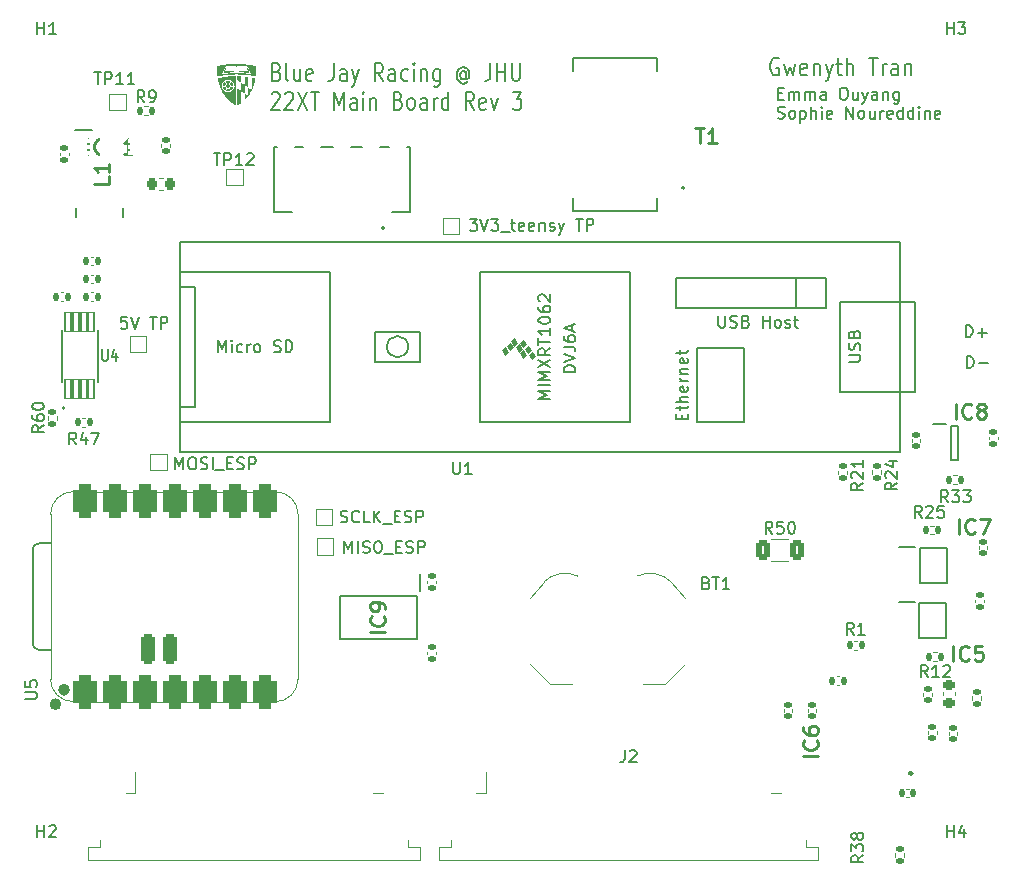
<source format=gbr>
%TF.GenerationSoftware,KiCad,Pcbnew,9.0.6*%
%TF.CreationDate,2026-02-09T18:54:36-05:00*%
%TF.ProjectId,main_board_v3,6d61696e-5f62-46f6-9172-645f76332e6b,rev?*%
%TF.SameCoordinates,Original*%
%TF.FileFunction,Legend,Top*%
%TF.FilePolarity,Positive*%
%FSLAX46Y46*%
G04 Gerber Fmt 4.6, Leading zero omitted, Abs format (unit mm)*
G04 Created by KiCad (PCBNEW 9.0.6) date 2026-02-09 18:54:36*
%MOMM*%
%LPD*%
G01*
G04 APERTURE LIST*
G04 Aperture macros list*
%AMRoundRect*
0 Rectangle with rounded corners*
0 $1 Rounding radius*
0 $2 $3 $4 $5 $6 $7 $8 $9 X,Y pos of 4 corners*
0 Add a 4 corners polygon primitive as box body*
4,1,4,$2,$3,$4,$5,$6,$7,$8,$9,$2,$3,0*
0 Add four circle primitives for the rounded corners*
1,1,$1+$1,$2,$3*
1,1,$1+$1,$4,$5*
1,1,$1+$1,$6,$7*
1,1,$1+$1,$8,$9*
0 Add four rect primitives between the rounded corners*
20,1,$1+$1,$2,$3,$4,$5,0*
20,1,$1+$1,$4,$5,$6,$7,0*
20,1,$1+$1,$6,$7,$8,$9,0*
20,1,$1+$1,$8,$9,$2,$3,0*%
G04 Aperture macros list end*
%ADD10C,0.150000*%
%ADD11C,0.200000*%
%ADD12C,0.254000*%
%ADD13C,0.120000*%
%ADD14C,0.000000*%
%ADD15C,0.250000*%
%ADD16C,0.127000*%
%ADD17C,0.100000*%
%ADD18C,0.504000*%
%ADD19R,1.000000X1.000000*%
%ADD20C,3.500000*%
%ADD21R,1.425000X0.300000*%
%ADD22R,1.680000X1.880000*%
%ADD23RoundRect,0.140000X-0.170000X0.140000X-0.170000X-0.140000X0.170000X-0.140000X0.170000X0.140000X0*%
%ADD24R,1.910000X0.640000*%
%ADD25R,1.150000X0.600000*%
%ADD26RoundRect,0.140000X0.140000X0.170000X-0.140000X0.170000X-0.140000X-0.170000X0.140000X-0.170000X0*%
%ADD27RoundRect,0.135000X0.185000X-0.135000X0.185000X0.135000X-0.185000X0.135000X-0.185000X-0.135000X0*%
%ADD28RoundRect,0.140000X0.170000X-0.140000X0.170000X0.140000X-0.170000X0.140000X-0.170000X-0.140000X0*%
%ADD29RoundRect,0.250000X-0.312500X-0.625000X0.312500X-0.625000X0.312500X0.625000X-0.312500X0.625000X0*%
%ADD30RoundRect,0.135000X-0.185000X0.135000X-0.185000X-0.135000X0.185000X-0.135000X0.185000X0.135000X0*%
%ADD31R,1.400000X0.450000*%
%ADD32RoundRect,0.135000X-0.135000X-0.185000X0.135000X-0.185000X0.135000X0.185000X-0.135000X0.185000X0*%
%ADD33RoundRect,0.140000X-0.140000X-0.170000X0.140000X-0.170000X0.140000X0.170000X-0.140000X0.170000X0*%
%ADD34RoundRect,0.225000X-0.225000X-0.250000X0.225000X-0.250000X0.225000X0.250000X-0.225000X0.250000X0*%
%ADD35R,2.500000X5.100000*%
%ADD36C,10.200000*%
%ADD37RoundRect,0.135000X0.135000X0.185000X-0.135000X0.185000X-0.135000X-0.185000X0.135000X-0.185000X0*%
%ADD38R,0.850000X0.300000*%
%ADD39R,0.300000X0.850000*%
%ADD40R,4.050000X4.050000*%
%ADD41RoundRect,0.076750X0.230250X-0.810250X0.230250X0.810250X-0.230250X0.810250X-0.230250X-0.810250X0*%
%ADD42R,0.610000X2.000000*%
%ADD43R,2.680000X3.600000*%
%ADD44R,3.700000X1.200000*%
%ADD45RoundRect,0.525400X0.525400X-0.900400X0.525400X0.900400X-0.525400X0.900400X-0.525400X-0.900400X0*%
%ADD46RoundRect,0.300400X-0.300400X1.000400X-0.300400X-1.000400X0.300400X-1.000400X0.300400X1.000400X0*%
%ADD47C,1.700000*%
%ADD48RoundRect,0.225000X0.250000X-0.225000X0.250000X0.225000X-0.250000X0.225000X-0.250000X-0.225000X0*%
%ADD49R,0.300000X0.650000*%
%ADD50R,0.300000X1.200000*%
%ADD51R,0.400000X1.550000*%
%ADD52R,0.450000X1.475000*%
%ADD53R,1.600000X1.600000*%
%ADD54C,1.600000*%
%ADD55R,1.300000X1.300000*%
%ADD56C,1.300000*%
G04 APERTURE END LIST*
D10*
X132936779Y-42269819D02*
X132936779Y-41269819D01*
X132936779Y-41269819D02*
X133174874Y-41269819D01*
X133174874Y-41269819D02*
X133317731Y-41317438D01*
X133317731Y-41317438D02*
X133412969Y-41412676D01*
X133412969Y-41412676D02*
X133460588Y-41507914D01*
X133460588Y-41507914D02*
X133508207Y-41698390D01*
X133508207Y-41698390D02*
X133508207Y-41841247D01*
X133508207Y-41841247D02*
X133460588Y-42031723D01*
X133460588Y-42031723D02*
X133412969Y-42126961D01*
X133412969Y-42126961D02*
X133317731Y-42222200D01*
X133317731Y-42222200D02*
X133174874Y-42269819D01*
X133174874Y-42269819D02*
X132936779Y-42269819D01*
X133936779Y-41888866D02*
X134698684Y-41888866D01*
D11*
X116983958Y-16077457D02*
X116864911Y-16006028D01*
X116864911Y-16006028D02*
X116686339Y-16006028D01*
X116686339Y-16006028D02*
X116507768Y-16077457D01*
X116507768Y-16077457D02*
X116388720Y-16220314D01*
X116388720Y-16220314D02*
X116329197Y-16363171D01*
X116329197Y-16363171D02*
X116269673Y-16648885D01*
X116269673Y-16648885D02*
X116269673Y-16863171D01*
X116269673Y-16863171D02*
X116329197Y-17148885D01*
X116329197Y-17148885D02*
X116388720Y-17291742D01*
X116388720Y-17291742D02*
X116507768Y-17434600D01*
X116507768Y-17434600D02*
X116686339Y-17506028D01*
X116686339Y-17506028D02*
X116805387Y-17506028D01*
X116805387Y-17506028D02*
X116983958Y-17434600D01*
X116983958Y-17434600D02*
X117043482Y-17363171D01*
X117043482Y-17363171D02*
X117043482Y-16863171D01*
X117043482Y-16863171D02*
X116805387Y-16863171D01*
X117460149Y-16506028D02*
X117698244Y-17506028D01*
X117698244Y-17506028D02*
X117936339Y-16791742D01*
X117936339Y-16791742D02*
X118174435Y-17506028D01*
X118174435Y-17506028D02*
X118412530Y-16506028D01*
X119364911Y-17434600D02*
X119245863Y-17506028D01*
X119245863Y-17506028D02*
X119007768Y-17506028D01*
X119007768Y-17506028D02*
X118888721Y-17434600D01*
X118888721Y-17434600D02*
X118829197Y-17291742D01*
X118829197Y-17291742D02*
X118829197Y-16720314D01*
X118829197Y-16720314D02*
X118888721Y-16577457D01*
X118888721Y-16577457D02*
X119007768Y-16506028D01*
X119007768Y-16506028D02*
X119245863Y-16506028D01*
X119245863Y-16506028D02*
X119364911Y-16577457D01*
X119364911Y-16577457D02*
X119424435Y-16720314D01*
X119424435Y-16720314D02*
X119424435Y-16863171D01*
X119424435Y-16863171D02*
X118829197Y-17006028D01*
X119960150Y-16506028D02*
X119960150Y-17506028D01*
X119960150Y-16648885D02*
X120019673Y-16577457D01*
X120019673Y-16577457D02*
X120138721Y-16506028D01*
X120138721Y-16506028D02*
X120317292Y-16506028D01*
X120317292Y-16506028D02*
X120436340Y-16577457D01*
X120436340Y-16577457D02*
X120495864Y-16720314D01*
X120495864Y-16720314D02*
X120495864Y-17506028D01*
X120972054Y-16506028D02*
X121269673Y-17506028D01*
X121567292Y-16506028D02*
X121269673Y-17506028D01*
X121269673Y-17506028D02*
X121150625Y-17863171D01*
X121150625Y-17863171D02*
X121091102Y-17934600D01*
X121091102Y-17934600D02*
X120972054Y-18006028D01*
X121864911Y-16506028D02*
X122341102Y-16506028D01*
X122043483Y-16006028D02*
X122043483Y-17291742D01*
X122043483Y-17291742D02*
X122103006Y-17434600D01*
X122103006Y-17434600D02*
X122222054Y-17506028D01*
X122222054Y-17506028D02*
X122341102Y-17506028D01*
X122757769Y-17506028D02*
X122757769Y-16006028D01*
X123293483Y-17506028D02*
X123293483Y-16720314D01*
X123293483Y-16720314D02*
X123233959Y-16577457D01*
X123233959Y-16577457D02*
X123114911Y-16506028D01*
X123114911Y-16506028D02*
X122936340Y-16506028D01*
X122936340Y-16506028D02*
X122817292Y-16577457D01*
X122817292Y-16577457D02*
X122757769Y-16648885D01*
X124662530Y-16006028D02*
X125376816Y-16006028D01*
X125019673Y-17506028D02*
X125019673Y-16006028D01*
X125793483Y-17506028D02*
X125793483Y-16506028D01*
X125793483Y-16791742D02*
X125853006Y-16648885D01*
X125853006Y-16648885D02*
X125912530Y-16577457D01*
X125912530Y-16577457D02*
X126031578Y-16506028D01*
X126031578Y-16506028D02*
X126150625Y-16506028D01*
X127103007Y-17506028D02*
X127103007Y-16720314D01*
X127103007Y-16720314D02*
X127043483Y-16577457D01*
X127043483Y-16577457D02*
X126924435Y-16506028D01*
X126924435Y-16506028D02*
X126686340Y-16506028D01*
X126686340Y-16506028D02*
X126567293Y-16577457D01*
X127103007Y-17434600D02*
X126983959Y-17506028D01*
X126983959Y-17506028D02*
X126686340Y-17506028D01*
X126686340Y-17506028D02*
X126567293Y-17434600D01*
X126567293Y-17434600D02*
X126507769Y-17291742D01*
X126507769Y-17291742D02*
X126507769Y-17148885D01*
X126507769Y-17148885D02*
X126567293Y-17006028D01*
X126567293Y-17006028D02*
X126686340Y-16934600D01*
X126686340Y-16934600D02*
X126983959Y-16934600D01*
X126983959Y-16934600D02*
X127103007Y-16863171D01*
X127698245Y-16506028D02*
X127698245Y-17506028D01*
X127698245Y-16648885D02*
X127757768Y-16577457D01*
X127757768Y-16577457D02*
X127876816Y-16506028D01*
X127876816Y-16506028D02*
X128055387Y-16506028D01*
X128055387Y-16506028D02*
X128174435Y-16577457D01*
X128174435Y-16577457D02*
X128233959Y-16720314D01*
X128233959Y-16720314D02*
X128233959Y-17506028D01*
X74517292Y-17205398D02*
X74688720Y-17276826D01*
X74688720Y-17276826D02*
X74745863Y-17348255D01*
X74745863Y-17348255D02*
X74803006Y-17491112D01*
X74803006Y-17491112D02*
X74803006Y-17705398D01*
X74803006Y-17705398D02*
X74745863Y-17848255D01*
X74745863Y-17848255D02*
X74688720Y-17919684D01*
X74688720Y-17919684D02*
X74574435Y-17991112D01*
X74574435Y-17991112D02*
X74117292Y-17991112D01*
X74117292Y-17991112D02*
X74117292Y-16491112D01*
X74117292Y-16491112D02*
X74517292Y-16491112D01*
X74517292Y-16491112D02*
X74631578Y-16562541D01*
X74631578Y-16562541D02*
X74688720Y-16633969D01*
X74688720Y-16633969D02*
X74745863Y-16776826D01*
X74745863Y-16776826D02*
X74745863Y-16919684D01*
X74745863Y-16919684D02*
X74688720Y-17062541D01*
X74688720Y-17062541D02*
X74631578Y-17133969D01*
X74631578Y-17133969D02*
X74517292Y-17205398D01*
X74517292Y-17205398D02*
X74117292Y-17205398D01*
X75488720Y-17991112D02*
X75374435Y-17919684D01*
X75374435Y-17919684D02*
X75317292Y-17776826D01*
X75317292Y-17776826D02*
X75317292Y-16491112D01*
X76460149Y-16991112D02*
X76460149Y-17991112D01*
X75945863Y-16991112D02*
X75945863Y-17776826D01*
X75945863Y-17776826D02*
X76003006Y-17919684D01*
X76003006Y-17919684D02*
X76117291Y-17991112D01*
X76117291Y-17991112D02*
X76288720Y-17991112D01*
X76288720Y-17991112D02*
X76403006Y-17919684D01*
X76403006Y-17919684D02*
X76460149Y-17848255D01*
X77488720Y-17919684D02*
X77374434Y-17991112D01*
X77374434Y-17991112D02*
X77145863Y-17991112D01*
X77145863Y-17991112D02*
X77031577Y-17919684D01*
X77031577Y-17919684D02*
X76974434Y-17776826D01*
X76974434Y-17776826D02*
X76974434Y-17205398D01*
X76974434Y-17205398D02*
X77031577Y-17062541D01*
X77031577Y-17062541D02*
X77145863Y-16991112D01*
X77145863Y-16991112D02*
X77374434Y-16991112D01*
X77374434Y-16991112D02*
X77488720Y-17062541D01*
X77488720Y-17062541D02*
X77545863Y-17205398D01*
X77545863Y-17205398D02*
X77545863Y-17348255D01*
X77545863Y-17348255D02*
X76974434Y-17491112D01*
X79317291Y-16491112D02*
X79317291Y-17562541D01*
X79317291Y-17562541D02*
X79260148Y-17776826D01*
X79260148Y-17776826D02*
X79145862Y-17919684D01*
X79145862Y-17919684D02*
X78974434Y-17991112D01*
X78974434Y-17991112D02*
X78860148Y-17991112D01*
X80403006Y-17991112D02*
X80403006Y-17205398D01*
X80403006Y-17205398D02*
X80345863Y-17062541D01*
X80345863Y-17062541D02*
X80231577Y-16991112D01*
X80231577Y-16991112D02*
X80003006Y-16991112D01*
X80003006Y-16991112D02*
X79888720Y-17062541D01*
X80403006Y-17919684D02*
X80288720Y-17991112D01*
X80288720Y-17991112D02*
X80003006Y-17991112D01*
X80003006Y-17991112D02*
X79888720Y-17919684D01*
X79888720Y-17919684D02*
X79831577Y-17776826D01*
X79831577Y-17776826D02*
X79831577Y-17633969D01*
X79831577Y-17633969D02*
X79888720Y-17491112D01*
X79888720Y-17491112D02*
X80003006Y-17419684D01*
X80003006Y-17419684D02*
X80288720Y-17419684D01*
X80288720Y-17419684D02*
X80403006Y-17348255D01*
X80860148Y-16991112D02*
X81145862Y-17991112D01*
X81431577Y-16991112D02*
X81145862Y-17991112D01*
X81145862Y-17991112D02*
X81031577Y-18348255D01*
X81031577Y-18348255D02*
X80974434Y-18419684D01*
X80974434Y-18419684D02*
X80860148Y-18491112D01*
X83488720Y-17991112D02*
X83088720Y-17276826D01*
X82803006Y-17991112D02*
X82803006Y-16491112D01*
X82803006Y-16491112D02*
X83260149Y-16491112D01*
X83260149Y-16491112D02*
X83374434Y-16562541D01*
X83374434Y-16562541D02*
X83431577Y-16633969D01*
X83431577Y-16633969D02*
X83488720Y-16776826D01*
X83488720Y-16776826D02*
X83488720Y-16991112D01*
X83488720Y-16991112D02*
X83431577Y-17133969D01*
X83431577Y-17133969D02*
X83374434Y-17205398D01*
X83374434Y-17205398D02*
X83260149Y-17276826D01*
X83260149Y-17276826D02*
X82803006Y-17276826D01*
X84517292Y-17991112D02*
X84517292Y-17205398D01*
X84517292Y-17205398D02*
X84460149Y-17062541D01*
X84460149Y-17062541D02*
X84345863Y-16991112D01*
X84345863Y-16991112D02*
X84117292Y-16991112D01*
X84117292Y-16991112D02*
X84003006Y-17062541D01*
X84517292Y-17919684D02*
X84403006Y-17991112D01*
X84403006Y-17991112D02*
X84117292Y-17991112D01*
X84117292Y-17991112D02*
X84003006Y-17919684D01*
X84003006Y-17919684D02*
X83945863Y-17776826D01*
X83945863Y-17776826D02*
X83945863Y-17633969D01*
X83945863Y-17633969D02*
X84003006Y-17491112D01*
X84003006Y-17491112D02*
X84117292Y-17419684D01*
X84117292Y-17419684D02*
X84403006Y-17419684D01*
X84403006Y-17419684D02*
X84517292Y-17348255D01*
X85603006Y-17919684D02*
X85488720Y-17991112D01*
X85488720Y-17991112D02*
X85260148Y-17991112D01*
X85260148Y-17991112D02*
X85145863Y-17919684D01*
X85145863Y-17919684D02*
X85088720Y-17848255D01*
X85088720Y-17848255D02*
X85031577Y-17705398D01*
X85031577Y-17705398D02*
X85031577Y-17276826D01*
X85031577Y-17276826D02*
X85088720Y-17133969D01*
X85088720Y-17133969D02*
X85145863Y-17062541D01*
X85145863Y-17062541D02*
X85260148Y-16991112D01*
X85260148Y-16991112D02*
X85488720Y-16991112D01*
X85488720Y-16991112D02*
X85603006Y-17062541D01*
X86117291Y-17991112D02*
X86117291Y-16991112D01*
X86117291Y-16491112D02*
X86060148Y-16562541D01*
X86060148Y-16562541D02*
X86117291Y-16633969D01*
X86117291Y-16633969D02*
X86174434Y-16562541D01*
X86174434Y-16562541D02*
X86117291Y-16491112D01*
X86117291Y-16491112D02*
X86117291Y-16633969D01*
X86688720Y-16991112D02*
X86688720Y-17991112D01*
X86688720Y-17133969D02*
X86745863Y-17062541D01*
X86745863Y-17062541D02*
X86860148Y-16991112D01*
X86860148Y-16991112D02*
X87031577Y-16991112D01*
X87031577Y-16991112D02*
X87145863Y-17062541D01*
X87145863Y-17062541D02*
X87203006Y-17205398D01*
X87203006Y-17205398D02*
X87203006Y-17991112D01*
X88288720Y-16991112D02*
X88288720Y-18205398D01*
X88288720Y-18205398D02*
X88231577Y-18348255D01*
X88231577Y-18348255D02*
X88174434Y-18419684D01*
X88174434Y-18419684D02*
X88060148Y-18491112D01*
X88060148Y-18491112D02*
X87888720Y-18491112D01*
X87888720Y-18491112D02*
X87774434Y-18419684D01*
X88288720Y-17919684D02*
X88174434Y-17991112D01*
X88174434Y-17991112D02*
X87945862Y-17991112D01*
X87945862Y-17991112D02*
X87831577Y-17919684D01*
X87831577Y-17919684D02*
X87774434Y-17848255D01*
X87774434Y-17848255D02*
X87717291Y-17705398D01*
X87717291Y-17705398D02*
X87717291Y-17276826D01*
X87717291Y-17276826D02*
X87774434Y-17133969D01*
X87774434Y-17133969D02*
X87831577Y-17062541D01*
X87831577Y-17062541D02*
X87945862Y-16991112D01*
X87945862Y-16991112D02*
X88174434Y-16991112D01*
X88174434Y-16991112D02*
X88288720Y-17062541D01*
X90517291Y-17276826D02*
X90460148Y-17205398D01*
X90460148Y-17205398D02*
X90345862Y-17133969D01*
X90345862Y-17133969D02*
X90231577Y-17133969D01*
X90231577Y-17133969D02*
X90117291Y-17205398D01*
X90117291Y-17205398D02*
X90060148Y-17276826D01*
X90060148Y-17276826D02*
X90003005Y-17419684D01*
X90003005Y-17419684D02*
X90003005Y-17562541D01*
X90003005Y-17562541D02*
X90060148Y-17705398D01*
X90060148Y-17705398D02*
X90117291Y-17776826D01*
X90117291Y-17776826D02*
X90231577Y-17848255D01*
X90231577Y-17848255D02*
X90345862Y-17848255D01*
X90345862Y-17848255D02*
X90460148Y-17776826D01*
X90460148Y-17776826D02*
X90517291Y-17705398D01*
X90517291Y-17133969D02*
X90517291Y-17705398D01*
X90517291Y-17705398D02*
X90574434Y-17776826D01*
X90574434Y-17776826D02*
X90631577Y-17776826D01*
X90631577Y-17776826D02*
X90745862Y-17705398D01*
X90745862Y-17705398D02*
X90803005Y-17562541D01*
X90803005Y-17562541D02*
X90803005Y-17205398D01*
X90803005Y-17205398D02*
X90688720Y-16991112D01*
X90688720Y-16991112D02*
X90517291Y-16848255D01*
X90517291Y-16848255D02*
X90288720Y-16776826D01*
X90288720Y-16776826D02*
X90060148Y-16848255D01*
X90060148Y-16848255D02*
X89888720Y-16991112D01*
X89888720Y-16991112D02*
X89774434Y-17205398D01*
X89774434Y-17205398D02*
X89717291Y-17491112D01*
X89717291Y-17491112D02*
X89774434Y-17776826D01*
X89774434Y-17776826D02*
X89888720Y-17991112D01*
X89888720Y-17991112D02*
X90060148Y-18133969D01*
X90060148Y-18133969D02*
X90288720Y-18205398D01*
X90288720Y-18205398D02*
X90517291Y-18133969D01*
X90517291Y-18133969D02*
X90688720Y-17991112D01*
X92574434Y-16491112D02*
X92574434Y-17562541D01*
X92574434Y-17562541D02*
X92517291Y-17776826D01*
X92517291Y-17776826D02*
X92403005Y-17919684D01*
X92403005Y-17919684D02*
X92231577Y-17991112D01*
X92231577Y-17991112D02*
X92117291Y-17991112D01*
X93145863Y-17991112D02*
X93145863Y-16491112D01*
X93145863Y-17205398D02*
X93831577Y-17205398D01*
X93831577Y-17991112D02*
X93831577Y-16491112D01*
X94403006Y-16491112D02*
X94403006Y-17705398D01*
X94403006Y-17705398D02*
X94460149Y-17848255D01*
X94460149Y-17848255D02*
X94517292Y-17919684D01*
X94517292Y-17919684D02*
X94631577Y-17991112D01*
X94631577Y-17991112D02*
X94860149Y-17991112D01*
X94860149Y-17991112D02*
X94974434Y-17919684D01*
X94974434Y-17919684D02*
X95031577Y-17848255D01*
X95031577Y-17848255D02*
X95088720Y-17705398D01*
X95088720Y-17705398D02*
X95088720Y-16491112D01*
X74060149Y-19048885D02*
X74117292Y-18977457D01*
X74117292Y-18977457D02*
X74231578Y-18906028D01*
X74231578Y-18906028D02*
X74517292Y-18906028D01*
X74517292Y-18906028D02*
X74631578Y-18977457D01*
X74631578Y-18977457D02*
X74688720Y-19048885D01*
X74688720Y-19048885D02*
X74745863Y-19191742D01*
X74745863Y-19191742D02*
X74745863Y-19334600D01*
X74745863Y-19334600D02*
X74688720Y-19548885D01*
X74688720Y-19548885D02*
X74003006Y-20406028D01*
X74003006Y-20406028D02*
X74745863Y-20406028D01*
X75203006Y-19048885D02*
X75260149Y-18977457D01*
X75260149Y-18977457D02*
X75374435Y-18906028D01*
X75374435Y-18906028D02*
X75660149Y-18906028D01*
X75660149Y-18906028D02*
X75774435Y-18977457D01*
X75774435Y-18977457D02*
X75831577Y-19048885D01*
X75831577Y-19048885D02*
X75888720Y-19191742D01*
X75888720Y-19191742D02*
X75888720Y-19334600D01*
X75888720Y-19334600D02*
X75831577Y-19548885D01*
X75831577Y-19548885D02*
X75145863Y-20406028D01*
X75145863Y-20406028D02*
X75888720Y-20406028D01*
X76288720Y-18906028D02*
X77088720Y-20406028D01*
X77088720Y-18906028D02*
X76288720Y-20406028D01*
X77374434Y-18906028D02*
X78060149Y-18906028D01*
X77717291Y-20406028D02*
X77717291Y-18906028D01*
X79374435Y-20406028D02*
X79374435Y-18906028D01*
X79374435Y-18906028D02*
X79774435Y-19977457D01*
X79774435Y-19977457D02*
X80174435Y-18906028D01*
X80174435Y-18906028D02*
X80174435Y-20406028D01*
X81260150Y-20406028D02*
X81260150Y-19620314D01*
X81260150Y-19620314D02*
X81203007Y-19477457D01*
X81203007Y-19477457D02*
X81088721Y-19406028D01*
X81088721Y-19406028D02*
X80860150Y-19406028D01*
X80860150Y-19406028D02*
X80745864Y-19477457D01*
X81260150Y-20334600D02*
X81145864Y-20406028D01*
X81145864Y-20406028D02*
X80860150Y-20406028D01*
X80860150Y-20406028D02*
X80745864Y-20334600D01*
X80745864Y-20334600D02*
X80688721Y-20191742D01*
X80688721Y-20191742D02*
X80688721Y-20048885D01*
X80688721Y-20048885D02*
X80745864Y-19906028D01*
X80745864Y-19906028D02*
X80860150Y-19834600D01*
X80860150Y-19834600D02*
X81145864Y-19834600D01*
X81145864Y-19834600D02*
X81260150Y-19763171D01*
X81831578Y-20406028D02*
X81831578Y-19406028D01*
X81831578Y-18906028D02*
X81774435Y-18977457D01*
X81774435Y-18977457D02*
X81831578Y-19048885D01*
X81831578Y-19048885D02*
X81888721Y-18977457D01*
X81888721Y-18977457D02*
X81831578Y-18906028D01*
X81831578Y-18906028D02*
X81831578Y-19048885D01*
X82403007Y-19406028D02*
X82403007Y-20406028D01*
X82403007Y-19548885D02*
X82460150Y-19477457D01*
X82460150Y-19477457D02*
X82574435Y-19406028D01*
X82574435Y-19406028D02*
X82745864Y-19406028D01*
X82745864Y-19406028D02*
X82860150Y-19477457D01*
X82860150Y-19477457D02*
X82917293Y-19620314D01*
X82917293Y-19620314D02*
X82917293Y-20406028D01*
X84803007Y-19620314D02*
X84974435Y-19691742D01*
X84974435Y-19691742D02*
X85031578Y-19763171D01*
X85031578Y-19763171D02*
X85088721Y-19906028D01*
X85088721Y-19906028D02*
X85088721Y-20120314D01*
X85088721Y-20120314D02*
X85031578Y-20263171D01*
X85031578Y-20263171D02*
X84974435Y-20334600D01*
X84974435Y-20334600D02*
X84860150Y-20406028D01*
X84860150Y-20406028D02*
X84403007Y-20406028D01*
X84403007Y-20406028D02*
X84403007Y-18906028D01*
X84403007Y-18906028D02*
X84803007Y-18906028D01*
X84803007Y-18906028D02*
X84917293Y-18977457D01*
X84917293Y-18977457D02*
X84974435Y-19048885D01*
X84974435Y-19048885D02*
X85031578Y-19191742D01*
X85031578Y-19191742D02*
X85031578Y-19334600D01*
X85031578Y-19334600D02*
X84974435Y-19477457D01*
X84974435Y-19477457D02*
X84917293Y-19548885D01*
X84917293Y-19548885D02*
X84803007Y-19620314D01*
X84803007Y-19620314D02*
X84403007Y-19620314D01*
X85774435Y-20406028D02*
X85660150Y-20334600D01*
X85660150Y-20334600D02*
X85603007Y-20263171D01*
X85603007Y-20263171D02*
X85545864Y-20120314D01*
X85545864Y-20120314D02*
X85545864Y-19691742D01*
X85545864Y-19691742D02*
X85603007Y-19548885D01*
X85603007Y-19548885D02*
X85660150Y-19477457D01*
X85660150Y-19477457D02*
X85774435Y-19406028D01*
X85774435Y-19406028D02*
X85945864Y-19406028D01*
X85945864Y-19406028D02*
X86060150Y-19477457D01*
X86060150Y-19477457D02*
X86117293Y-19548885D01*
X86117293Y-19548885D02*
X86174435Y-19691742D01*
X86174435Y-19691742D02*
X86174435Y-20120314D01*
X86174435Y-20120314D02*
X86117293Y-20263171D01*
X86117293Y-20263171D02*
X86060150Y-20334600D01*
X86060150Y-20334600D02*
X85945864Y-20406028D01*
X85945864Y-20406028D02*
X85774435Y-20406028D01*
X87203007Y-20406028D02*
X87203007Y-19620314D01*
X87203007Y-19620314D02*
X87145864Y-19477457D01*
X87145864Y-19477457D02*
X87031578Y-19406028D01*
X87031578Y-19406028D02*
X86803007Y-19406028D01*
X86803007Y-19406028D02*
X86688721Y-19477457D01*
X87203007Y-20334600D02*
X87088721Y-20406028D01*
X87088721Y-20406028D02*
X86803007Y-20406028D01*
X86803007Y-20406028D02*
X86688721Y-20334600D01*
X86688721Y-20334600D02*
X86631578Y-20191742D01*
X86631578Y-20191742D02*
X86631578Y-20048885D01*
X86631578Y-20048885D02*
X86688721Y-19906028D01*
X86688721Y-19906028D02*
X86803007Y-19834600D01*
X86803007Y-19834600D02*
X87088721Y-19834600D01*
X87088721Y-19834600D02*
X87203007Y-19763171D01*
X87774435Y-20406028D02*
X87774435Y-19406028D01*
X87774435Y-19691742D02*
X87831578Y-19548885D01*
X87831578Y-19548885D02*
X87888721Y-19477457D01*
X87888721Y-19477457D02*
X88003006Y-19406028D01*
X88003006Y-19406028D02*
X88117292Y-19406028D01*
X89031578Y-20406028D02*
X89031578Y-18906028D01*
X89031578Y-20334600D02*
X88917292Y-20406028D01*
X88917292Y-20406028D02*
X88688720Y-20406028D01*
X88688720Y-20406028D02*
X88574435Y-20334600D01*
X88574435Y-20334600D02*
X88517292Y-20263171D01*
X88517292Y-20263171D02*
X88460149Y-20120314D01*
X88460149Y-20120314D02*
X88460149Y-19691742D01*
X88460149Y-19691742D02*
X88517292Y-19548885D01*
X88517292Y-19548885D02*
X88574435Y-19477457D01*
X88574435Y-19477457D02*
X88688720Y-19406028D01*
X88688720Y-19406028D02*
X88917292Y-19406028D01*
X88917292Y-19406028D02*
X89031578Y-19477457D01*
X91203006Y-20406028D02*
X90803006Y-19691742D01*
X90517292Y-20406028D02*
X90517292Y-18906028D01*
X90517292Y-18906028D02*
X90974435Y-18906028D01*
X90974435Y-18906028D02*
X91088720Y-18977457D01*
X91088720Y-18977457D02*
X91145863Y-19048885D01*
X91145863Y-19048885D02*
X91203006Y-19191742D01*
X91203006Y-19191742D02*
X91203006Y-19406028D01*
X91203006Y-19406028D02*
X91145863Y-19548885D01*
X91145863Y-19548885D02*
X91088720Y-19620314D01*
X91088720Y-19620314D02*
X90974435Y-19691742D01*
X90974435Y-19691742D02*
X90517292Y-19691742D01*
X92174435Y-20334600D02*
X92060149Y-20406028D01*
X92060149Y-20406028D02*
X91831578Y-20406028D01*
X91831578Y-20406028D02*
X91717292Y-20334600D01*
X91717292Y-20334600D02*
X91660149Y-20191742D01*
X91660149Y-20191742D02*
X91660149Y-19620314D01*
X91660149Y-19620314D02*
X91717292Y-19477457D01*
X91717292Y-19477457D02*
X91831578Y-19406028D01*
X91831578Y-19406028D02*
X92060149Y-19406028D01*
X92060149Y-19406028D02*
X92174435Y-19477457D01*
X92174435Y-19477457D02*
X92231578Y-19620314D01*
X92231578Y-19620314D02*
X92231578Y-19763171D01*
X92231578Y-19763171D02*
X91660149Y-19906028D01*
X92631577Y-19406028D02*
X92917291Y-20406028D01*
X92917291Y-20406028D02*
X93203006Y-19406028D01*
X94460149Y-18906028D02*
X95203006Y-18906028D01*
X95203006Y-18906028D02*
X94803006Y-19477457D01*
X94803006Y-19477457D02*
X94974435Y-19477457D01*
X94974435Y-19477457D02*
X95088721Y-19548885D01*
X95088721Y-19548885D02*
X95145863Y-19620314D01*
X95145863Y-19620314D02*
X95203006Y-19763171D01*
X95203006Y-19763171D02*
X95203006Y-20120314D01*
X95203006Y-20120314D02*
X95145863Y-20263171D01*
X95145863Y-20263171D02*
X95088721Y-20334600D01*
X95088721Y-20334600D02*
X94974435Y-20406028D01*
X94974435Y-20406028D02*
X94631578Y-20406028D01*
X94631578Y-20406028D02*
X94517292Y-20334600D01*
X94517292Y-20334600D02*
X94460149Y-20263171D01*
D10*
X132836779Y-39669819D02*
X132836779Y-38669819D01*
X132836779Y-38669819D02*
X133074874Y-38669819D01*
X133074874Y-38669819D02*
X133217731Y-38717438D01*
X133217731Y-38717438D02*
X133312969Y-38812676D01*
X133312969Y-38812676D02*
X133360588Y-38907914D01*
X133360588Y-38907914D02*
X133408207Y-39098390D01*
X133408207Y-39098390D02*
X133408207Y-39241247D01*
X133408207Y-39241247D02*
X133360588Y-39431723D01*
X133360588Y-39431723D02*
X133312969Y-39526961D01*
X133312969Y-39526961D02*
X133217731Y-39622200D01*
X133217731Y-39622200D02*
X133074874Y-39669819D01*
X133074874Y-39669819D02*
X132836779Y-39669819D01*
X133836779Y-39288866D02*
X134598684Y-39288866D01*
X134217731Y-39669819D02*
X134217731Y-38907914D01*
D11*
X116969673Y-19033465D02*
X117303006Y-19033465D01*
X117445863Y-19557275D02*
X116969673Y-19557275D01*
X116969673Y-19557275D02*
X116969673Y-18557275D01*
X116969673Y-18557275D02*
X117445863Y-18557275D01*
X117874435Y-19557275D02*
X117874435Y-18890608D01*
X117874435Y-18985846D02*
X117922054Y-18938227D01*
X117922054Y-18938227D02*
X118017292Y-18890608D01*
X118017292Y-18890608D02*
X118160149Y-18890608D01*
X118160149Y-18890608D02*
X118255387Y-18938227D01*
X118255387Y-18938227D02*
X118303006Y-19033465D01*
X118303006Y-19033465D02*
X118303006Y-19557275D01*
X118303006Y-19033465D02*
X118350625Y-18938227D01*
X118350625Y-18938227D02*
X118445863Y-18890608D01*
X118445863Y-18890608D02*
X118588720Y-18890608D01*
X118588720Y-18890608D02*
X118683959Y-18938227D01*
X118683959Y-18938227D02*
X118731578Y-19033465D01*
X118731578Y-19033465D02*
X118731578Y-19557275D01*
X119207768Y-19557275D02*
X119207768Y-18890608D01*
X119207768Y-18985846D02*
X119255387Y-18938227D01*
X119255387Y-18938227D02*
X119350625Y-18890608D01*
X119350625Y-18890608D02*
X119493482Y-18890608D01*
X119493482Y-18890608D02*
X119588720Y-18938227D01*
X119588720Y-18938227D02*
X119636339Y-19033465D01*
X119636339Y-19033465D02*
X119636339Y-19557275D01*
X119636339Y-19033465D02*
X119683958Y-18938227D01*
X119683958Y-18938227D02*
X119779196Y-18890608D01*
X119779196Y-18890608D02*
X119922053Y-18890608D01*
X119922053Y-18890608D02*
X120017292Y-18938227D01*
X120017292Y-18938227D02*
X120064911Y-19033465D01*
X120064911Y-19033465D02*
X120064911Y-19557275D01*
X120969672Y-19557275D02*
X120969672Y-19033465D01*
X120969672Y-19033465D02*
X120922053Y-18938227D01*
X120922053Y-18938227D02*
X120826815Y-18890608D01*
X120826815Y-18890608D02*
X120636339Y-18890608D01*
X120636339Y-18890608D02*
X120541101Y-18938227D01*
X120969672Y-19509656D02*
X120874434Y-19557275D01*
X120874434Y-19557275D02*
X120636339Y-19557275D01*
X120636339Y-19557275D02*
X120541101Y-19509656D01*
X120541101Y-19509656D02*
X120493482Y-19414417D01*
X120493482Y-19414417D02*
X120493482Y-19319179D01*
X120493482Y-19319179D02*
X120541101Y-19223941D01*
X120541101Y-19223941D02*
X120636339Y-19176322D01*
X120636339Y-19176322D02*
X120874434Y-19176322D01*
X120874434Y-19176322D02*
X120969672Y-19128703D01*
X122398244Y-18557275D02*
X122588720Y-18557275D01*
X122588720Y-18557275D02*
X122683958Y-18604894D01*
X122683958Y-18604894D02*
X122779196Y-18700132D01*
X122779196Y-18700132D02*
X122826815Y-18890608D01*
X122826815Y-18890608D02*
X122826815Y-19223941D01*
X122826815Y-19223941D02*
X122779196Y-19414417D01*
X122779196Y-19414417D02*
X122683958Y-19509656D01*
X122683958Y-19509656D02*
X122588720Y-19557275D01*
X122588720Y-19557275D02*
X122398244Y-19557275D01*
X122398244Y-19557275D02*
X122303006Y-19509656D01*
X122303006Y-19509656D02*
X122207768Y-19414417D01*
X122207768Y-19414417D02*
X122160149Y-19223941D01*
X122160149Y-19223941D02*
X122160149Y-18890608D01*
X122160149Y-18890608D02*
X122207768Y-18700132D01*
X122207768Y-18700132D02*
X122303006Y-18604894D01*
X122303006Y-18604894D02*
X122398244Y-18557275D01*
X123683958Y-18890608D02*
X123683958Y-19557275D01*
X123255387Y-18890608D02*
X123255387Y-19414417D01*
X123255387Y-19414417D02*
X123303006Y-19509656D01*
X123303006Y-19509656D02*
X123398244Y-19557275D01*
X123398244Y-19557275D02*
X123541101Y-19557275D01*
X123541101Y-19557275D02*
X123636339Y-19509656D01*
X123636339Y-19509656D02*
X123683958Y-19462036D01*
X124064911Y-18890608D02*
X124303006Y-19557275D01*
X124541101Y-18890608D02*
X124303006Y-19557275D01*
X124303006Y-19557275D02*
X124207768Y-19795370D01*
X124207768Y-19795370D02*
X124160149Y-19842989D01*
X124160149Y-19842989D02*
X124064911Y-19890608D01*
X125350625Y-19557275D02*
X125350625Y-19033465D01*
X125350625Y-19033465D02*
X125303006Y-18938227D01*
X125303006Y-18938227D02*
X125207768Y-18890608D01*
X125207768Y-18890608D02*
X125017292Y-18890608D01*
X125017292Y-18890608D02*
X124922054Y-18938227D01*
X125350625Y-19509656D02*
X125255387Y-19557275D01*
X125255387Y-19557275D02*
X125017292Y-19557275D01*
X125017292Y-19557275D02*
X124922054Y-19509656D01*
X124922054Y-19509656D02*
X124874435Y-19414417D01*
X124874435Y-19414417D02*
X124874435Y-19319179D01*
X124874435Y-19319179D02*
X124922054Y-19223941D01*
X124922054Y-19223941D02*
X125017292Y-19176322D01*
X125017292Y-19176322D02*
X125255387Y-19176322D01*
X125255387Y-19176322D02*
X125350625Y-19128703D01*
X125826816Y-18890608D02*
X125826816Y-19557275D01*
X125826816Y-18985846D02*
X125874435Y-18938227D01*
X125874435Y-18938227D02*
X125969673Y-18890608D01*
X125969673Y-18890608D02*
X126112530Y-18890608D01*
X126112530Y-18890608D02*
X126207768Y-18938227D01*
X126207768Y-18938227D02*
X126255387Y-19033465D01*
X126255387Y-19033465D02*
X126255387Y-19557275D01*
X127160149Y-18890608D02*
X127160149Y-19700132D01*
X127160149Y-19700132D02*
X127112530Y-19795370D01*
X127112530Y-19795370D02*
X127064911Y-19842989D01*
X127064911Y-19842989D02*
X126969673Y-19890608D01*
X126969673Y-19890608D02*
X126826816Y-19890608D01*
X126826816Y-19890608D02*
X126731578Y-19842989D01*
X127160149Y-19509656D02*
X127064911Y-19557275D01*
X127064911Y-19557275D02*
X126874435Y-19557275D01*
X126874435Y-19557275D02*
X126779197Y-19509656D01*
X126779197Y-19509656D02*
X126731578Y-19462036D01*
X126731578Y-19462036D02*
X126683959Y-19366798D01*
X126683959Y-19366798D02*
X126683959Y-19081084D01*
X126683959Y-19081084D02*
X126731578Y-18985846D01*
X126731578Y-18985846D02*
X126779197Y-18938227D01*
X126779197Y-18938227D02*
X126874435Y-18890608D01*
X126874435Y-18890608D02*
X127064911Y-18890608D01*
X127064911Y-18890608D02*
X127160149Y-18938227D01*
X116922054Y-21119600D02*
X117064911Y-21167219D01*
X117064911Y-21167219D02*
X117303006Y-21167219D01*
X117303006Y-21167219D02*
X117398244Y-21119600D01*
X117398244Y-21119600D02*
X117445863Y-21071980D01*
X117445863Y-21071980D02*
X117493482Y-20976742D01*
X117493482Y-20976742D02*
X117493482Y-20881504D01*
X117493482Y-20881504D02*
X117445863Y-20786266D01*
X117445863Y-20786266D02*
X117398244Y-20738647D01*
X117398244Y-20738647D02*
X117303006Y-20691028D01*
X117303006Y-20691028D02*
X117112530Y-20643409D01*
X117112530Y-20643409D02*
X117017292Y-20595790D01*
X117017292Y-20595790D02*
X116969673Y-20548171D01*
X116969673Y-20548171D02*
X116922054Y-20452933D01*
X116922054Y-20452933D02*
X116922054Y-20357695D01*
X116922054Y-20357695D02*
X116969673Y-20262457D01*
X116969673Y-20262457D02*
X117017292Y-20214838D01*
X117017292Y-20214838D02*
X117112530Y-20167219D01*
X117112530Y-20167219D02*
X117350625Y-20167219D01*
X117350625Y-20167219D02*
X117493482Y-20214838D01*
X118064911Y-21167219D02*
X117969673Y-21119600D01*
X117969673Y-21119600D02*
X117922054Y-21071980D01*
X117922054Y-21071980D02*
X117874435Y-20976742D01*
X117874435Y-20976742D02*
X117874435Y-20691028D01*
X117874435Y-20691028D02*
X117922054Y-20595790D01*
X117922054Y-20595790D02*
X117969673Y-20548171D01*
X117969673Y-20548171D02*
X118064911Y-20500552D01*
X118064911Y-20500552D02*
X118207768Y-20500552D01*
X118207768Y-20500552D02*
X118303006Y-20548171D01*
X118303006Y-20548171D02*
X118350625Y-20595790D01*
X118350625Y-20595790D02*
X118398244Y-20691028D01*
X118398244Y-20691028D02*
X118398244Y-20976742D01*
X118398244Y-20976742D02*
X118350625Y-21071980D01*
X118350625Y-21071980D02*
X118303006Y-21119600D01*
X118303006Y-21119600D02*
X118207768Y-21167219D01*
X118207768Y-21167219D02*
X118064911Y-21167219D01*
X118826816Y-20500552D02*
X118826816Y-21500552D01*
X118826816Y-20548171D02*
X118922054Y-20500552D01*
X118922054Y-20500552D02*
X119112530Y-20500552D01*
X119112530Y-20500552D02*
X119207768Y-20548171D01*
X119207768Y-20548171D02*
X119255387Y-20595790D01*
X119255387Y-20595790D02*
X119303006Y-20691028D01*
X119303006Y-20691028D02*
X119303006Y-20976742D01*
X119303006Y-20976742D02*
X119255387Y-21071980D01*
X119255387Y-21071980D02*
X119207768Y-21119600D01*
X119207768Y-21119600D02*
X119112530Y-21167219D01*
X119112530Y-21167219D02*
X118922054Y-21167219D01*
X118922054Y-21167219D02*
X118826816Y-21119600D01*
X119731578Y-21167219D02*
X119731578Y-20167219D01*
X120160149Y-21167219D02*
X120160149Y-20643409D01*
X120160149Y-20643409D02*
X120112530Y-20548171D01*
X120112530Y-20548171D02*
X120017292Y-20500552D01*
X120017292Y-20500552D02*
X119874435Y-20500552D01*
X119874435Y-20500552D02*
X119779197Y-20548171D01*
X119779197Y-20548171D02*
X119731578Y-20595790D01*
X120636340Y-21167219D02*
X120636340Y-20500552D01*
X120636340Y-20167219D02*
X120588721Y-20214838D01*
X120588721Y-20214838D02*
X120636340Y-20262457D01*
X120636340Y-20262457D02*
X120683959Y-20214838D01*
X120683959Y-20214838D02*
X120636340Y-20167219D01*
X120636340Y-20167219D02*
X120636340Y-20262457D01*
X121493482Y-21119600D02*
X121398244Y-21167219D01*
X121398244Y-21167219D02*
X121207768Y-21167219D01*
X121207768Y-21167219D02*
X121112530Y-21119600D01*
X121112530Y-21119600D02*
X121064911Y-21024361D01*
X121064911Y-21024361D02*
X121064911Y-20643409D01*
X121064911Y-20643409D02*
X121112530Y-20548171D01*
X121112530Y-20548171D02*
X121207768Y-20500552D01*
X121207768Y-20500552D02*
X121398244Y-20500552D01*
X121398244Y-20500552D02*
X121493482Y-20548171D01*
X121493482Y-20548171D02*
X121541101Y-20643409D01*
X121541101Y-20643409D02*
X121541101Y-20738647D01*
X121541101Y-20738647D02*
X121064911Y-20833885D01*
X122731578Y-21167219D02*
X122731578Y-20167219D01*
X122731578Y-20167219D02*
X123303006Y-21167219D01*
X123303006Y-21167219D02*
X123303006Y-20167219D01*
X123922054Y-21167219D02*
X123826816Y-21119600D01*
X123826816Y-21119600D02*
X123779197Y-21071980D01*
X123779197Y-21071980D02*
X123731578Y-20976742D01*
X123731578Y-20976742D02*
X123731578Y-20691028D01*
X123731578Y-20691028D02*
X123779197Y-20595790D01*
X123779197Y-20595790D02*
X123826816Y-20548171D01*
X123826816Y-20548171D02*
X123922054Y-20500552D01*
X123922054Y-20500552D02*
X124064911Y-20500552D01*
X124064911Y-20500552D02*
X124160149Y-20548171D01*
X124160149Y-20548171D02*
X124207768Y-20595790D01*
X124207768Y-20595790D02*
X124255387Y-20691028D01*
X124255387Y-20691028D02*
X124255387Y-20976742D01*
X124255387Y-20976742D02*
X124207768Y-21071980D01*
X124207768Y-21071980D02*
X124160149Y-21119600D01*
X124160149Y-21119600D02*
X124064911Y-21167219D01*
X124064911Y-21167219D02*
X123922054Y-21167219D01*
X125112530Y-20500552D02*
X125112530Y-21167219D01*
X124683959Y-20500552D02*
X124683959Y-21024361D01*
X124683959Y-21024361D02*
X124731578Y-21119600D01*
X124731578Y-21119600D02*
X124826816Y-21167219D01*
X124826816Y-21167219D02*
X124969673Y-21167219D01*
X124969673Y-21167219D02*
X125064911Y-21119600D01*
X125064911Y-21119600D02*
X125112530Y-21071980D01*
X125588721Y-21167219D02*
X125588721Y-20500552D01*
X125588721Y-20691028D02*
X125636340Y-20595790D01*
X125636340Y-20595790D02*
X125683959Y-20548171D01*
X125683959Y-20548171D02*
X125779197Y-20500552D01*
X125779197Y-20500552D02*
X125874435Y-20500552D01*
X126588721Y-21119600D02*
X126493483Y-21167219D01*
X126493483Y-21167219D02*
X126303007Y-21167219D01*
X126303007Y-21167219D02*
X126207769Y-21119600D01*
X126207769Y-21119600D02*
X126160150Y-21024361D01*
X126160150Y-21024361D02*
X126160150Y-20643409D01*
X126160150Y-20643409D02*
X126207769Y-20548171D01*
X126207769Y-20548171D02*
X126303007Y-20500552D01*
X126303007Y-20500552D02*
X126493483Y-20500552D01*
X126493483Y-20500552D02*
X126588721Y-20548171D01*
X126588721Y-20548171D02*
X126636340Y-20643409D01*
X126636340Y-20643409D02*
X126636340Y-20738647D01*
X126636340Y-20738647D02*
X126160150Y-20833885D01*
X127493483Y-21167219D02*
X127493483Y-20167219D01*
X127493483Y-21119600D02*
X127398245Y-21167219D01*
X127398245Y-21167219D02*
X127207769Y-21167219D01*
X127207769Y-21167219D02*
X127112531Y-21119600D01*
X127112531Y-21119600D02*
X127064912Y-21071980D01*
X127064912Y-21071980D02*
X127017293Y-20976742D01*
X127017293Y-20976742D02*
X127017293Y-20691028D01*
X127017293Y-20691028D02*
X127064912Y-20595790D01*
X127064912Y-20595790D02*
X127112531Y-20548171D01*
X127112531Y-20548171D02*
X127207769Y-20500552D01*
X127207769Y-20500552D02*
X127398245Y-20500552D01*
X127398245Y-20500552D02*
X127493483Y-20548171D01*
X128398245Y-21167219D02*
X128398245Y-20167219D01*
X128398245Y-21119600D02*
X128303007Y-21167219D01*
X128303007Y-21167219D02*
X128112531Y-21167219D01*
X128112531Y-21167219D02*
X128017293Y-21119600D01*
X128017293Y-21119600D02*
X127969674Y-21071980D01*
X127969674Y-21071980D02*
X127922055Y-20976742D01*
X127922055Y-20976742D02*
X127922055Y-20691028D01*
X127922055Y-20691028D02*
X127969674Y-20595790D01*
X127969674Y-20595790D02*
X128017293Y-20548171D01*
X128017293Y-20548171D02*
X128112531Y-20500552D01*
X128112531Y-20500552D02*
X128303007Y-20500552D01*
X128303007Y-20500552D02*
X128398245Y-20548171D01*
X128874436Y-21167219D02*
X128874436Y-20500552D01*
X128874436Y-20167219D02*
X128826817Y-20214838D01*
X128826817Y-20214838D02*
X128874436Y-20262457D01*
X128874436Y-20262457D02*
X128922055Y-20214838D01*
X128922055Y-20214838D02*
X128874436Y-20167219D01*
X128874436Y-20167219D02*
X128874436Y-20262457D01*
X129350626Y-20500552D02*
X129350626Y-21167219D01*
X129350626Y-20595790D02*
X129398245Y-20548171D01*
X129398245Y-20548171D02*
X129493483Y-20500552D01*
X129493483Y-20500552D02*
X129636340Y-20500552D01*
X129636340Y-20500552D02*
X129731578Y-20548171D01*
X129731578Y-20548171D02*
X129779197Y-20643409D01*
X129779197Y-20643409D02*
X129779197Y-21167219D01*
X130636340Y-21119600D02*
X130541102Y-21167219D01*
X130541102Y-21167219D02*
X130350626Y-21167219D01*
X130350626Y-21167219D02*
X130255388Y-21119600D01*
X130255388Y-21119600D02*
X130207769Y-21024361D01*
X130207769Y-21024361D02*
X130207769Y-20643409D01*
X130207769Y-20643409D02*
X130255388Y-20548171D01*
X130255388Y-20548171D02*
X130350626Y-20500552D01*
X130350626Y-20500552D02*
X130541102Y-20500552D01*
X130541102Y-20500552D02*
X130636340Y-20548171D01*
X130636340Y-20548171D02*
X130683959Y-20643409D01*
X130683959Y-20643409D02*
X130683959Y-20738647D01*
X130683959Y-20738647D02*
X130207769Y-20833885D01*
D10*
X61797618Y-37954819D02*
X61321428Y-37954819D01*
X61321428Y-37954819D02*
X61273809Y-38431009D01*
X61273809Y-38431009D02*
X61321428Y-38383390D01*
X61321428Y-38383390D02*
X61416666Y-38335771D01*
X61416666Y-38335771D02*
X61654761Y-38335771D01*
X61654761Y-38335771D02*
X61749999Y-38383390D01*
X61749999Y-38383390D02*
X61797618Y-38431009D01*
X61797618Y-38431009D02*
X61845237Y-38526247D01*
X61845237Y-38526247D02*
X61845237Y-38764342D01*
X61845237Y-38764342D02*
X61797618Y-38859580D01*
X61797618Y-38859580D02*
X61749999Y-38907200D01*
X61749999Y-38907200D02*
X61654761Y-38954819D01*
X61654761Y-38954819D02*
X61416666Y-38954819D01*
X61416666Y-38954819D02*
X61321428Y-38907200D01*
X61321428Y-38907200D02*
X61273809Y-38859580D01*
X62130952Y-37954819D02*
X62464285Y-38954819D01*
X62464285Y-38954819D02*
X62797618Y-37954819D01*
X63750000Y-37954819D02*
X64321428Y-37954819D01*
X64035714Y-38954819D02*
X64035714Y-37954819D01*
X64654762Y-38954819D02*
X64654762Y-37954819D01*
X64654762Y-37954819D02*
X65035714Y-37954819D01*
X65035714Y-37954819D02*
X65130952Y-38002438D01*
X65130952Y-38002438D02*
X65178571Y-38050057D01*
X65178571Y-38050057D02*
X65226190Y-38145295D01*
X65226190Y-38145295D02*
X65226190Y-38288152D01*
X65226190Y-38288152D02*
X65178571Y-38383390D01*
X65178571Y-38383390D02*
X65130952Y-38431009D01*
X65130952Y-38431009D02*
X65035714Y-38478628D01*
X65035714Y-38478628D02*
X64654762Y-38478628D01*
X69161905Y-24106819D02*
X69733333Y-24106819D01*
X69447619Y-25106819D02*
X69447619Y-24106819D01*
X70066667Y-25106819D02*
X70066667Y-24106819D01*
X70066667Y-24106819D02*
X70447619Y-24106819D01*
X70447619Y-24106819D02*
X70542857Y-24154438D01*
X70542857Y-24154438D02*
X70590476Y-24202057D01*
X70590476Y-24202057D02*
X70638095Y-24297295D01*
X70638095Y-24297295D02*
X70638095Y-24440152D01*
X70638095Y-24440152D02*
X70590476Y-24535390D01*
X70590476Y-24535390D02*
X70542857Y-24583009D01*
X70542857Y-24583009D02*
X70447619Y-24630628D01*
X70447619Y-24630628D02*
X70066667Y-24630628D01*
X71590476Y-25106819D02*
X71019048Y-25106819D01*
X71304762Y-25106819D02*
X71304762Y-24106819D01*
X71304762Y-24106819D02*
X71209524Y-24249676D01*
X71209524Y-24249676D02*
X71114286Y-24344914D01*
X71114286Y-24344914D02*
X71019048Y-24392533D01*
X71971429Y-24202057D02*
X72019048Y-24154438D01*
X72019048Y-24154438D02*
X72114286Y-24106819D01*
X72114286Y-24106819D02*
X72352381Y-24106819D01*
X72352381Y-24106819D02*
X72447619Y-24154438D01*
X72447619Y-24154438D02*
X72495238Y-24202057D01*
X72495238Y-24202057D02*
X72542857Y-24297295D01*
X72542857Y-24297295D02*
X72542857Y-24392533D01*
X72542857Y-24392533D02*
X72495238Y-24535390D01*
X72495238Y-24535390D02*
X71923810Y-25106819D01*
X71923810Y-25106819D02*
X72542857Y-25106819D01*
X131238095Y-82004819D02*
X131238095Y-81004819D01*
X131238095Y-81481009D02*
X131809523Y-81481009D01*
X131809523Y-82004819D02*
X131809523Y-81004819D01*
X132714285Y-81338152D02*
X132714285Y-82004819D01*
X132476190Y-80957200D02*
X132238095Y-81671485D01*
X132238095Y-81671485D02*
X132857142Y-81671485D01*
D12*
X58520475Y-24165318D02*
X58520475Y-22895318D01*
X59850952Y-24044365D02*
X59790476Y-24104842D01*
X59790476Y-24104842D02*
X59609047Y-24165318D01*
X59609047Y-24165318D02*
X59488095Y-24165318D01*
X59488095Y-24165318D02*
X59306666Y-24104842D01*
X59306666Y-24104842D02*
X59185714Y-23983889D01*
X59185714Y-23983889D02*
X59125237Y-23862937D01*
X59125237Y-23862937D02*
X59064761Y-23621032D01*
X59064761Y-23621032D02*
X59064761Y-23439603D01*
X59064761Y-23439603D02*
X59125237Y-23197699D01*
X59125237Y-23197699D02*
X59185714Y-23076746D01*
X59185714Y-23076746D02*
X59306666Y-22955794D01*
X59306666Y-22955794D02*
X59488095Y-22895318D01*
X59488095Y-22895318D02*
X59609047Y-22895318D01*
X59609047Y-22895318D02*
X59790476Y-22955794D01*
X59790476Y-22955794D02*
X59850952Y-23016270D01*
X61060476Y-24165318D02*
X60334761Y-24165318D01*
X60697618Y-24165318D02*
X60697618Y-22895318D01*
X60697618Y-22895318D02*
X60576666Y-23076746D01*
X60576666Y-23076746D02*
X60455714Y-23197699D01*
X60455714Y-23197699D02*
X60334761Y-23258175D01*
X62270000Y-24165318D02*
X61544285Y-24165318D01*
X61907142Y-24165318D02*
X61907142Y-22895318D01*
X61907142Y-22895318D02*
X61786190Y-23076746D01*
X61786190Y-23076746D02*
X61665238Y-23197699D01*
X61665238Y-23197699D02*
X61544285Y-23258175D01*
X109932381Y-22004318D02*
X110658095Y-22004318D01*
X110295238Y-23274318D02*
X110295238Y-22004318D01*
X111746667Y-23274318D02*
X111020952Y-23274318D01*
X111383809Y-23274318D02*
X111383809Y-22004318D01*
X111383809Y-22004318D02*
X111262857Y-22185746D01*
X111262857Y-22185746D02*
X111141905Y-22306699D01*
X111141905Y-22306699D02*
X111020952Y-22367175D01*
X131984237Y-46574318D02*
X131984237Y-45304318D01*
X133314714Y-46453365D02*
X133254238Y-46513842D01*
X133254238Y-46513842D02*
X133072809Y-46574318D01*
X133072809Y-46574318D02*
X132951857Y-46574318D01*
X132951857Y-46574318D02*
X132770428Y-46513842D01*
X132770428Y-46513842D02*
X132649476Y-46392889D01*
X132649476Y-46392889D02*
X132588999Y-46271937D01*
X132588999Y-46271937D02*
X132528523Y-46030032D01*
X132528523Y-46030032D02*
X132528523Y-45848603D01*
X132528523Y-45848603D02*
X132588999Y-45606699D01*
X132588999Y-45606699D02*
X132649476Y-45485746D01*
X132649476Y-45485746D02*
X132770428Y-45364794D01*
X132770428Y-45364794D02*
X132951857Y-45304318D01*
X132951857Y-45304318D02*
X133072809Y-45304318D01*
X133072809Y-45304318D02*
X133254238Y-45364794D01*
X133254238Y-45364794D02*
X133314714Y-45425270D01*
X134040428Y-45848603D02*
X133919476Y-45788127D01*
X133919476Y-45788127D02*
X133858999Y-45727651D01*
X133858999Y-45727651D02*
X133798523Y-45606699D01*
X133798523Y-45606699D02*
X133798523Y-45546222D01*
X133798523Y-45546222D02*
X133858999Y-45425270D01*
X133858999Y-45425270D02*
X133919476Y-45364794D01*
X133919476Y-45364794D02*
X134040428Y-45304318D01*
X134040428Y-45304318D02*
X134282333Y-45304318D01*
X134282333Y-45304318D02*
X134403285Y-45364794D01*
X134403285Y-45364794D02*
X134463761Y-45425270D01*
X134463761Y-45425270D02*
X134524238Y-45546222D01*
X134524238Y-45546222D02*
X134524238Y-45606699D01*
X134524238Y-45606699D02*
X134463761Y-45727651D01*
X134463761Y-45727651D02*
X134403285Y-45788127D01*
X134403285Y-45788127D02*
X134282333Y-45848603D01*
X134282333Y-45848603D02*
X134040428Y-45848603D01*
X134040428Y-45848603D02*
X133919476Y-45909080D01*
X133919476Y-45909080D02*
X133858999Y-45969556D01*
X133858999Y-45969556D02*
X133798523Y-46090508D01*
X133798523Y-46090508D02*
X133798523Y-46332413D01*
X133798523Y-46332413D02*
X133858999Y-46453365D01*
X133858999Y-46453365D02*
X133919476Y-46513842D01*
X133919476Y-46513842D02*
X134040428Y-46574318D01*
X134040428Y-46574318D02*
X134282333Y-46574318D01*
X134282333Y-46574318D02*
X134403285Y-46513842D01*
X134403285Y-46513842D02*
X134463761Y-46453365D01*
X134463761Y-46453365D02*
X134524238Y-46332413D01*
X134524238Y-46332413D02*
X134524238Y-46090508D01*
X134524238Y-46090508D02*
X134463761Y-45969556D01*
X134463761Y-45969556D02*
X134403285Y-45909080D01*
X134403285Y-45909080D02*
X134282333Y-45848603D01*
D10*
X124154819Y-83542857D02*
X123678628Y-83876190D01*
X124154819Y-84114285D02*
X123154819Y-84114285D01*
X123154819Y-84114285D02*
X123154819Y-83733333D01*
X123154819Y-83733333D02*
X123202438Y-83638095D01*
X123202438Y-83638095D02*
X123250057Y-83590476D01*
X123250057Y-83590476D02*
X123345295Y-83542857D01*
X123345295Y-83542857D02*
X123488152Y-83542857D01*
X123488152Y-83542857D02*
X123583390Y-83590476D01*
X123583390Y-83590476D02*
X123631009Y-83638095D01*
X123631009Y-83638095D02*
X123678628Y-83733333D01*
X123678628Y-83733333D02*
X123678628Y-84114285D01*
X123154819Y-83209523D02*
X123154819Y-82590476D01*
X123154819Y-82590476D02*
X123535771Y-82923809D01*
X123535771Y-82923809D02*
X123535771Y-82780952D01*
X123535771Y-82780952D02*
X123583390Y-82685714D01*
X123583390Y-82685714D02*
X123631009Y-82638095D01*
X123631009Y-82638095D02*
X123726247Y-82590476D01*
X123726247Y-82590476D02*
X123964342Y-82590476D01*
X123964342Y-82590476D02*
X124059580Y-82638095D01*
X124059580Y-82638095D02*
X124107200Y-82685714D01*
X124107200Y-82685714D02*
X124154819Y-82780952D01*
X124154819Y-82780952D02*
X124154819Y-83066666D01*
X124154819Y-83066666D02*
X124107200Y-83161904D01*
X124107200Y-83161904D02*
X124059580Y-83209523D01*
X123583390Y-82019047D02*
X123535771Y-82114285D01*
X123535771Y-82114285D02*
X123488152Y-82161904D01*
X123488152Y-82161904D02*
X123392914Y-82209523D01*
X123392914Y-82209523D02*
X123345295Y-82209523D01*
X123345295Y-82209523D02*
X123250057Y-82161904D01*
X123250057Y-82161904D02*
X123202438Y-82114285D01*
X123202438Y-82114285D02*
X123154819Y-82019047D01*
X123154819Y-82019047D02*
X123154819Y-81828571D01*
X123154819Y-81828571D02*
X123202438Y-81733333D01*
X123202438Y-81733333D02*
X123250057Y-81685714D01*
X123250057Y-81685714D02*
X123345295Y-81638095D01*
X123345295Y-81638095D02*
X123392914Y-81638095D01*
X123392914Y-81638095D02*
X123488152Y-81685714D01*
X123488152Y-81685714D02*
X123535771Y-81733333D01*
X123535771Y-81733333D02*
X123583390Y-81828571D01*
X123583390Y-81828571D02*
X123583390Y-82019047D01*
X123583390Y-82019047D02*
X123631009Y-82114285D01*
X123631009Y-82114285D02*
X123678628Y-82161904D01*
X123678628Y-82161904D02*
X123773866Y-82209523D01*
X123773866Y-82209523D02*
X123964342Y-82209523D01*
X123964342Y-82209523D02*
X124059580Y-82161904D01*
X124059580Y-82161904D02*
X124107200Y-82114285D01*
X124107200Y-82114285D02*
X124154819Y-82019047D01*
X124154819Y-82019047D02*
X124154819Y-81828571D01*
X124154819Y-81828571D02*
X124107200Y-81733333D01*
X124107200Y-81733333D02*
X124059580Y-81685714D01*
X124059580Y-81685714D02*
X123964342Y-81638095D01*
X123964342Y-81638095D02*
X123773866Y-81638095D01*
X123773866Y-81638095D02*
X123678628Y-81685714D01*
X123678628Y-81685714D02*
X123631009Y-81733333D01*
X123631009Y-81733333D02*
X123583390Y-81828571D01*
X116452142Y-56311419D02*
X116118809Y-55835228D01*
X115880714Y-56311419D02*
X115880714Y-55311419D01*
X115880714Y-55311419D02*
X116261666Y-55311419D01*
X116261666Y-55311419D02*
X116356904Y-55359038D01*
X116356904Y-55359038D02*
X116404523Y-55406657D01*
X116404523Y-55406657D02*
X116452142Y-55501895D01*
X116452142Y-55501895D02*
X116452142Y-55644752D01*
X116452142Y-55644752D02*
X116404523Y-55739990D01*
X116404523Y-55739990D02*
X116356904Y-55787609D01*
X116356904Y-55787609D02*
X116261666Y-55835228D01*
X116261666Y-55835228D02*
X115880714Y-55835228D01*
X117356904Y-55311419D02*
X116880714Y-55311419D01*
X116880714Y-55311419D02*
X116833095Y-55787609D01*
X116833095Y-55787609D02*
X116880714Y-55739990D01*
X116880714Y-55739990D02*
X116975952Y-55692371D01*
X116975952Y-55692371D02*
X117214047Y-55692371D01*
X117214047Y-55692371D02*
X117309285Y-55739990D01*
X117309285Y-55739990D02*
X117356904Y-55787609D01*
X117356904Y-55787609D02*
X117404523Y-55882847D01*
X117404523Y-55882847D02*
X117404523Y-56120942D01*
X117404523Y-56120942D02*
X117356904Y-56216180D01*
X117356904Y-56216180D02*
X117309285Y-56263800D01*
X117309285Y-56263800D02*
X117214047Y-56311419D01*
X117214047Y-56311419D02*
X116975952Y-56311419D01*
X116975952Y-56311419D02*
X116880714Y-56263800D01*
X116880714Y-56263800D02*
X116833095Y-56216180D01*
X118023571Y-55311419D02*
X118118809Y-55311419D01*
X118118809Y-55311419D02*
X118214047Y-55359038D01*
X118214047Y-55359038D02*
X118261666Y-55406657D01*
X118261666Y-55406657D02*
X118309285Y-55501895D01*
X118309285Y-55501895D02*
X118356904Y-55692371D01*
X118356904Y-55692371D02*
X118356904Y-55930466D01*
X118356904Y-55930466D02*
X118309285Y-56120942D01*
X118309285Y-56120942D02*
X118261666Y-56216180D01*
X118261666Y-56216180D02*
X118214047Y-56263800D01*
X118214047Y-56263800D02*
X118118809Y-56311419D01*
X118118809Y-56311419D02*
X118023571Y-56311419D01*
X118023571Y-56311419D02*
X117928333Y-56263800D01*
X117928333Y-56263800D02*
X117880714Y-56216180D01*
X117880714Y-56216180D02*
X117833095Y-56120942D01*
X117833095Y-56120942D02*
X117785476Y-55930466D01*
X117785476Y-55930466D02*
X117785476Y-55692371D01*
X117785476Y-55692371D02*
X117833095Y-55501895D01*
X117833095Y-55501895D02*
X117880714Y-55406657D01*
X117880714Y-55406657D02*
X117928333Y-55359038D01*
X117928333Y-55359038D02*
X118023571Y-55311419D01*
X59061905Y-17254819D02*
X59633333Y-17254819D01*
X59347619Y-18254819D02*
X59347619Y-17254819D01*
X59966667Y-18254819D02*
X59966667Y-17254819D01*
X59966667Y-17254819D02*
X60347619Y-17254819D01*
X60347619Y-17254819D02*
X60442857Y-17302438D01*
X60442857Y-17302438D02*
X60490476Y-17350057D01*
X60490476Y-17350057D02*
X60538095Y-17445295D01*
X60538095Y-17445295D02*
X60538095Y-17588152D01*
X60538095Y-17588152D02*
X60490476Y-17683390D01*
X60490476Y-17683390D02*
X60442857Y-17731009D01*
X60442857Y-17731009D02*
X60347619Y-17778628D01*
X60347619Y-17778628D02*
X59966667Y-17778628D01*
X61490476Y-18254819D02*
X60919048Y-18254819D01*
X61204762Y-18254819D02*
X61204762Y-17254819D01*
X61204762Y-17254819D02*
X61109524Y-17397676D01*
X61109524Y-17397676D02*
X61014286Y-17492914D01*
X61014286Y-17492914D02*
X60919048Y-17540533D01*
X62442857Y-18254819D02*
X61871429Y-18254819D01*
X62157143Y-18254819D02*
X62157143Y-17254819D01*
X62157143Y-17254819D02*
X62061905Y-17397676D01*
X62061905Y-17397676D02*
X61966667Y-17492914D01*
X61966667Y-17492914D02*
X61871429Y-17540533D01*
X127004819Y-51992857D02*
X126528628Y-52326190D01*
X127004819Y-52564285D02*
X126004819Y-52564285D01*
X126004819Y-52564285D02*
X126004819Y-52183333D01*
X126004819Y-52183333D02*
X126052438Y-52088095D01*
X126052438Y-52088095D02*
X126100057Y-52040476D01*
X126100057Y-52040476D02*
X126195295Y-51992857D01*
X126195295Y-51992857D02*
X126338152Y-51992857D01*
X126338152Y-51992857D02*
X126433390Y-52040476D01*
X126433390Y-52040476D02*
X126481009Y-52088095D01*
X126481009Y-52088095D02*
X126528628Y-52183333D01*
X126528628Y-52183333D02*
X126528628Y-52564285D01*
X126100057Y-51611904D02*
X126052438Y-51564285D01*
X126052438Y-51564285D02*
X126004819Y-51469047D01*
X126004819Y-51469047D02*
X126004819Y-51230952D01*
X126004819Y-51230952D02*
X126052438Y-51135714D01*
X126052438Y-51135714D02*
X126100057Y-51088095D01*
X126100057Y-51088095D02*
X126195295Y-51040476D01*
X126195295Y-51040476D02*
X126290533Y-51040476D01*
X126290533Y-51040476D02*
X126433390Y-51088095D01*
X126433390Y-51088095D02*
X127004819Y-51659523D01*
X127004819Y-51659523D02*
X127004819Y-51040476D01*
X126338152Y-50183333D02*
X127004819Y-50183333D01*
X125957200Y-50421428D02*
X126671485Y-50659523D01*
X126671485Y-50659523D02*
X126671485Y-50040476D01*
D12*
X131760237Y-67074318D02*
X131760237Y-65804318D01*
X133090714Y-66953365D02*
X133030238Y-67013842D01*
X133030238Y-67013842D02*
X132848809Y-67074318D01*
X132848809Y-67074318D02*
X132727857Y-67074318D01*
X132727857Y-67074318D02*
X132546428Y-67013842D01*
X132546428Y-67013842D02*
X132425476Y-66892889D01*
X132425476Y-66892889D02*
X132364999Y-66771937D01*
X132364999Y-66771937D02*
X132304523Y-66530032D01*
X132304523Y-66530032D02*
X132304523Y-66348603D01*
X132304523Y-66348603D02*
X132364999Y-66106699D01*
X132364999Y-66106699D02*
X132425476Y-65985746D01*
X132425476Y-65985746D02*
X132546428Y-65864794D01*
X132546428Y-65864794D02*
X132727857Y-65804318D01*
X132727857Y-65804318D02*
X132848809Y-65804318D01*
X132848809Y-65804318D02*
X133030238Y-65864794D01*
X133030238Y-65864794D02*
X133090714Y-65925270D01*
X134239761Y-65804318D02*
X133634999Y-65804318D01*
X133634999Y-65804318D02*
X133574523Y-66409080D01*
X133574523Y-66409080D02*
X133634999Y-66348603D01*
X133634999Y-66348603D02*
X133755952Y-66288127D01*
X133755952Y-66288127D02*
X134058333Y-66288127D01*
X134058333Y-66288127D02*
X134179285Y-66348603D01*
X134179285Y-66348603D02*
X134239761Y-66409080D01*
X134239761Y-66409080D02*
X134300238Y-66530032D01*
X134300238Y-66530032D02*
X134300238Y-66832413D01*
X134300238Y-66832413D02*
X134239761Y-66953365D01*
X134239761Y-66953365D02*
X134179285Y-67013842D01*
X134179285Y-67013842D02*
X134058333Y-67074318D01*
X134058333Y-67074318D02*
X133755952Y-67074318D01*
X133755952Y-67074318D02*
X133634999Y-67013842D01*
X133634999Y-67013842D02*
X133574523Y-66953365D01*
D10*
X54784819Y-47142857D02*
X54308628Y-47476190D01*
X54784819Y-47714285D02*
X53784819Y-47714285D01*
X53784819Y-47714285D02*
X53784819Y-47333333D01*
X53784819Y-47333333D02*
X53832438Y-47238095D01*
X53832438Y-47238095D02*
X53880057Y-47190476D01*
X53880057Y-47190476D02*
X53975295Y-47142857D01*
X53975295Y-47142857D02*
X54118152Y-47142857D01*
X54118152Y-47142857D02*
X54213390Y-47190476D01*
X54213390Y-47190476D02*
X54261009Y-47238095D01*
X54261009Y-47238095D02*
X54308628Y-47333333D01*
X54308628Y-47333333D02*
X54308628Y-47714285D01*
X53784819Y-46285714D02*
X53784819Y-46476190D01*
X53784819Y-46476190D02*
X53832438Y-46571428D01*
X53832438Y-46571428D02*
X53880057Y-46619047D01*
X53880057Y-46619047D02*
X54022914Y-46714285D01*
X54022914Y-46714285D02*
X54213390Y-46761904D01*
X54213390Y-46761904D02*
X54594342Y-46761904D01*
X54594342Y-46761904D02*
X54689580Y-46714285D01*
X54689580Y-46714285D02*
X54737200Y-46666666D01*
X54737200Y-46666666D02*
X54784819Y-46571428D01*
X54784819Y-46571428D02*
X54784819Y-46380952D01*
X54784819Y-46380952D02*
X54737200Y-46285714D01*
X54737200Y-46285714D02*
X54689580Y-46238095D01*
X54689580Y-46238095D02*
X54594342Y-46190476D01*
X54594342Y-46190476D02*
X54356247Y-46190476D01*
X54356247Y-46190476D02*
X54261009Y-46238095D01*
X54261009Y-46238095D02*
X54213390Y-46285714D01*
X54213390Y-46285714D02*
X54165771Y-46380952D01*
X54165771Y-46380952D02*
X54165771Y-46571428D01*
X54165771Y-46571428D02*
X54213390Y-46666666D01*
X54213390Y-46666666D02*
X54261009Y-46714285D01*
X54261009Y-46714285D02*
X54356247Y-46761904D01*
X53784819Y-45571428D02*
X53784819Y-45476190D01*
X53784819Y-45476190D02*
X53832438Y-45380952D01*
X53832438Y-45380952D02*
X53880057Y-45333333D01*
X53880057Y-45333333D02*
X53975295Y-45285714D01*
X53975295Y-45285714D02*
X54165771Y-45238095D01*
X54165771Y-45238095D02*
X54403866Y-45238095D01*
X54403866Y-45238095D02*
X54594342Y-45285714D01*
X54594342Y-45285714D02*
X54689580Y-45333333D01*
X54689580Y-45333333D02*
X54737200Y-45380952D01*
X54737200Y-45380952D02*
X54784819Y-45476190D01*
X54784819Y-45476190D02*
X54784819Y-45571428D01*
X54784819Y-45571428D02*
X54737200Y-45666666D01*
X54737200Y-45666666D02*
X54689580Y-45714285D01*
X54689580Y-45714285D02*
X54594342Y-45761904D01*
X54594342Y-45761904D02*
X54403866Y-45809523D01*
X54403866Y-45809523D02*
X54165771Y-45809523D01*
X54165771Y-45809523D02*
X53975295Y-45761904D01*
X53975295Y-45761904D02*
X53880057Y-45714285D01*
X53880057Y-45714285D02*
X53832438Y-45666666D01*
X53832438Y-45666666D02*
X53784819Y-45571428D01*
X65919048Y-50854819D02*
X65919048Y-49854819D01*
X65919048Y-49854819D02*
X66252381Y-50569104D01*
X66252381Y-50569104D02*
X66585714Y-49854819D01*
X66585714Y-49854819D02*
X66585714Y-50854819D01*
X67252381Y-49854819D02*
X67442857Y-49854819D01*
X67442857Y-49854819D02*
X67538095Y-49902438D01*
X67538095Y-49902438D02*
X67633333Y-49997676D01*
X67633333Y-49997676D02*
X67680952Y-50188152D01*
X67680952Y-50188152D02*
X67680952Y-50521485D01*
X67680952Y-50521485D02*
X67633333Y-50711961D01*
X67633333Y-50711961D02*
X67538095Y-50807200D01*
X67538095Y-50807200D02*
X67442857Y-50854819D01*
X67442857Y-50854819D02*
X67252381Y-50854819D01*
X67252381Y-50854819D02*
X67157143Y-50807200D01*
X67157143Y-50807200D02*
X67061905Y-50711961D01*
X67061905Y-50711961D02*
X67014286Y-50521485D01*
X67014286Y-50521485D02*
X67014286Y-50188152D01*
X67014286Y-50188152D02*
X67061905Y-49997676D01*
X67061905Y-49997676D02*
X67157143Y-49902438D01*
X67157143Y-49902438D02*
X67252381Y-49854819D01*
X68061905Y-50807200D02*
X68204762Y-50854819D01*
X68204762Y-50854819D02*
X68442857Y-50854819D01*
X68442857Y-50854819D02*
X68538095Y-50807200D01*
X68538095Y-50807200D02*
X68585714Y-50759580D01*
X68585714Y-50759580D02*
X68633333Y-50664342D01*
X68633333Y-50664342D02*
X68633333Y-50569104D01*
X68633333Y-50569104D02*
X68585714Y-50473866D01*
X68585714Y-50473866D02*
X68538095Y-50426247D01*
X68538095Y-50426247D02*
X68442857Y-50378628D01*
X68442857Y-50378628D02*
X68252381Y-50331009D01*
X68252381Y-50331009D02*
X68157143Y-50283390D01*
X68157143Y-50283390D02*
X68109524Y-50235771D01*
X68109524Y-50235771D02*
X68061905Y-50140533D01*
X68061905Y-50140533D02*
X68061905Y-50045295D01*
X68061905Y-50045295D02*
X68109524Y-49950057D01*
X68109524Y-49950057D02*
X68157143Y-49902438D01*
X68157143Y-49902438D02*
X68252381Y-49854819D01*
X68252381Y-49854819D02*
X68490476Y-49854819D01*
X68490476Y-49854819D02*
X68633333Y-49902438D01*
X69061905Y-50854819D02*
X69061905Y-49854819D01*
X69300000Y-50950057D02*
X70061904Y-50950057D01*
X70300000Y-50331009D02*
X70633333Y-50331009D01*
X70776190Y-50854819D02*
X70300000Y-50854819D01*
X70300000Y-50854819D02*
X70300000Y-49854819D01*
X70300000Y-49854819D02*
X70776190Y-49854819D01*
X71157143Y-50807200D02*
X71300000Y-50854819D01*
X71300000Y-50854819D02*
X71538095Y-50854819D01*
X71538095Y-50854819D02*
X71633333Y-50807200D01*
X71633333Y-50807200D02*
X71680952Y-50759580D01*
X71680952Y-50759580D02*
X71728571Y-50664342D01*
X71728571Y-50664342D02*
X71728571Y-50569104D01*
X71728571Y-50569104D02*
X71680952Y-50473866D01*
X71680952Y-50473866D02*
X71633333Y-50426247D01*
X71633333Y-50426247D02*
X71538095Y-50378628D01*
X71538095Y-50378628D02*
X71347619Y-50331009D01*
X71347619Y-50331009D02*
X71252381Y-50283390D01*
X71252381Y-50283390D02*
X71204762Y-50235771D01*
X71204762Y-50235771D02*
X71157143Y-50140533D01*
X71157143Y-50140533D02*
X71157143Y-50045295D01*
X71157143Y-50045295D02*
X71204762Y-49950057D01*
X71204762Y-49950057D02*
X71252381Y-49902438D01*
X71252381Y-49902438D02*
X71347619Y-49854819D01*
X71347619Y-49854819D02*
X71585714Y-49854819D01*
X71585714Y-49854819D02*
X71728571Y-49902438D01*
X72157143Y-50854819D02*
X72157143Y-49854819D01*
X72157143Y-49854819D02*
X72538095Y-49854819D01*
X72538095Y-49854819D02*
X72633333Y-49902438D01*
X72633333Y-49902438D02*
X72680952Y-49950057D01*
X72680952Y-49950057D02*
X72728571Y-50045295D01*
X72728571Y-50045295D02*
X72728571Y-50188152D01*
X72728571Y-50188152D02*
X72680952Y-50283390D01*
X72680952Y-50283390D02*
X72633333Y-50331009D01*
X72633333Y-50331009D02*
X72538095Y-50378628D01*
X72538095Y-50378628D02*
X72157143Y-50378628D01*
X131238095Y-14004819D02*
X131238095Y-13004819D01*
X131238095Y-13481009D02*
X131809523Y-13481009D01*
X131809523Y-14004819D02*
X131809523Y-13004819D01*
X132190476Y-13004819D02*
X132809523Y-13004819D01*
X132809523Y-13004819D02*
X132476190Y-13385771D01*
X132476190Y-13385771D02*
X132619047Y-13385771D01*
X132619047Y-13385771D02*
X132714285Y-13433390D01*
X132714285Y-13433390D02*
X132761904Y-13481009D01*
X132761904Y-13481009D02*
X132809523Y-13576247D01*
X132809523Y-13576247D02*
X132809523Y-13814342D01*
X132809523Y-13814342D02*
X132761904Y-13909580D01*
X132761904Y-13909580D02*
X132714285Y-13957200D01*
X132714285Y-13957200D02*
X132619047Y-14004819D01*
X132619047Y-14004819D02*
X132333333Y-14004819D01*
X132333333Y-14004819D02*
X132238095Y-13957200D01*
X132238095Y-13957200D02*
X132190476Y-13909580D01*
X80219048Y-57934819D02*
X80219048Y-56934819D01*
X80219048Y-56934819D02*
X80552381Y-57649104D01*
X80552381Y-57649104D02*
X80885714Y-56934819D01*
X80885714Y-56934819D02*
X80885714Y-57934819D01*
X81361905Y-57934819D02*
X81361905Y-56934819D01*
X81790476Y-57887200D02*
X81933333Y-57934819D01*
X81933333Y-57934819D02*
X82171428Y-57934819D01*
X82171428Y-57934819D02*
X82266666Y-57887200D01*
X82266666Y-57887200D02*
X82314285Y-57839580D01*
X82314285Y-57839580D02*
X82361904Y-57744342D01*
X82361904Y-57744342D02*
X82361904Y-57649104D01*
X82361904Y-57649104D02*
X82314285Y-57553866D01*
X82314285Y-57553866D02*
X82266666Y-57506247D01*
X82266666Y-57506247D02*
X82171428Y-57458628D01*
X82171428Y-57458628D02*
X81980952Y-57411009D01*
X81980952Y-57411009D02*
X81885714Y-57363390D01*
X81885714Y-57363390D02*
X81838095Y-57315771D01*
X81838095Y-57315771D02*
X81790476Y-57220533D01*
X81790476Y-57220533D02*
X81790476Y-57125295D01*
X81790476Y-57125295D02*
X81838095Y-57030057D01*
X81838095Y-57030057D02*
X81885714Y-56982438D01*
X81885714Y-56982438D02*
X81980952Y-56934819D01*
X81980952Y-56934819D02*
X82219047Y-56934819D01*
X82219047Y-56934819D02*
X82361904Y-56982438D01*
X82980952Y-56934819D02*
X83171428Y-56934819D01*
X83171428Y-56934819D02*
X83266666Y-56982438D01*
X83266666Y-56982438D02*
X83361904Y-57077676D01*
X83361904Y-57077676D02*
X83409523Y-57268152D01*
X83409523Y-57268152D02*
X83409523Y-57601485D01*
X83409523Y-57601485D02*
X83361904Y-57791961D01*
X83361904Y-57791961D02*
X83266666Y-57887200D01*
X83266666Y-57887200D02*
X83171428Y-57934819D01*
X83171428Y-57934819D02*
X82980952Y-57934819D01*
X82980952Y-57934819D02*
X82885714Y-57887200D01*
X82885714Y-57887200D02*
X82790476Y-57791961D01*
X82790476Y-57791961D02*
X82742857Y-57601485D01*
X82742857Y-57601485D02*
X82742857Y-57268152D01*
X82742857Y-57268152D02*
X82790476Y-57077676D01*
X82790476Y-57077676D02*
X82885714Y-56982438D01*
X82885714Y-56982438D02*
X82980952Y-56934819D01*
X83600000Y-58030057D02*
X84361904Y-58030057D01*
X84600000Y-57411009D02*
X84933333Y-57411009D01*
X85076190Y-57934819D02*
X84600000Y-57934819D01*
X84600000Y-57934819D02*
X84600000Y-56934819D01*
X84600000Y-56934819D02*
X85076190Y-56934819D01*
X85457143Y-57887200D02*
X85600000Y-57934819D01*
X85600000Y-57934819D02*
X85838095Y-57934819D01*
X85838095Y-57934819D02*
X85933333Y-57887200D01*
X85933333Y-57887200D02*
X85980952Y-57839580D01*
X85980952Y-57839580D02*
X86028571Y-57744342D01*
X86028571Y-57744342D02*
X86028571Y-57649104D01*
X86028571Y-57649104D02*
X85980952Y-57553866D01*
X85980952Y-57553866D02*
X85933333Y-57506247D01*
X85933333Y-57506247D02*
X85838095Y-57458628D01*
X85838095Y-57458628D02*
X85647619Y-57411009D01*
X85647619Y-57411009D02*
X85552381Y-57363390D01*
X85552381Y-57363390D02*
X85504762Y-57315771D01*
X85504762Y-57315771D02*
X85457143Y-57220533D01*
X85457143Y-57220533D02*
X85457143Y-57125295D01*
X85457143Y-57125295D02*
X85504762Y-57030057D01*
X85504762Y-57030057D02*
X85552381Y-56982438D01*
X85552381Y-56982438D02*
X85647619Y-56934819D01*
X85647619Y-56934819D02*
X85885714Y-56934819D01*
X85885714Y-56934819D02*
X86028571Y-56982438D01*
X86457143Y-57934819D02*
X86457143Y-56934819D01*
X86457143Y-56934819D02*
X86838095Y-56934819D01*
X86838095Y-56934819D02*
X86933333Y-56982438D01*
X86933333Y-56982438D02*
X86980952Y-57030057D01*
X86980952Y-57030057D02*
X87028571Y-57125295D01*
X87028571Y-57125295D02*
X87028571Y-57268152D01*
X87028571Y-57268152D02*
X86980952Y-57363390D01*
X86980952Y-57363390D02*
X86933333Y-57411009D01*
X86933333Y-57411009D02*
X86838095Y-57458628D01*
X86838095Y-57458628D02*
X86457143Y-57458628D01*
X123333333Y-64854819D02*
X123000000Y-64378628D01*
X122761905Y-64854819D02*
X122761905Y-63854819D01*
X122761905Y-63854819D02*
X123142857Y-63854819D01*
X123142857Y-63854819D02*
X123238095Y-63902438D01*
X123238095Y-63902438D02*
X123285714Y-63950057D01*
X123285714Y-63950057D02*
X123333333Y-64045295D01*
X123333333Y-64045295D02*
X123333333Y-64188152D01*
X123333333Y-64188152D02*
X123285714Y-64283390D01*
X123285714Y-64283390D02*
X123238095Y-64331009D01*
X123238095Y-64331009D02*
X123142857Y-64378628D01*
X123142857Y-64378628D02*
X122761905Y-64378628D01*
X124285714Y-64854819D02*
X123714286Y-64854819D01*
X124000000Y-64854819D02*
X124000000Y-63854819D01*
X124000000Y-63854819D02*
X123904762Y-63997676D01*
X123904762Y-63997676D02*
X123809524Y-64092914D01*
X123809524Y-64092914D02*
X123714286Y-64140533D01*
X54238095Y-14004819D02*
X54238095Y-13004819D01*
X54238095Y-13481009D02*
X54809523Y-13481009D01*
X54809523Y-14004819D02*
X54809523Y-13004819D01*
X55809523Y-14004819D02*
X55238095Y-14004819D01*
X55523809Y-14004819D02*
X55523809Y-13004819D01*
X55523809Y-13004819D02*
X55428571Y-13147676D01*
X55428571Y-13147676D02*
X55333333Y-13242914D01*
X55333333Y-13242914D02*
X55238095Y-13290533D01*
X63283333Y-19784819D02*
X62950000Y-19308628D01*
X62711905Y-19784819D02*
X62711905Y-18784819D01*
X62711905Y-18784819D02*
X63092857Y-18784819D01*
X63092857Y-18784819D02*
X63188095Y-18832438D01*
X63188095Y-18832438D02*
X63235714Y-18880057D01*
X63235714Y-18880057D02*
X63283333Y-18975295D01*
X63283333Y-18975295D02*
X63283333Y-19118152D01*
X63283333Y-19118152D02*
X63235714Y-19213390D01*
X63235714Y-19213390D02*
X63188095Y-19261009D01*
X63188095Y-19261009D02*
X63092857Y-19308628D01*
X63092857Y-19308628D02*
X62711905Y-19308628D01*
X63759524Y-19784819D02*
X63950000Y-19784819D01*
X63950000Y-19784819D02*
X64045238Y-19737200D01*
X64045238Y-19737200D02*
X64092857Y-19689580D01*
X64092857Y-19689580D02*
X64188095Y-19546723D01*
X64188095Y-19546723D02*
X64235714Y-19356247D01*
X64235714Y-19356247D02*
X64235714Y-18975295D01*
X64235714Y-18975295D02*
X64188095Y-18880057D01*
X64188095Y-18880057D02*
X64140476Y-18832438D01*
X64140476Y-18832438D02*
X64045238Y-18784819D01*
X64045238Y-18784819D02*
X63854762Y-18784819D01*
X63854762Y-18784819D02*
X63759524Y-18832438D01*
X63759524Y-18832438D02*
X63711905Y-18880057D01*
X63711905Y-18880057D02*
X63664286Y-18975295D01*
X63664286Y-18975295D02*
X63664286Y-19213390D01*
X63664286Y-19213390D02*
X63711905Y-19308628D01*
X63711905Y-19308628D02*
X63759524Y-19356247D01*
X63759524Y-19356247D02*
X63854762Y-19403866D01*
X63854762Y-19403866D02*
X64045238Y-19403866D01*
X64045238Y-19403866D02*
X64140476Y-19356247D01*
X64140476Y-19356247D02*
X64188095Y-19308628D01*
X64188095Y-19308628D02*
X64235714Y-19213390D01*
X129107142Y-54954819D02*
X128773809Y-54478628D01*
X128535714Y-54954819D02*
X128535714Y-53954819D01*
X128535714Y-53954819D02*
X128916666Y-53954819D01*
X128916666Y-53954819D02*
X129011904Y-54002438D01*
X129011904Y-54002438D02*
X129059523Y-54050057D01*
X129059523Y-54050057D02*
X129107142Y-54145295D01*
X129107142Y-54145295D02*
X129107142Y-54288152D01*
X129107142Y-54288152D02*
X129059523Y-54383390D01*
X129059523Y-54383390D02*
X129011904Y-54431009D01*
X129011904Y-54431009D02*
X128916666Y-54478628D01*
X128916666Y-54478628D02*
X128535714Y-54478628D01*
X129488095Y-54050057D02*
X129535714Y-54002438D01*
X129535714Y-54002438D02*
X129630952Y-53954819D01*
X129630952Y-53954819D02*
X129869047Y-53954819D01*
X129869047Y-53954819D02*
X129964285Y-54002438D01*
X129964285Y-54002438D02*
X130011904Y-54050057D01*
X130011904Y-54050057D02*
X130059523Y-54145295D01*
X130059523Y-54145295D02*
X130059523Y-54240533D01*
X130059523Y-54240533D02*
X130011904Y-54383390D01*
X130011904Y-54383390D02*
X129440476Y-54954819D01*
X129440476Y-54954819D02*
X130059523Y-54954819D01*
X130964285Y-53954819D02*
X130488095Y-53954819D01*
X130488095Y-53954819D02*
X130440476Y-54431009D01*
X130440476Y-54431009D02*
X130488095Y-54383390D01*
X130488095Y-54383390D02*
X130583333Y-54335771D01*
X130583333Y-54335771D02*
X130821428Y-54335771D01*
X130821428Y-54335771D02*
X130916666Y-54383390D01*
X130916666Y-54383390D02*
X130964285Y-54431009D01*
X130964285Y-54431009D02*
X131011904Y-54526247D01*
X131011904Y-54526247D02*
X131011904Y-54764342D01*
X131011904Y-54764342D02*
X130964285Y-54859580D01*
X130964285Y-54859580D02*
X130916666Y-54907200D01*
X130916666Y-54907200D02*
X130821428Y-54954819D01*
X130821428Y-54954819D02*
X130583333Y-54954819D01*
X130583333Y-54954819D02*
X130488095Y-54907200D01*
X130488095Y-54907200D02*
X130440476Y-54859580D01*
X110864285Y-60481009D02*
X111007142Y-60528628D01*
X111007142Y-60528628D02*
X111054761Y-60576247D01*
X111054761Y-60576247D02*
X111102380Y-60671485D01*
X111102380Y-60671485D02*
X111102380Y-60814342D01*
X111102380Y-60814342D02*
X111054761Y-60909580D01*
X111054761Y-60909580D02*
X111007142Y-60957200D01*
X111007142Y-60957200D02*
X110911904Y-61004819D01*
X110911904Y-61004819D02*
X110530952Y-61004819D01*
X110530952Y-61004819D02*
X110530952Y-60004819D01*
X110530952Y-60004819D02*
X110864285Y-60004819D01*
X110864285Y-60004819D02*
X110959523Y-60052438D01*
X110959523Y-60052438D02*
X111007142Y-60100057D01*
X111007142Y-60100057D02*
X111054761Y-60195295D01*
X111054761Y-60195295D02*
X111054761Y-60290533D01*
X111054761Y-60290533D02*
X111007142Y-60385771D01*
X111007142Y-60385771D02*
X110959523Y-60433390D01*
X110959523Y-60433390D02*
X110864285Y-60481009D01*
X110864285Y-60481009D02*
X110530952Y-60481009D01*
X111388095Y-60004819D02*
X111959523Y-60004819D01*
X111673809Y-61004819D02*
X111673809Y-60004819D01*
X112816666Y-61004819D02*
X112245238Y-61004819D01*
X112530952Y-61004819D02*
X112530952Y-60004819D01*
X112530952Y-60004819D02*
X112435714Y-60147676D01*
X112435714Y-60147676D02*
X112340476Y-60242914D01*
X112340476Y-60242914D02*
X112245238Y-60290533D01*
X124129819Y-52017857D02*
X123653628Y-52351190D01*
X124129819Y-52589285D02*
X123129819Y-52589285D01*
X123129819Y-52589285D02*
X123129819Y-52208333D01*
X123129819Y-52208333D02*
X123177438Y-52113095D01*
X123177438Y-52113095D02*
X123225057Y-52065476D01*
X123225057Y-52065476D02*
X123320295Y-52017857D01*
X123320295Y-52017857D02*
X123463152Y-52017857D01*
X123463152Y-52017857D02*
X123558390Y-52065476D01*
X123558390Y-52065476D02*
X123606009Y-52113095D01*
X123606009Y-52113095D02*
X123653628Y-52208333D01*
X123653628Y-52208333D02*
X123653628Y-52589285D01*
X123225057Y-51636904D02*
X123177438Y-51589285D01*
X123177438Y-51589285D02*
X123129819Y-51494047D01*
X123129819Y-51494047D02*
X123129819Y-51255952D01*
X123129819Y-51255952D02*
X123177438Y-51160714D01*
X123177438Y-51160714D02*
X123225057Y-51113095D01*
X123225057Y-51113095D02*
X123320295Y-51065476D01*
X123320295Y-51065476D02*
X123415533Y-51065476D01*
X123415533Y-51065476D02*
X123558390Y-51113095D01*
X123558390Y-51113095D02*
X124129819Y-51684523D01*
X124129819Y-51684523D02*
X124129819Y-51065476D01*
X124129819Y-50113095D02*
X124129819Y-50684523D01*
X124129819Y-50398809D02*
X123129819Y-50398809D01*
X123129819Y-50398809D02*
X123272676Y-50494047D01*
X123272676Y-50494047D02*
X123367914Y-50589285D01*
X123367914Y-50589285D02*
X123415533Y-50684523D01*
X129607142Y-68454819D02*
X129273809Y-67978628D01*
X129035714Y-68454819D02*
X129035714Y-67454819D01*
X129035714Y-67454819D02*
X129416666Y-67454819D01*
X129416666Y-67454819D02*
X129511904Y-67502438D01*
X129511904Y-67502438D02*
X129559523Y-67550057D01*
X129559523Y-67550057D02*
X129607142Y-67645295D01*
X129607142Y-67645295D02*
X129607142Y-67788152D01*
X129607142Y-67788152D02*
X129559523Y-67883390D01*
X129559523Y-67883390D02*
X129511904Y-67931009D01*
X129511904Y-67931009D02*
X129416666Y-67978628D01*
X129416666Y-67978628D02*
X129035714Y-67978628D01*
X130559523Y-68454819D02*
X129988095Y-68454819D01*
X130273809Y-68454819D02*
X130273809Y-67454819D01*
X130273809Y-67454819D02*
X130178571Y-67597676D01*
X130178571Y-67597676D02*
X130083333Y-67692914D01*
X130083333Y-67692914D02*
X129988095Y-67740533D01*
X130940476Y-67550057D02*
X130988095Y-67502438D01*
X130988095Y-67502438D02*
X131083333Y-67454819D01*
X131083333Y-67454819D02*
X131321428Y-67454819D01*
X131321428Y-67454819D02*
X131416666Y-67502438D01*
X131416666Y-67502438D02*
X131464285Y-67550057D01*
X131464285Y-67550057D02*
X131511904Y-67645295D01*
X131511904Y-67645295D02*
X131511904Y-67740533D01*
X131511904Y-67740533D02*
X131464285Y-67883390D01*
X131464285Y-67883390D02*
X130892857Y-68454819D01*
X130892857Y-68454819D02*
X131511904Y-68454819D01*
D12*
X120324318Y-75139762D02*
X119054318Y-75139762D01*
X120203365Y-73809285D02*
X120263842Y-73869761D01*
X120263842Y-73869761D02*
X120324318Y-74051190D01*
X120324318Y-74051190D02*
X120324318Y-74172142D01*
X120324318Y-74172142D02*
X120263842Y-74353571D01*
X120263842Y-74353571D02*
X120142889Y-74474523D01*
X120142889Y-74474523D02*
X120021937Y-74535000D01*
X120021937Y-74535000D02*
X119780032Y-74595476D01*
X119780032Y-74595476D02*
X119598603Y-74595476D01*
X119598603Y-74595476D02*
X119356699Y-74535000D01*
X119356699Y-74535000D02*
X119235746Y-74474523D01*
X119235746Y-74474523D02*
X119114794Y-74353571D01*
X119114794Y-74353571D02*
X119054318Y-74172142D01*
X119054318Y-74172142D02*
X119054318Y-74051190D01*
X119054318Y-74051190D02*
X119114794Y-73869761D01*
X119114794Y-73869761D02*
X119175270Y-73809285D01*
X119054318Y-72720714D02*
X119054318Y-72962619D01*
X119054318Y-72962619D02*
X119114794Y-73083571D01*
X119114794Y-73083571D02*
X119175270Y-73144047D01*
X119175270Y-73144047D02*
X119356699Y-73265000D01*
X119356699Y-73265000D02*
X119598603Y-73325476D01*
X119598603Y-73325476D02*
X120082413Y-73325476D01*
X120082413Y-73325476D02*
X120203365Y-73265000D01*
X120203365Y-73265000D02*
X120263842Y-73204523D01*
X120263842Y-73204523D02*
X120324318Y-73083571D01*
X120324318Y-73083571D02*
X120324318Y-72841666D01*
X120324318Y-72841666D02*
X120263842Y-72720714D01*
X120263842Y-72720714D02*
X120203365Y-72660238D01*
X120203365Y-72660238D02*
X120082413Y-72599761D01*
X120082413Y-72599761D02*
X119780032Y-72599761D01*
X119780032Y-72599761D02*
X119659080Y-72660238D01*
X119659080Y-72660238D02*
X119598603Y-72720714D01*
X119598603Y-72720714D02*
X119538127Y-72841666D01*
X119538127Y-72841666D02*
X119538127Y-73083571D01*
X119538127Y-73083571D02*
X119598603Y-73204523D01*
X119598603Y-73204523D02*
X119659080Y-73265000D01*
X119659080Y-73265000D02*
X119780032Y-73325476D01*
D10*
X59740476Y-40684819D02*
X59740476Y-41494342D01*
X59740476Y-41494342D02*
X59778571Y-41589580D01*
X59778571Y-41589580D02*
X59816666Y-41637200D01*
X59816666Y-41637200D02*
X59892857Y-41684819D01*
X59892857Y-41684819D02*
X60045238Y-41684819D01*
X60045238Y-41684819D02*
X60121428Y-41637200D01*
X60121428Y-41637200D02*
X60159523Y-41589580D01*
X60159523Y-41589580D02*
X60197619Y-41494342D01*
X60197619Y-41494342D02*
X60197619Y-40684819D01*
X60921428Y-41018152D02*
X60921428Y-41684819D01*
X60730952Y-40637200D02*
X60540475Y-41351485D01*
X60540475Y-41351485D02*
X61035714Y-41351485D01*
X131331142Y-53654819D02*
X130997809Y-53178628D01*
X130759714Y-53654819D02*
X130759714Y-52654819D01*
X130759714Y-52654819D02*
X131140666Y-52654819D01*
X131140666Y-52654819D02*
X131235904Y-52702438D01*
X131235904Y-52702438D02*
X131283523Y-52750057D01*
X131283523Y-52750057D02*
X131331142Y-52845295D01*
X131331142Y-52845295D02*
X131331142Y-52988152D01*
X131331142Y-52988152D02*
X131283523Y-53083390D01*
X131283523Y-53083390D02*
X131235904Y-53131009D01*
X131235904Y-53131009D02*
X131140666Y-53178628D01*
X131140666Y-53178628D02*
X130759714Y-53178628D01*
X131664476Y-52654819D02*
X132283523Y-52654819D01*
X132283523Y-52654819D02*
X131950190Y-53035771D01*
X131950190Y-53035771D02*
X132093047Y-53035771D01*
X132093047Y-53035771D02*
X132188285Y-53083390D01*
X132188285Y-53083390D02*
X132235904Y-53131009D01*
X132235904Y-53131009D02*
X132283523Y-53226247D01*
X132283523Y-53226247D02*
X132283523Y-53464342D01*
X132283523Y-53464342D02*
X132235904Y-53559580D01*
X132235904Y-53559580D02*
X132188285Y-53607200D01*
X132188285Y-53607200D02*
X132093047Y-53654819D01*
X132093047Y-53654819D02*
X131807333Y-53654819D01*
X131807333Y-53654819D02*
X131712095Y-53607200D01*
X131712095Y-53607200D02*
X131664476Y-53559580D01*
X132616857Y-52654819D02*
X133235904Y-52654819D01*
X133235904Y-52654819D02*
X132902571Y-53035771D01*
X132902571Y-53035771D02*
X133045428Y-53035771D01*
X133045428Y-53035771D02*
X133140666Y-53083390D01*
X133140666Y-53083390D02*
X133188285Y-53131009D01*
X133188285Y-53131009D02*
X133235904Y-53226247D01*
X133235904Y-53226247D02*
X133235904Y-53464342D01*
X133235904Y-53464342D02*
X133188285Y-53559580D01*
X133188285Y-53559580D02*
X133140666Y-53607200D01*
X133140666Y-53607200D02*
X133045428Y-53654819D01*
X133045428Y-53654819D02*
X132759714Y-53654819D01*
X132759714Y-53654819D02*
X132664476Y-53607200D01*
X132664476Y-53607200D02*
X132616857Y-53559580D01*
X103956666Y-74654819D02*
X103956666Y-75369104D01*
X103956666Y-75369104D02*
X103909047Y-75511961D01*
X103909047Y-75511961D02*
X103813809Y-75607200D01*
X103813809Y-75607200D02*
X103670952Y-75654819D01*
X103670952Y-75654819D02*
X103575714Y-75654819D01*
X104385238Y-74750057D02*
X104432857Y-74702438D01*
X104432857Y-74702438D02*
X104528095Y-74654819D01*
X104528095Y-74654819D02*
X104766190Y-74654819D01*
X104766190Y-74654819D02*
X104861428Y-74702438D01*
X104861428Y-74702438D02*
X104909047Y-74750057D01*
X104909047Y-74750057D02*
X104956666Y-74845295D01*
X104956666Y-74845295D02*
X104956666Y-74940533D01*
X104956666Y-74940533D02*
X104909047Y-75083390D01*
X104909047Y-75083390D02*
X104337619Y-75654819D01*
X104337619Y-75654819D02*
X104956666Y-75654819D01*
D12*
X60274318Y-26061666D02*
X60274318Y-26666428D01*
X60274318Y-26666428D02*
X59004318Y-26666428D01*
X60274318Y-24973094D02*
X60274318Y-25698809D01*
X60274318Y-25335952D02*
X59004318Y-25335952D01*
X59004318Y-25335952D02*
X59185746Y-25456904D01*
X59185746Y-25456904D02*
X59306699Y-25577856D01*
X59306699Y-25577856D02*
X59367175Y-25698809D01*
D10*
X79900000Y-55307200D02*
X80042857Y-55354819D01*
X80042857Y-55354819D02*
X80280952Y-55354819D01*
X80280952Y-55354819D02*
X80376190Y-55307200D01*
X80376190Y-55307200D02*
X80423809Y-55259580D01*
X80423809Y-55259580D02*
X80471428Y-55164342D01*
X80471428Y-55164342D02*
X80471428Y-55069104D01*
X80471428Y-55069104D02*
X80423809Y-54973866D01*
X80423809Y-54973866D02*
X80376190Y-54926247D01*
X80376190Y-54926247D02*
X80280952Y-54878628D01*
X80280952Y-54878628D02*
X80090476Y-54831009D01*
X80090476Y-54831009D02*
X79995238Y-54783390D01*
X79995238Y-54783390D02*
X79947619Y-54735771D01*
X79947619Y-54735771D02*
X79900000Y-54640533D01*
X79900000Y-54640533D02*
X79900000Y-54545295D01*
X79900000Y-54545295D02*
X79947619Y-54450057D01*
X79947619Y-54450057D02*
X79995238Y-54402438D01*
X79995238Y-54402438D02*
X80090476Y-54354819D01*
X80090476Y-54354819D02*
X80328571Y-54354819D01*
X80328571Y-54354819D02*
X80471428Y-54402438D01*
X81471428Y-55259580D02*
X81423809Y-55307200D01*
X81423809Y-55307200D02*
X81280952Y-55354819D01*
X81280952Y-55354819D02*
X81185714Y-55354819D01*
X81185714Y-55354819D02*
X81042857Y-55307200D01*
X81042857Y-55307200D02*
X80947619Y-55211961D01*
X80947619Y-55211961D02*
X80900000Y-55116723D01*
X80900000Y-55116723D02*
X80852381Y-54926247D01*
X80852381Y-54926247D02*
X80852381Y-54783390D01*
X80852381Y-54783390D02*
X80900000Y-54592914D01*
X80900000Y-54592914D02*
X80947619Y-54497676D01*
X80947619Y-54497676D02*
X81042857Y-54402438D01*
X81042857Y-54402438D02*
X81185714Y-54354819D01*
X81185714Y-54354819D02*
X81280952Y-54354819D01*
X81280952Y-54354819D02*
X81423809Y-54402438D01*
X81423809Y-54402438D02*
X81471428Y-54450057D01*
X82376190Y-55354819D02*
X81900000Y-55354819D01*
X81900000Y-55354819D02*
X81900000Y-54354819D01*
X82709524Y-55354819D02*
X82709524Y-54354819D01*
X83280952Y-55354819D02*
X82852381Y-54783390D01*
X83280952Y-54354819D02*
X82709524Y-54926247D01*
X83471429Y-55450057D02*
X84233333Y-55450057D01*
X84471429Y-54831009D02*
X84804762Y-54831009D01*
X84947619Y-55354819D02*
X84471429Y-55354819D01*
X84471429Y-55354819D02*
X84471429Y-54354819D01*
X84471429Y-54354819D02*
X84947619Y-54354819D01*
X85328572Y-55307200D02*
X85471429Y-55354819D01*
X85471429Y-55354819D02*
X85709524Y-55354819D01*
X85709524Y-55354819D02*
X85804762Y-55307200D01*
X85804762Y-55307200D02*
X85852381Y-55259580D01*
X85852381Y-55259580D02*
X85900000Y-55164342D01*
X85900000Y-55164342D02*
X85900000Y-55069104D01*
X85900000Y-55069104D02*
X85852381Y-54973866D01*
X85852381Y-54973866D02*
X85804762Y-54926247D01*
X85804762Y-54926247D02*
X85709524Y-54878628D01*
X85709524Y-54878628D02*
X85519048Y-54831009D01*
X85519048Y-54831009D02*
X85423810Y-54783390D01*
X85423810Y-54783390D02*
X85376191Y-54735771D01*
X85376191Y-54735771D02*
X85328572Y-54640533D01*
X85328572Y-54640533D02*
X85328572Y-54545295D01*
X85328572Y-54545295D02*
X85376191Y-54450057D01*
X85376191Y-54450057D02*
X85423810Y-54402438D01*
X85423810Y-54402438D02*
X85519048Y-54354819D01*
X85519048Y-54354819D02*
X85757143Y-54354819D01*
X85757143Y-54354819D02*
X85900000Y-54402438D01*
X86328572Y-55354819D02*
X86328572Y-54354819D01*
X86328572Y-54354819D02*
X86709524Y-54354819D01*
X86709524Y-54354819D02*
X86804762Y-54402438D01*
X86804762Y-54402438D02*
X86852381Y-54450057D01*
X86852381Y-54450057D02*
X86900000Y-54545295D01*
X86900000Y-54545295D02*
X86900000Y-54688152D01*
X86900000Y-54688152D02*
X86852381Y-54783390D01*
X86852381Y-54783390D02*
X86804762Y-54831009D01*
X86804762Y-54831009D02*
X86709524Y-54878628D01*
X86709524Y-54878628D02*
X86328572Y-54878628D01*
X57507142Y-48754819D02*
X57173809Y-48278628D01*
X56935714Y-48754819D02*
X56935714Y-47754819D01*
X56935714Y-47754819D02*
X57316666Y-47754819D01*
X57316666Y-47754819D02*
X57411904Y-47802438D01*
X57411904Y-47802438D02*
X57459523Y-47850057D01*
X57459523Y-47850057D02*
X57507142Y-47945295D01*
X57507142Y-47945295D02*
X57507142Y-48088152D01*
X57507142Y-48088152D02*
X57459523Y-48183390D01*
X57459523Y-48183390D02*
X57411904Y-48231009D01*
X57411904Y-48231009D02*
X57316666Y-48278628D01*
X57316666Y-48278628D02*
X56935714Y-48278628D01*
X58364285Y-48088152D02*
X58364285Y-48754819D01*
X58126190Y-47707200D02*
X57888095Y-48421485D01*
X57888095Y-48421485D02*
X58507142Y-48421485D01*
X58792857Y-47754819D02*
X59459523Y-47754819D01*
X59459523Y-47754819D02*
X59030952Y-48754819D01*
X90838094Y-29654819D02*
X91457141Y-29654819D01*
X91457141Y-29654819D02*
X91123808Y-30035771D01*
X91123808Y-30035771D02*
X91266665Y-30035771D01*
X91266665Y-30035771D02*
X91361903Y-30083390D01*
X91361903Y-30083390D02*
X91409522Y-30131009D01*
X91409522Y-30131009D02*
X91457141Y-30226247D01*
X91457141Y-30226247D02*
X91457141Y-30464342D01*
X91457141Y-30464342D02*
X91409522Y-30559580D01*
X91409522Y-30559580D02*
X91361903Y-30607200D01*
X91361903Y-30607200D02*
X91266665Y-30654819D01*
X91266665Y-30654819D02*
X90980951Y-30654819D01*
X90980951Y-30654819D02*
X90885713Y-30607200D01*
X90885713Y-30607200D02*
X90838094Y-30559580D01*
X91742856Y-29654819D02*
X92076189Y-30654819D01*
X92076189Y-30654819D02*
X92409522Y-29654819D01*
X92647618Y-29654819D02*
X93266665Y-29654819D01*
X93266665Y-29654819D02*
X92933332Y-30035771D01*
X92933332Y-30035771D02*
X93076189Y-30035771D01*
X93076189Y-30035771D02*
X93171427Y-30083390D01*
X93171427Y-30083390D02*
X93219046Y-30131009D01*
X93219046Y-30131009D02*
X93266665Y-30226247D01*
X93266665Y-30226247D02*
X93266665Y-30464342D01*
X93266665Y-30464342D02*
X93219046Y-30559580D01*
X93219046Y-30559580D02*
X93171427Y-30607200D01*
X93171427Y-30607200D02*
X93076189Y-30654819D01*
X93076189Y-30654819D02*
X92790475Y-30654819D01*
X92790475Y-30654819D02*
X92695237Y-30607200D01*
X92695237Y-30607200D02*
X92647618Y-30559580D01*
X93457142Y-30750057D02*
X94219046Y-30750057D01*
X94314285Y-29988152D02*
X94695237Y-29988152D01*
X94457142Y-29654819D02*
X94457142Y-30511961D01*
X94457142Y-30511961D02*
X94504761Y-30607200D01*
X94504761Y-30607200D02*
X94599999Y-30654819D01*
X94599999Y-30654819D02*
X94695237Y-30654819D01*
X95409523Y-30607200D02*
X95314285Y-30654819D01*
X95314285Y-30654819D02*
X95123809Y-30654819D01*
X95123809Y-30654819D02*
X95028571Y-30607200D01*
X95028571Y-30607200D02*
X94980952Y-30511961D01*
X94980952Y-30511961D02*
X94980952Y-30131009D01*
X94980952Y-30131009D02*
X95028571Y-30035771D01*
X95028571Y-30035771D02*
X95123809Y-29988152D01*
X95123809Y-29988152D02*
X95314285Y-29988152D01*
X95314285Y-29988152D02*
X95409523Y-30035771D01*
X95409523Y-30035771D02*
X95457142Y-30131009D01*
X95457142Y-30131009D02*
X95457142Y-30226247D01*
X95457142Y-30226247D02*
X94980952Y-30321485D01*
X96266666Y-30607200D02*
X96171428Y-30654819D01*
X96171428Y-30654819D02*
X95980952Y-30654819D01*
X95980952Y-30654819D02*
X95885714Y-30607200D01*
X95885714Y-30607200D02*
X95838095Y-30511961D01*
X95838095Y-30511961D02*
X95838095Y-30131009D01*
X95838095Y-30131009D02*
X95885714Y-30035771D01*
X95885714Y-30035771D02*
X95980952Y-29988152D01*
X95980952Y-29988152D02*
X96171428Y-29988152D01*
X96171428Y-29988152D02*
X96266666Y-30035771D01*
X96266666Y-30035771D02*
X96314285Y-30131009D01*
X96314285Y-30131009D02*
X96314285Y-30226247D01*
X96314285Y-30226247D02*
X95838095Y-30321485D01*
X96742857Y-29988152D02*
X96742857Y-30654819D01*
X96742857Y-30083390D02*
X96790476Y-30035771D01*
X96790476Y-30035771D02*
X96885714Y-29988152D01*
X96885714Y-29988152D02*
X97028571Y-29988152D01*
X97028571Y-29988152D02*
X97123809Y-30035771D01*
X97123809Y-30035771D02*
X97171428Y-30131009D01*
X97171428Y-30131009D02*
X97171428Y-30654819D01*
X97600000Y-30607200D02*
X97695238Y-30654819D01*
X97695238Y-30654819D02*
X97885714Y-30654819D01*
X97885714Y-30654819D02*
X97980952Y-30607200D01*
X97980952Y-30607200D02*
X98028571Y-30511961D01*
X98028571Y-30511961D02*
X98028571Y-30464342D01*
X98028571Y-30464342D02*
X97980952Y-30369104D01*
X97980952Y-30369104D02*
X97885714Y-30321485D01*
X97885714Y-30321485D02*
X97742857Y-30321485D01*
X97742857Y-30321485D02*
X97647619Y-30273866D01*
X97647619Y-30273866D02*
X97600000Y-30178628D01*
X97600000Y-30178628D02*
X97600000Y-30131009D01*
X97600000Y-30131009D02*
X97647619Y-30035771D01*
X97647619Y-30035771D02*
X97742857Y-29988152D01*
X97742857Y-29988152D02*
X97885714Y-29988152D01*
X97885714Y-29988152D02*
X97980952Y-30035771D01*
X98361905Y-29988152D02*
X98600000Y-30654819D01*
X98838095Y-29988152D02*
X98600000Y-30654819D01*
X98600000Y-30654819D02*
X98504762Y-30892914D01*
X98504762Y-30892914D02*
X98457143Y-30940533D01*
X98457143Y-30940533D02*
X98361905Y-30988152D01*
X99838096Y-29654819D02*
X100409524Y-29654819D01*
X100123810Y-30654819D02*
X100123810Y-29654819D01*
X100742858Y-30654819D02*
X100742858Y-29654819D01*
X100742858Y-29654819D02*
X101123810Y-29654819D01*
X101123810Y-29654819D02*
X101219048Y-29702438D01*
X101219048Y-29702438D02*
X101266667Y-29750057D01*
X101266667Y-29750057D02*
X101314286Y-29845295D01*
X101314286Y-29845295D02*
X101314286Y-29988152D01*
X101314286Y-29988152D02*
X101266667Y-30083390D01*
X101266667Y-30083390D02*
X101219048Y-30131009D01*
X101219048Y-30131009D02*
X101123810Y-30178628D01*
X101123810Y-30178628D02*
X100742858Y-30178628D01*
D12*
X132260237Y-56324318D02*
X132260237Y-55054318D01*
X133590714Y-56203365D02*
X133530238Y-56263842D01*
X133530238Y-56263842D02*
X133348809Y-56324318D01*
X133348809Y-56324318D02*
X133227857Y-56324318D01*
X133227857Y-56324318D02*
X133046428Y-56263842D01*
X133046428Y-56263842D02*
X132925476Y-56142889D01*
X132925476Y-56142889D02*
X132864999Y-56021937D01*
X132864999Y-56021937D02*
X132804523Y-55780032D01*
X132804523Y-55780032D02*
X132804523Y-55598603D01*
X132804523Y-55598603D02*
X132864999Y-55356699D01*
X132864999Y-55356699D02*
X132925476Y-55235746D01*
X132925476Y-55235746D02*
X133046428Y-55114794D01*
X133046428Y-55114794D02*
X133227857Y-55054318D01*
X133227857Y-55054318D02*
X133348809Y-55054318D01*
X133348809Y-55054318D02*
X133530238Y-55114794D01*
X133530238Y-55114794D02*
X133590714Y-55175270D01*
X134014047Y-55054318D02*
X134860714Y-55054318D01*
X134860714Y-55054318D02*
X134316428Y-56324318D01*
D10*
X53202819Y-70301856D02*
X54012342Y-70301856D01*
X54012342Y-70301856D02*
X54107580Y-70254237D01*
X54107580Y-70254237D02*
X54155200Y-70206618D01*
X54155200Y-70206618D02*
X54202819Y-70111380D01*
X54202819Y-70111380D02*
X54202819Y-69920904D01*
X54202819Y-69920904D02*
X54155200Y-69825666D01*
X54155200Y-69825666D02*
X54107580Y-69778047D01*
X54107580Y-69778047D02*
X54012342Y-69730428D01*
X54012342Y-69730428D02*
X53202819Y-69730428D01*
X53202819Y-68778047D02*
X53202819Y-69254237D01*
X53202819Y-69254237D02*
X53679009Y-69301856D01*
X53679009Y-69301856D02*
X53631390Y-69254237D01*
X53631390Y-69254237D02*
X53583771Y-69158999D01*
X53583771Y-69158999D02*
X53583771Y-68920904D01*
X53583771Y-68920904D02*
X53631390Y-68825666D01*
X53631390Y-68825666D02*
X53679009Y-68778047D01*
X53679009Y-68778047D02*
X53774247Y-68730428D01*
X53774247Y-68730428D02*
X54012342Y-68730428D01*
X54012342Y-68730428D02*
X54107580Y-68778047D01*
X54107580Y-68778047D02*
X54155200Y-68825666D01*
X54155200Y-68825666D02*
X54202819Y-68920904D01*
X54202819Y-68920904D02*
X54202819Y-69158999D01*
X54202819Y-69158999D02*
X54155200Y-69254237D01*
X54155200Y-69254237D02*
X54107580Y-69301856D01*
X54238095Y-82004819D02*
X54238095Y-81004819D01*
X54238095Y-81481009D02*
X54809523Y-81481009D01*
X54809523Y-82004819D02*
X54809523Y-81004819D01*
X55238095Y-81100057D02*
X55285714Y-81052438D01*
X55285714Y-81052438D02*
X55380952Y-81004819D01*
X55380952Y-81004819D02*
X55619047Y-81004819D01*
X55619047Y-81004819D02*
X55714285Y-81052438D01*
X55714285Y-81052438D02*
X55761904Y-81100057D01*
X55761904Y-81100057D02*
X55809523Y-81195295D01*
X55809523Y-81195295D02*
X55809523Y-81290533D01*
X55809523Y-81290533D02*
X55761904Y-81433390D01*
X55761904Y-81433390D02*
X55190476Y-82004819D01*
X55190476Y-82004819D02*
X55809523Y-82004819D01*
D12*
X83674318Y-64639762D02*
X82404318Y-64639762D01*
X83553365Y-63309285D02*
X83613842Y-63369761D01*
X83613842Y-63369761D02*
X83674318Y-63551190D01*
X83674318Y-63551190D02*
X83674318Y-63672142D01*
X83674318Y-63672142D02*
X83613842Y-63853571D01*
X83613842Y-63853571D02*
X83492889Y-63974523D01*
X83492889Y-63974523D02*
X83371937Y-64035000D01*
X83371937Y-64035000D02*
X83130032Y-64095476D01*
X83130032Y-64095476D02*
X82948603Y-64095476D01*
X82948603Y-64095476D02*
X82706699Y-64035000D01*
X82706699Y-64035000D02*
X82585746Y-63974523D01*
X82585746Y-63974523D02*
X82464794Y-63853571D01*
X82464794Y-63853571D02*
X82404318Y-63672142D01*
X82404318Y-63672142D02*
X82404318Y-63551190D01*
X82404318Y-63551190D02*
X82464794Y-63369761D01*
X82464794Y-63369761D02*
X82525270Y-63309285D01*
X83674318Y-62704523D02*
X83674318Y-62462619D01*
X83674318Y-62462619D02*
X83613842Y-62341666D01*
X83613842Y-62341666D02*
X83553365Y-62281190D01*
X83553365Y-62281190D02*
X83371937Y-62160238D01*
X83371937Y-62160238D02*
X83130032Y-62099761D01*
X83130032Y-62099761D02*
X82646222Y-62099761D01*
X82646222Y-62099761D02*
X82525270Y-62160238D01*
X82525270Y-62160238D02*
X82464794Y-62220714D01*
X82464794Y-62220714D02*
X82404318Y-62341666D01*
X82404318Y-62341666D02*
X82404318Y-62583571D01*
X82404318Y-62583571D02*
X82464794Y-62704523D01*
X82464794Y-62704523D02*
X82525270Y-62765000D01*
X82525270Y-62765000D02*
X82646222Y-62825476D01*
X82646222Y-62825476D02*
X82948603Y-62825476D01*
X82948603Y-62825476D02*
X83069556Y-62765000D01*
X83069556Y-62765000D02*
X83130032Y-62704523D01*
X83130032Y-62704523D02*
X83190508Y-62583571D01*
X83190508Y-62583571D02*
X83190508Y-62341666D01*
X83190508Y-62341666D02*
X83130032Y-62220714D01*
X83130032Y-62220714D02*
X83069556Y-62160238D01*
X83069556Y-62160238D02*
X82948603Y-62099761D01*
D10*
X89438095Y-50254819D02*
X89438095Y-51064342D01*
X89438095Y-51064342D02*
X89485714Y-51159580D01*
X89485714Y-51159580D02*
X89533333Y-51207200D01*
X89533333Y-51207200D02*
X89628571Y-51254819D01*
X89628571Y-51254819D02*
X89819047Y-51254819D01*
X89819047Y-51254819D02*
X89914285Y-51207200D01*
X89914285Y-51207200D02*
X89961904Y-51159580D01*
X89961904Y-51159580D02*
X90009523Y-51064342D01*
X90009523Y-51064342D02*
X90009523Y-50254819D01*
X91009523Y-51254819D02*
X90438095Y-51254819D01*
X90723809Y-51254819D02*
X90723809Y-50254819D01*
X90723809Y-50254819D02*
X90628571Y-50397676D01*
X90628571Y-50397676D02*
X90533333Y-50492914D01*
X90533333Y-50492914D02*
X90438095Y-50540533D01*
X108786009Y-46613743D02*
X108786009Y-46280410D01*
X109309819Y-46137553D02*
X109309819Y-46613743D01*
X109309819Y-46613743D02*
X108309819Y-46613743D01*
X108309819Y-46613743D02*
X108309819Y-46137553D01*
X108643152Y-45851838D02*
X108643152Y-45470886D01*
X108309819Y-45708981D02*
X109166961Y-45708981D01*
X109166961Y-45708981D02*
X109262200Y-45661362D01*
X109262200Y-45661362D02*
X109309819Y-45566124D01*
X109309819Y-45566124D02*
X109309819Y-45470886D01*
X109309819Y-45137552D02*
X108309819Y-45137552D01*
X109309819Y-44708981D02*
X108786009Y-44708981D01*
X108786009Y-44708981D02*
X108690771Y-44756600D01*
X108690771Y-44756600D02*
X108643152Y-44851838D01*
X108643152Y-44851838D02*
X108643152Y-44994695D01*
X108643152Y-44994695D02*
X108690771Y-45089933D01*
X108690771Y-45089933D02*
X108738390Y-45137552D01*
X109262200Y-43851838D02*
X109309819Y-43947076D01*
X109309819Y-43947076D02*
X109309819Y-44137552D01*
X109309819Y-44137552D02*
X109262200Y-44232790D01*
X109262200Y-44232790D02*
X109166961Y-44280409D01*
X109166961Y-44280409D02*
X108786009Y-44280409D01*
X108786009Y-44280409D02*
X108690771Y-44232790D01*
X108690771Y-44232790D02*
X108643152Y-44137552D01*
X108643152Y-44137552D02*
X108643152Y-43947076D01*
X108643152Y-43947076D02*
X108690771Y-43851838D01*
X108690771Y-43851838D02*
X108786009Y-43804219D01*
X108786009Y-43804219D02*
X108881247Y-43804219D01*
X108881247Y-43804219D02*
X108976485Y-44280409D01*
X109309819Y-43375647D02*
X108643152Y-43375647D01*
X108833628Y-43375647D02*
X108738390Y-43328028D01*
X108738390Y-43328028D02*
X108690771Y-43280409D01*
X108690771Y-43280409D02*
X108643152Y-43185171D01*
X108643152Y-43185171D02*
X108643152Y-43089933D01*
X108643152Y-42756599D02*
X109309819Y-42756599D01*
X108738390Y-42756599D02*
X108690771Y-42708980D01*
X108690771Y-42708980D02*
X108643152Y-42613742D01*
X108643152Y-42613742D02*
X108643152Y-42470885D01*
X108643152Y-42470885D02*
X108690771Y-42375647D01*
X108690771Y-42375647D02*
X108786009Y-42328028D01*
X108786009Y-42328028D02*
X109309819Y-42328028D01*
X109262200Y-41470885D02*
X109309819Y-41566123D01*
X109309819Y-41566123D02*
X109309819Y-41756599D01*
X109309819Y-41756599D02*
X109262200Y-41851837D01*
X109262200Y-41851837D02*
X109166961Y-41899456D01*
X109166961Y-41899456D02*
X108786009Y-41899456D01*
X108786009Y-41899456D02*
X108690771Y-41851837D01*
X108690771Y-41851837D02*
X108643152Y-41756599D01*
X108643152Y-41756599D02*
X108643152Y-41566123D01*
X108643152Y-41566123D02*
X108690771Y-41470885D01*
X108690771Y-41470885D02*
X108786009Y-41423266D01*
X108786009Y-41423266D02*
X108881247Y-41423266D01*
X108881247Y-41423266D02*
X108976485Y-41899456D01*
X108643152Y-41137551D02*
X108643152Y-40756599D01*
X108309819Y-40994694D02*
X109166961Y-40994694D01*
X109166961Y-40994694D02*
X109262200Y-40947075D01*
X109262200Y-40947075D02*
X109309819Y-40851837D01*
X109309819Y-40851837D02*
X109309819Y-40756599D01*
X99784819Y-42636190D02*
X98784819Y-42636190D01*
X98784819Y-42636190D02*
X98784819Y-42398095D01*
X98784819Y-42398095D02*
X98832438Y-42255238D01*
X98832438Y-42255238D02*
X98927676Y-42160000D01*
X98927676Y-42160000D02*
X99022914Y-42112381D01*
X99022914Y-42112381D02*
X99213390Y-42064762D01*
X99213390Y-42064762D02*
X99356247Y-42064762D01*
X99356247Y-42064762D02*
X99546723Y-42112381D01*
X99546723Y-42112381D02*
X99641961Y-42160000D01*
X99641961Y-42160000D02*
X99737200Y-42255238D01*
X99737200Y-42255238D02*
X99784819Y-42398095D01*
X99784819Y-42398095D02*
X99784819Y-42636190D01*
X98784819Y-41779047D02*
X99784819Y-41445714D01*
X99784819Y-41445714D02*
X98784819Y-41112381D01*
X98784819Y-40493333D02*
X99499104Y-40493333D01*
X99499104Y-40493333D02*
X99641961Y-40540952D01*
X99641961Y-40540952D02*
X99737200Y-40636190D01*
X99737200Y-40636190D02*
X99784819Y-40779047D01*
X99784819Y-40779047D02*
X99784819Y-40874285D01*
X98784819Y-39588571D02*
X98784819Y-39779047D01*
X98784819Y-39779047D02*
X98832438Y-39874285D01*
X98832438Y-39874285D02*
X98880057Y-39921904D01*
X98880057Y-39921904D02*
X99022914Y-40017142D01*
X99022914Y-40017142D02*
X99213390Y-40064761D01*
X99213390Y-40064761D02*
X99594342Y-40064761D01*
X99594342Y-40064761D02*
X99689580Y-40017142D01*
X99689580Y-40017142D02*
X99737200Y-39969523D01*
X99737200Y-39969523D02*
X99784819Y-39874285D01*
X99784819Y-39874285D02*
X99784819Y-39683809D01*
X99784819Y-39683809D02*
X99737200Y-39588571D01*
X99737200Y-39588571D02*
X99689580Y-39540952D01*
X99689580Y-39540952D02*
X99594342Y-39493333D01*
X99594342Y-39493333D02*
X99356247Y-39493333D01*
X99356247Y-39493333D02*
X99261009Y-39540952D01*
X99261009Y-39540952D02*
X99213390Y-39588571D01*
X99213390Y-39588571D02*
X99165771Y-39683809D01*
X99165771Y-39683809D02*
X99165771Y-39874285D01*
X99165771Y-39874285D02*
X99213390Y-39969523D01*
X99213390Y-39969523D02*
X99261009Y-40017142D01*
X99261009Y-40017142D02*
X99356247Y-40064761D01*
X99499104Y-39112380D02*
X99499104Y-38636190D01*
X99784819Y-39207618D02*
X98784819Y-38874285D01*
X98784819Y-38874285D02*
X99784819Y-38540952D01*
X69540952Y-40934819D02*
X69540952Y-39934819D01*
X69540952Y-39934819D02*
X69874285Y-40649104D01*
X69874285Y-40649104D02*
X70207618Y-39934819D01*
X70207618Y-39934819D02*
X70207618Y-40934819D01*
X70683809Y-40934819D02*
X70683809Y-40268152D01*
X70683809Y-39934819D02*
X70636190Y-39982438D01*
X70636190Y-39982438D02*
X70683809Y-40030057D01*
X70683809Y-40030057D02*
X70731428Y-39982438D01*
X70731428Y-39982438D02*
X70683809Y-39934819D01*
X70683809Y-39934819D02*
X70683809Y-40030057D01*
X71588570Y-40887200D02*
X71493332Y-40934819D01*
X71493332Y-40934819D02*
X71302856Y-40934819D01*
X71302856Y-40934819D02*
X71207618Y-40887200D01*
X71207618Y-40887200D02*
X71159999Y-40839580D01*
X71159999Y-40839580D02*
X71112380Y-40744342D01*
X71112380Y-40744342D02*
X71112380Y-40458628D01*
X71112380Y-40458628D02*
X71159999Y-40363390D01*
X71159999Y-40363390D02*
X71207618Y-40315771D01*
X71207618Y-40315771D02*
X71302856Y-40268152D01*
X71302856Y-40268152D02*
X71493332Y-40268152D01*
X71493332Y-40268152D02*
X71588570Y-40315771D01*
X72017142Y-40934819D02*
X72017142Y-40268152D01*
X72017142Y-40458628D02*
X72064761Y-40363390D01*
X72064761Y-40363390D02*
X72112380Y-40315771D01*
X72112380Y-40315771D02*
X72207618Y-40268152D01*
X72207618Y-40268152D02*
X72302856Y-40268152D01*
X72779047Y-40934819D02*
X72683809Y-40887200D01*
X72683809Y-40887200D02*
X72636190Y-40839580D01*
X72636190Y-40839580D02*
X72588571Y-40744342D01*
X72588571Y-40744342D02*
X72588571Y-40458628D01*
X72588571Y-40458628D02*
X72636190Y-40363390D01*
X72636190Y-40363390D02*
X72683809Y-40315771D01*
X72683809Y-40315771D02*
X72779047Y-40268152D01*
X72779047Y-40268152D02*
X72921904Y-40268152D01*
X72921904Y-40268152D02*
X73017142Y-40315771D01*
X73017142Y-40315771D02*
X73064761Y-40363390D01*
X73064761Y-40363390D02*
X73112380Y-40458628D01*
X73112380Y-40458628D02*
X73112380Y-40744342D01*
X73112380Y-40744342D02*
X73064761Y-40839580D01*
X73064761Y-40839580D02*
X73017142Y-40887200D01*
X73017142Y-40887200D02*
X72921904Y-40934819D01*
X72921904Y-40934819D02*
X72779047Y-40934819D01*
X74255238Y-40887200D02*
X74398095Y-40934819D01*
X74398095Y-40934819D02*
X74636190Y-40934819D01*
X74636190Y-40934819D02*
X74731428Y-40887200D01*
X74731428Y-40887200D02*
X74779047Y-40839580D01*
X74779047Y-40839580D02*
X74826666Y-40744342D01*
X74826666Y-40744342D02*
X74826666Y-40649104D01*
X74826666Y-40649104D02*
X74779047Y-40553866D01*
X74779047Y-40553866D02*
X74731428Y-40506247D01*
X74731428Y-40506247D02*
X74636190Y-40458628D01*
X74636190Y-40458628D02*
X74445714Y-40411009D01*
X74445714Y-40411009D02*
X74350476Y-40363390D01*
X74350476Y-40363390D02*
X74302857Y-40315771D01*
X74302857Y-40315771D02*
X74255238Y-40220533D01*
X74255238Y-40220533D02*
X74255238Y-40125295D01*
X74255238Y-40125295D02*
X74302857Y-40030057D01*
X74302857Y-40030057D02*
X74350476Y-39982438D01*
X74350476Y-39982438D02*
X74445714Y-39934819D01*
X74445714Y-39934819D02*
X74683809Y-39934819D01*
X74683809Y-39934819D02*
X74826666Y-39982438D01*
X75255238Y-40934819D02*
X75255238Y-39934819D01*
X75255238Y-39934819D02*
X75493333Y-39934819D01*
X75493333Y-39934819D02*
X75636190Y-39982438D01*
X75636190Y-39982438D02*
X75731428Y-40077676D01*
X75731428Y-40077676D02*
X75779047Y-40172914D01*
X75779047Y-40172914D02*
X75826666Y-40363390D01*
X75826666Y-40363390D02*
X75826666Y-40506247D01*
X75826666Y-40506247D02*
X75779047Y-40696723D01*
X75779047Y-40696723D02*
X75731428Y-40791961D01*
X75731428Y-40791961D02*
X75636190Y-40887200D01*
X75636190Y-40887200D02*
X75493333Y-40934819D01*
X75493333Y-40934819D02*
X75255238Y-40934819D01*
X111890476Y-37854819D02*
X111890476Y-38664342D01*
X111890476Y-38664342D02*
X111938095Y-38759580D01*
X111938095Y-38759580D02*
X111985714Y-38807200D01*
X111985714Y-38807200D02*
X112080952Y-38854819D01*
X112080952Y-38854819D02*
X112271428Y-38854819D01*
X112271428Y-38854819D02*
X112366666Y-38807200D01*
X112366666Y-38807200D02*
X112414285Y-38759580D01*
X112414285Y-38759580D02*
X112461904Y-38664342D01*
X112461904Y-38664342D02*
X112461904Y-37854819D01*
X112890476Y-38807200D02*
X113033333Y-38854819D01*
X113033333Y-38854819D02*
X113271428Y-38854819D01*
X113271428Y-38854819D02*
X113366666Y-38807200D01*
X113366666Y-38807200D02*
X113414285Y-38759580D01*
X113414285Y-38759580D02*
X113461904Y-38664342D01*
X113461904Y-38664342D02*
X113461904Y-38569104D01*
X113461904Y-38569104D02*
X113414285Y-38473866D01*
X113414285Y-38473866D02*
X113366666Y-38426247D01*
X113366666Y-38426247D02*
X113271428Y-38378628D01*
X113271428Y-38378628D02*
X113080952Y-38331009D01*
X113080952Y-38331009D02*
X112985714Y-38283390D01*
X112985714Y-38283390D02*
X112938095Y-38235771D01*
X112938095Y-38235771D02*
X112890476Y-38140533D01*
X112890476Y-38140533D02*
X112890476Y-38045295D01*
X112890476Y-38045295D02*
X112938095Y-37950057D01*
X112938095Y-37950057D02*
X112985714Y-37902438D01*
X112985714Y-37902438D02*
X113080952Y-37854819D01*
X113080952Y-37854819D02*
X113319047Y-37854819D01*
X113319047Y-37854819D02*
X113461904Y-37902438D01*
X114223809Y-38331009D02*
X114366666Y-38378628D01*
X114366666Y-38378628D02*
X114414285Y-38426247D01*
X114414285Y-38426247D02*
X114461904Y-38521485D01*
X114461904Y-38521485D02*
X114461904Y-38664342D01*
X114461904Y-38664342D02*
X114414285Y-38759580D01*
X114414285Y-38759580D02*
X114366666Y-38807200D01*
X114366666Y-38807200D02*
X114271428Y-38854819D01*
X114271428Y-38854819D02*
X113890476Y-38854819D01*
X113890476Y-38854819D02*
X113890476Y-37854819D01*
X113890476Y-37854819D02*
X114223809Y-37854819D01*
X114223809Y-37854819D02*
X114319047Y-37902438D01*
X114319047Y-37902438D02*
X114366666Y-37950057D01*
X114366666Y-37950057D02*
X114414285Y-38045295D01*
X114414285Y-38045295D02*
X114414285Y-38140533D01*
X114414285Y-38140533D02*
X114366666Y-38235771D01*
X114366666Y-38235771D02*
X114319047Y-38283390D01*
X114319047Y-38283390D02*
X114223809Y-38331009D01*
X114223809Y-38331009D02*
X113890476Y-38331009D01*
X115652381Y-38854819D02*
X115652381Y-37854819D01*
X115652381Y-38331009D02*
X116223809Y-38331009D01*
X116223809Y-38854819D02*
X116223809Y-37854819D01*
X116842857Y-38854819D02*
X116747619Y-38807200D01*
X116747619Y-38807200D02*
X116700000Y-38759580D01*
X116700000Y-38759580D02*
X116652381Y-38664342D01*
X116652381Y-38664342D02*
X116652381Y-38378628D01*
X116652381Y-38378628D02*
X116700000Y-38283390D01*
X116700000Y-38283390D02*
X116747619Y-38235771D01*
X116747619Y-38235771D02*
X116842857Y-38188152D01*
X116842857Y-38188152D02*
X116985714Y-38188152D01*
X116985714Y-38188152D02*
X117080952Y-38235771D01*
X117080952Y-38235771D02*
X117128571Y-38283390D01*
X117128571Y-38283390D02*
X117176190Y-38378628D01*
X117176190Y-38378628D02*
X117176190Y-38664342D01*
X117176190Y-38664342D02*
X117128571Y-38759580D01*
X117128571Y-38759580D02*
X117080952Y-38807200D01*
X117080952Y-38807200D02*
X116985714Y-38854819D01*
X116985714Y-38854819D02*
X116842857Y-38854819D01*
X117557143Y-38807200D02*
X117652381Y-38854819D01*
X117652381Y-38854819D02*
X117842857Y-38854819D01*
X117842857Y-38854819D02*
X117938095Y-38807200D01*
X117938095Y-38807200D02*
X117985714Y-38711961D01*
X117985714Y-38711961D02*
X117985714Y-38664342D01*
X117985714Y-38664342D02*
X117938095Y-38569104D01*
X117938095Y-38569104D02*
X117842857Y-38521485D01*
X117842857Y-38521485D02*
X117700000Y-38521485D01*
X117700000Y-38521485D02*
X117604762Y-38473866D01*
X117604762Y-38473866D02*
X117557143Y-38378628D01*
X117557143Y-38378628D02*
X117557143Y-38331009D01*
X117557143Y-38331009D02*
X117604762Y-38235771D01*
X117604762Y-38235771D02*
X117700000Y-38188152D01*
X117700000Y-38188152D02*
X117842857Y-38188152D01*
X117842857Y-38188152D02*
X117938095Y-38235771D01*
X118271429Y-38188152D02*
X118652381Y-38188152D01*
X118414286Y-37854819D02*
X118414286Y-38711961D01*
X118414286Y-38711961D02*
X118461905Y-38807200D01*
X118461905Y-38807200D02*
X118557143Y-38854819D01*
X118557143Y-38854819D02*
X118652381Y-38854819D01*
X97654819Y-44904761D02*
X96654819Y-44904761D01*
X96654819Y-44904761D02*
X97369104Y-44571428D01*
X97369104Y-44571428D02*
X96654819Y-44238095D01*
X96654819Y-44238095D02*
X97654819Y-44238095D01*
X97654819Y-43761904D02*
X96654819Y-43761904D01*
X97654819Y-43285714D02*
X96654819Y-43285714D01*
X96654819Y-43285714D02*
X97369104Y-42952381D01*
X97369104Y-42952381D02*
X96654819Y-42619048D01*
X96654819Y-42619048D02*
X97654819Y-42619048D01*
X96654819Y-42238095D02*
X97654819Y-41571429D01*
X96654819Y-41571429D02*
X97654819Y-42238095D01*
X97654819Y-40619048D02*
X97178628Y-40952381D01*
X97654819Y-41190476D02*
X96654819Y-41190476D01*
X96654819Y-41190476D02*
X96654819Y-40809524D01*
X96654819Y-40809524D02*
X96702438Y-40714286D01*
X96702438Y-40714286D02*
X96750057Y-40666667D01*
X96750057Y-40666667D02*
X96845295Y-40619048D01*
X96845295Y-40619048D02*
X96988152Y-40619048D01*
X96988152Y-40619048D02*
X97083390Y-40666667D01*
X97083390Y-40666667D02*
X97131009Y-40714286D01*
X97131009Y-40714286D02*
X97178628Y-40809524D01*
X97178628Y-40809524D02*
X97178628Y-41190476D01*
X96654819Y-40333333D02*
X96654819Y-39761905D01*
X97654819Y-40047619D02*
X96654819Y-40047619D01*
X97654819Y-38904762D02*
X97654819Y-39476190D01*
X97654819Y-39190476D02*
X96654819Y-39190476D01*
X96654819Y-39190476D02*
X96797676Y-39285714D01*
X96797676Y-39285714D02*
X96892914Y-39380952D01*
X96892914Y-39380952D02*
X96940533Y-39476190D01*
X96654819Y-38285714D02*
X96654819Y-38190476D01*
X96654819Y-38190476D02*
X96702438Y-38095238D01*
X96702438Y-38095238D02*
X96750057Y-38047619D01*
X96750057Y-38047619D02*
X96845295Y-38000000D01*
X96845295Y-38000000D02*
X97035771Y-37952381D01*
X97035771Y-37952381D02*
X97273866Y-37952381D01*
X97273866Y-37952381D02*
X97464342Y-38000000D01*
X97464342Y-38000000D02*
X97559580Y-38047619D01*
X97559580Y-38047619D02*
X97607200Y-38095238D01*
X97607200Y-38095238D02*
X97654819Y-38190476D01*
X97654819Y-38190476D02*
X97654819Y-38285714D01*
X97654819Y-38285714D02*
X97607200Y-38380952D01*
X97607200Y-38380952D02*
X97559580Y-38428571D01*
X97559580Y-38428571D02*
X97464342Y-38476190D01*
X97464342Y-38476190D02*
X97273866Y-38523809D01*
X97273866Y-38523809D02*
X97035771Y-38523809D01*
X97035771Y-38523809D02*
X96845295Y-38476190D01*
X96845295Y-38476190D02*
X96750057Y-38428571D01*
X96750057Y-38428571D02*
X96702438Y-38380952D01*
X96702438Y-38380952D02*
X96654819Y-38285714D01*
X96654819Y-37095238D02*
X96654819Y-37285714D01*
X96654819Y-37285714D02*
X96702438Y-37380952D01*
X96702438Y-37380952D02*
X96750057Y-37428571D01*
X96750057Y-37428571D02*
X96892914Y-37523809D01*
X96892914Y-37523809D02*
X97083390Y-37571428D01*
X97083390Y-37571428D02*
X97464342Y-37571428D01*
X97464342Y-37571428D02*
X97559580Y-37523809D01*
X97559580Y-37523809D02*
X97607200Y-37476190D01*
X97607200Y-37476190D02*
X97654819Y-37380952D01*
X97654819Y-37380952D02*
X97654819Y-37190476D01*
X97654819Y-37190476D02*
X97607200Y-37095238D01*
X97607200Y-37095238D02*
X97559580Y-37047619D01*
X97559580Y-37047619D02*
X97464342Y-37000000D01*
X97464342Y-37000000D02*
X97226247Y-37000000D01*
X97226247Y-37000000D02*
X97131009Y-37047619D01*
X97131009Y-37047619D02*
X97083390Y-37095238D01*
X97083390Y-37095238D02*
X97035771Y-37190476D01*
X97035771Y-37190476D02*
X97035771Y-37380952D01*
X97035771Y-37380952D02*
X97083390Y-37476190D01*
X97083390Y-37476190D02*
X97131009Y-37523809D01*
X97131009Y-37523809D02*
X97226247Y-37571428D01*
X96750057Y-36619047D02*
X96702438Y-36571428D01*
X96702438Y-36571428D02*
X96654819Y-36476190D01*
X96654819Y-36476190D02*
X96654819Y-36238095D01*
X96654819Y-36238095D02*
X96702438Y-36142857D01*
X96702438Y-36142857D02*
X96750057Y-36095238D01*
X96750057Y-36095238D02*
X96845295Y-36047619D01*
X96845295Y-36047619D02*
X96940533Y-36047619D01*
X96940533Y-36047619D02*
X97083390Y-36095238D01*
X97083390Y-36095238D02*
X97654819Y-36666666D01*
X97654819Y-36666666D02*
X97654819Y-36047619D01*
X122914819Y-41741904D02*
X123724342Y-41741904D01*
X123724342Y-41741904D02*
X123819580Y-41694285D01*
X123819580Y-41694285D02*
X123867200Y-41646666D01*
X123867200Y-41646666D02*
X123914819Y-41551428D01*
X123914819Y-41551428D02*
X123914819Y-41360952D01*
X123914819Y-41360952D02*
X123867200Y-41265714D01*
X123867200Y-41265714D02*
X123819580Y-41218095D01*
X123819580Y-41218095D02*
X123724342Y-41170476D01*
X123724342Y-41170476D02*
X122914819Y-41170476D01*
X123867200Y-40741904D02*
X123914819Y-40599047D01*
X123914819Y-40599047D02*
X123914819Y-40360952D01*
X123914819Y-40360952D02*
X123867200Y-40265714D01*
X123867200Y-40265714D02*
X123819580Y-40218095D01*
X123819580Y-40218095D02*
X123724342Y-40170476D01*
X123724342Y-40170476D02*
X123629104Y-40170476D01*
X123629104Y-40170476D02*
X123533866Y-40218095D01*
X123533866Y-40218095D02*
X123486247Y-40265714D01*
X123486247Y-40265714D02*
X123438628Y-40360952D01*
X123438628Y-40360952D02*
X123391009Y-40551428D01*
X123391009Y-40551428D02*
X123343390Y-40646666D01*
X123343390Y-40646666D02*
X123295771Y-40694285D01*
X123295771Y-40694285D02*
X123200533Y-40741904D01*
X123200533Y-40741904D02*
X123105295Y-40741904D01*
X123105295Y-40741904D02*
X123010057Y-40694285D01*
X123010057Y-40694285D02*
X122962438Y-40646666D01*
X122962438Y-40646666D02*
X122914819Y-40551428D01*
X122914819Y-40551428D02*
X122914819Y-40313333D01*
X122914819Y-40313333D02*
X122962438Y-40170476D01*
X123391009Y-39408571D02*
X123438628Y-39265714D01*
X123438628Y-39265714D02*
X123486247Y-39218095D01*
X123486247Y-39218095D02*
X123581485Y-39170476D01*
X123581485Y-39170476D02*
X123724342Y-39170476D01*
X123724342Y-39170476D02*
X123819580Y-39218095D01*
X123819580Y-39218095D02*
X123867200Y-39265714D01*
X123867200Y-39265714D02*
X123914819Y-39360952D01*
X123914819Y-39360952D02*
X123914819Y-39741904D01*
X123914819Y-39741904D02*
X122914819Y-39741904D01*
X122914819Y-39741904D02*
X122914819Y-39408571D01*
X122914819Y-39408571D02*
X122962438Y-39313333D01*
X122962438Y-39313333D02*
X123010057Y-39265714D01*
X123010057Y-39265714D02*
X123105295Y-39218095D01*
X123105295Y-39218095D02*
X123200533Y-39218095D01*
X123200533Y-39218095D02*
X123295771Y-39265714D01*
X123295771Y-39265714D02*
X123343390Y-39313333D01*
X123343390Y-39313333D02*
X123391009Y-39408571D01*
X123391009Y-39408571D02*
X123391009Y-39741904D01*
D13*
%TO.C,TP7*%
X62050000Y-39550000D02*
X63450000Y-39550000D01*
X62050000Y-40950000D02*
X62050000Y-39550000D01*
X63450000Y-39550000D02*
X63450000Y-40950000D01*
X63450000Y-40950000D02*
X62050000Y-40950000D01*
%TO.C,TP12*%
X70200000Y-25400000D02*
X71600000Y-25400000D01*
X70200000Y-26800000D02*
X70200000Y-25400000D01*
X71600000Y-25400000D02*
X71600000Y-26800000D01*
X71600000Y-26800000D02*
X70200000Y-26800000D01*
D11*
%TO.C,IC11*%
X57440000Y-22091000D02*
X58865000Y-22091000D01*
D13*
%TO.C,C13*%
X131390000Y-73122164D02*
X131390000Y-73337836D01*
X132110000Y-73122164D02*
X132110000Y-73337836D01*
%TO.C,C38*%
X64725000Y-23352164D02*
X64725000Y-23567836D01*
X65445000Y-23352164D02*
X65445000Y-23567836D01*
%TO.C,C40*%
X87240000Y-60292164D02*
X87240000Y-60507836D01*
X87960000Y-60292164D02*
X87960000Y-60507836D01*
%TO.C,C21*%
X128240000Y-48292164D02*
X128240000Y-48507836D01*
X128960000Y-48292164D02*
X128960000Y-48507836D01*
D11*
%TO.C,T1*%
X99560000Y-16040000D02*
X106670000Y-16040000D01*
X99560000Y-17115000D02*
X99560000Y-16040000D01*
X99560000Y-27915000D02*
X99560000Y-28990000D01*
X99560000Y-28990000D02*
X106670000Y-28990000D01*
X106670000Y-16040000D02*
X106670000Y-17115000D01*
X106670000Y-28990000D02*
X106670000Y-27915000D01*
X108815000Y-27015000D02*
X108815000Y-27015000D01*
X109015000Y-27015000D02*
X109015000Y-27015000D01*
X108815000Y-27015000D02*
G75*
G02*
X109015000Y-27015000I100000J0D01*
G01*
X109015000Y-27015000D02*
G75*
G02*
X108815000Y-27015000I-100000J0D01*
G01*
%TO.C,IC8*%
X130049000Y-47050000D02*
X131199000Y-47050000D01*
X131549000Y-47200000D02*
X132199000Y-47200000D01*
X131549000Y-50100000D02*
X131549000Y-47200000D01*
X132199000Y-47200000D02*
X132199000Y-50100000D01*
X132199000Y-50100000D02*
X131549000Y-50100000D01*
D13*
%TO.C,C20*%
X122127836Y-68390000D02*
X121912164Y-68390000D01*
X122127836Y-69110000D02*
X121912164Y-69110000D01*
%TO.C,R38*%
X126870000Y-83653641D02*
X126870000Y-83346359D01*
X127630000Y-83653641D02*
X127630000Y-83346359D01*
%TO.C,C16*%
X129240000Y-70027836D02*
X129240000Y-69812164D01*
X129960000Y-70027836D02*
X129960000Y-69812164D01*
%TO.C,R50*%
X116367936Y-56776600D02*
X117822064Y-56776600D01*
X116367936Y-58596600D02*
X117822064Y-58596600D01*
%TO.C,C39*%
X56165000Y-24062164D02*
X56165000Y-24277836D01*
X56885000Y-24062164D02*
X56885000Y-24277836D01*
%TO.C,TP11*%
X60300000Y-19070000D02*
X61700000Y-19070000D01*
X60300000Y-20470000D02*
X60300000Y-19070000D01*
X61700000Y-19070000D02*
X61700000Y-20470000D01*
X61700000Y-20470000D02*
X60300000Y-20470000D01*
%TO.C,R24*%
X124920000Y-50946359D02*
X124920000Y-51253641D01*
X125680000Y-50946359D02*
X125680000Y-51253641D01*
%TO.C,C26*%
X87240000Y-66312164D02*
X87240000Y-66527836D01*
X87960000Y-66312164D02*
X87960000Y-66527836D01*
D11*
%TO.C,IC5*%
X127150000Y-62125000D02*
X128550000Y-62125000D01*
X128900000Y-62175000D02*
X131200000Y-62175000D01*
X128900000Y-65175000D02*
X128900000Y-62175000D01*
X131200000Y-62175000D02*
X131200000Y-65175000D01*
X131200000Y-65175000D02*
X128900000Y-65175000D01*
D13*
%TO.C,R60*%
X55120000Y-46653641D02*
X55120000Y-46346359D01*
X55880000Y-46653641D02*
X55880000Y-46346359D01*
%TO.C,TP2*%
X63800000Y-49550000D02*
X65200000Y-49550000D01*
X63800000Y-50950000D02*
X63800000Y-49550000D01*
X65200000Y-49550000D02*
X65200000Y-50950000D01*
X65200000Y-50950000D02*
X63800000Y-50950000D01*
%TO.C,C18*%
X129640000Y-73042164D02*
X129640000Y-73257836D01*
X130360000Y-73042164D02*
X130360000Y-73257836D01*
%TO.C,TP1*%
X77900000Y-56700000D02*
X79300000Y-56700000D01*
X77900000Y-58100000D02*
X77900000Y-56700000D01*
X79300000Y-56700000D02*
X79300000Y-58100000D01*
X79300000Y-58100000D02*
X77900000Y-58100000D01*
D14*
%TO.C,G\u002A\u002A\u002A*%
G36*
X71237444Y-17576710D02*
G01*
X71266161Y-17577401D01*
X71295180Y-17578202D01*
X71325241Y-17579140D01*
X71357089Y-17580239D01*
X71391466Y-17581523D01*
X71429115Y-17583018D01*
X71441221Y-17583514D01*
X71475715Y-17584935D01*
X71475715Y-17849303D01*
X71475702Y-17882385D01*
X71475666Y-17914269D01*
X71475607Y-17944703D01*
X71475527Y-17973432D01*
X71475428Y-18000204D01*
X71475311Y-18024764D01*
X71475177Y-18046860D01*
X71475029Y-18066237D01*
X71474868Y-18082644D01*
X71474694Y-18095825D01*
X71474511Y-18105527D01*
X71474319Y-18111498D01*
X71474123Y-18113485D01*
X71472154Y-18112310D01*
X71466913Y-18108959D01*
X71458658Y-18103602D01*
X71447651Y-18096410D01*
X71434152Y-18087555D01*
X71418420Y-18077206D01*
X71400716Y-18065536D01*
X71381300Y-18052716D01*
X71360432Y-18038916D01*
X71338373Y-18024307D01*
X71322351Y-18013685D01*
X71172171Y-17914071D01*
X71172171Y-17744663D01*
X71172171Y-17575254D01*
X71237444Y-17576710D01*
G37*
G36*
X70384314Y-18264529D02*
G01*
X70406185Y-18266603D01*
X70425530Y-18271124D01*
X70443195Y-18278470D01*
X70460027Y-18289021D01*
X70476870Y-18303155D01*
X70482372Y-18308469D01*
X70498725Y-18327221D01*
X70511064Y-18347124D01*
X70519526Y-18368509D01*
X70524248Y-18391704D01*
X70525425Y-18412221D01*
X70524674Y-18430142D01*
X70522160Y-18445966D01*
X70517490Y-18461353D01*
X70510271Y-18477967D01*
X70509566Y-18479411D01*
X70497651Y-18499022D01*
X70482334Y-18516829D01*
X70464274Y-18532260D01*
X70444131Y-18544743D01*
X70424778Y-18552980D01*
X70408681Y-18557077D01*
X70390478Y-18559506D01*
X70371661Y-18560209D01*
X70353719Y-18559128D01*
X70338726Y-18556362D01*
X70315551Y-18548025D01*
X70294425Y-18536263D01*
X70275651Y-18521465D01*
X70259529Y-18504021D01*
X70246363Y-18484319D01*
X70236452Y-18462749D01*
X70230099Y-18439700D01*
X70227604Y-18415563D01*
X70227578Y-18412829D01*
X70229604Y-18387647D01*
X70235552Y-18363813D01*
X70245228Y-18341640D01*
X70258436Y-18321441D01*
X70274982Y-18303529D01*
X70294672Y-18288218D01*
X70310815Y-18278914D01*
X70327414Y-18271685D01*
X70343870Y-18267027D01*
X70361458Y-18264690D01*
X70381453Y-18264423D01*
X70384314Y-18264529D01*
G37*
G36*
X70732971Y-18448060D02*
G01*
X70749726Y-18450108D01*
X70762494Y-18453371D01*
X70776405Y-18460318D01*
X70789185Y-18470564D01*
X70799956Y-18483181D01*
X70807841Y-18497241D01*
X70810231Y-18503849D01*
X70812870Y-18516716D01*
X70813215Y-18530434D01*
X70811173Y-18545513D01*
X70806649Y-18562464D01*
X70799551Y-18581797D01*
X70793200Y-18596576D01*
X70783763Y-18616065D01*
X70772946Y-18635887D01*
X70761175Y-18655426D01*
X70748873Y-18674065D01*
X70736466Y-18691186D01*
X70724380Y-18706172D01*
X70713039Y-18718404D01*
X70703632Y-18726693D01*
X70689758Y-18735028D01*
X70674067Y-18740716D01*
X70657814Y-18743449D01*
X70642254Y-18742919D01*
X70639475Y-18742423D01*
X70622845Y-18736863D01*
X70607406Y-18727242D01*
X70593165Y-18713565D01*
X70580127Y-18695839D01*
X70575988Y-18688922D01*
X70561738Y-18661095D01*
X70551192Y-18634306D01*
X70544322Y-18608701D01*
X70541101Y-18584425D01*
X70541503Y-18561626D01*
X70545499Y-18540447D01*
X70553064Y-18521035D01*
X70564170Y-18503535D01*
X70578789Y-18488094D01*
X70596895Y-18474856D01*
X70617801Y-18464244D01*
X70634238Y-18458495D01*
X70652978Y-18453877D01*
X70673122Y-18450456D01*
X70693769Y-18448301D01*
X70714019Y-18447480D01*
X70732971Y-18448060D01*
G37*
G36*
X70403975Y-18623466D02*
G01*
X70424771Y-18630885D01*
X70442554Y-18640794D01*
X70457773Y-18652329D01*
X70473204Y-18666833D01*
X70488207Y-18683473D01*
X70502137Y-18701418D01*
X70514353Y-18719835D01*
X70524211Y-18737890D01*
X70531068Y-18754750D01*
X70531448Y-18755961D01*
X70534983Y-18774055D01*
X70534527Y-18791524D01*
X70530327Y-18807957D01*
X70522632Y-18822941D01*
X70511691Y-18836065D01*
X70497752Y-18846916D01*
X70481064Y-18855084D01*
X70469537Y-18858597D01*
X70455980Y-18861225D01*
X70439215Y-18863459D01*
X70420268Y-18865245D01*
X70400163Y-18866524D01*
X70379925Y-18867241D01*
X70360579Y-18867341D01*
X70343148Y-18866766D01*
X70333712Y-18866042D01*
X70322514Y-18864679D01*
X70309975Y-18862745D01*
X70297333Y-18860472D01*
X70285825Y-18858089D01*
X70276687Y-18855827D01*
X70273427Y-18854824D01*
X70256728Y-18847087D01*
X70242598Y-18836480D01*
X70231341Y-18823498D01*
X70223258Y-18808635D01*
X70218651Y-18792387D01*
X70217822Y-18775246D01*
X70219045Y-18765831D01*
X70223126Y-18751897D01*
X70230075Y-18736155D01*
X70239378Y-18719357D01*
X70250521Y-18702253D01*
X70262989Y-18685593D01*
X70276267Y-18670128D01*
X70289841Y-18656609D01*
X70299471Y-18648529D01*
X70319765Y-18635265D01*
X70340566Y-18626116D01*
X70361669Y-18621092D01*
X70382873Y-18620205D01*
X70403975Y-18623466D01*
G37*
G36*
X70676773Y-18084332D02*
G01*
X70691094Y-18089399D01*
X70702785Y-18096835D01*
X70715382Y-18107848D01*
X70728560Y-18121961D01*
X70741995Y-18138697D01*
X70755362Y-18157579D01*
X70768336Y-18178132D01*
X70780594Y-18199878D01*
X70791810Y-18222341D01*
X70801660Y-18245044D01*
X70807310Y-18260083D01*
X70812905Y-18280902D01*
X70814617Y-18300306D01*
X70812459Y-18318195D01*
X70806445Y-18334466D01*
X70796588Y-18349018D01*
X70795414Y-18350349D01*
X70783875Y-18360571D01*
X70769777Y-18369052D01*
X70754724Y-18374883D01*
X70750184Y-18375995D01*
X70740973Y-18377235D01*
X70728717Y-18377915D01*
X70714576Y-18378049D01*
X70699713Y-18377651D01*
X70685288Y-18376734D01*
X70672463Y-18375313D01*
X70670763Y-18375059D01*
X70655954Y-18372110D01*
X70640114Y-18367856D01*
X70624623Y-18362745D01*
X70610859Y-18357224D01*
X70601900Y-18352745D01*
X70583259Y-18339912D01*
X70568097Y-18324777D01*
X70556446Y-18307504D01*
X70548336Y-18288261D01*
X70543798Y-18267214D01*
X70542862Y-18244529D01*
X70545560Y-18220372D01*
X70551921Y-18194910D01*
X70561977Y-18168308D01*
X70566165Y-18159195D01*
X70577201Y-18138015D01*
X70588212Y-18120721D01*
X70599495Y-18106975D01*
X70611346Y-18096438D01*
X70624062Y-18088775D01*
X70630353Y-18086096D01*
X70644878Y-18082595D01*
X70660858Y-18082035D01*
X70676773Y-18084332D01*
G37*
G36*
X70062191Y-18449102D02*
G01*
X70082175Y-18451397D01*
X70109698Y-18456857D01*
X70133808Y-18464589D01*
X70154734Y-18474695D01*
X70172709Y-18487277D01*
X70180894Y-18494759D01*
X70194860Y-18511545D01*
X70205020Y-18530144D01*
X70211368Y-18550489D01*
X70213904Y-18572512D01*
X70212624Y-18596149D01*
X70207526Y-18621333D01*
X70198607Y-18647997D01*
X70188107Y-18671599D01*
X70176565Y-18692918D01*
X70164846Y-18710225D01*
X70152741Y-18723740D01*
X70140045Y-18733686D01*
X70126551Y-18740283D01*
X70122984Y-18741449D01*
X70111060Y-18743749D01*
X70097760Y-18744377D01*
X70085061Y-18743322D01*
X70077929Y-18741686D01*
X70066338Y-18737059D01*
X70055274Y-18730470D01*
X70044196Y-18721466D01*
X70032561Y-18709596D01*
X70019828Y-18694408D01*
X70017134Y-18690974D01*
X69995179Y-18659920D01*
X69975258Y-18626098D01*
X69958074Y-18590766D01*
X69950405Y-18572082D01*
X69946676Y-18562035D01*
X69944293Y-18554284D01*
X69942951Y-18547223D01*
X69942348Y-18539247D01*
X69942177Y-18528751D01*
X69942177Y-18528676D01*
X69942238Y-18518237D01*
X69942672Y-18510777D01*
X69943690Y-18505047D01*
X69945503Y-18499796D01*
X69947931Y-18494561D01*
X69954379Y-18484325D01*
X69963230Y-18474078D01*
X69973281Y-18465003D01*
X69983329Y-18458279D01*
X69986436Y-18456779D01*
X70001312Y-18452090D01*
X70019354Y-18449222D01*
X70039875Y-18448213D01*
X70062191Y-18449102D01*
G37*
G36*
X70404678Y-17959328D02*
G01*
X70427343Y-17961023D01*
X70448429Y-17963715D01*
X70467222Y-17967406D01*
X70483010Y-17972094D01*
X70490424Y-17975229D01*
X70505029Y-17984630D01*
X70517408Y-17997210D01*
X70526771Y-18012163D01*
X70526881Y-18012394D01*
X70532542Y-18027693D01*
X70534717Y-18042828D01*
X70533367Y-18058420D01*
X70528454Y-18075094D01*
X70522096Y-18089304D01*
X70507890Y-18114423D01*
X70491741Y-18137459D01*
X70474105Y-18157893D01*
X70455439Y-18175204D01*
X70436196Y-18188874D01*
X70433478Y-18190469D01*
X70416888Y-18198065D01*
X70398547Y-18203232D01*
X70379823Y-18205716D01*
X70362083Y-18205260D01*
X70357798Y-18204628D01*
X70337493Y-18198971D01*
X70317385Y-18189367D01*
X70297785Y-18176099D01*
X70279004Y-18159454D01*
X70261354Y-18139715D01*
X70245147Y-18117168D01*
X70230693Y-18092099D01*
X70227203Y-18085084D01*
X70222977Y-18076101D01*
X70220301Y-18069401D01*
X70218823Y-18063481D01*
X70218194Y-18056838D01*
X70218062Y-18047967D01*
X70218065Y-18045915D01*
X70218257Y-18035606D01*
X70218958Y-18028073D01*
X70220426Y-18021862D01*
X70222916Y-18015521D01*
X70223771Y-18013655D01*
X70231839Y-18000549D01*
X70242893Y-17988465D01*
X70255679Y-17978671D01*
X70261648Y-17975356D01*
X70275419Y-17970080D01*
X70292598Y-17965799D01*
X70312473Y-17962513D01*
X70334331Y-17960223D01*
X70357459Y-17958928D01*
X70381146Y-17958630D01*
X70404678Y-17959328D01*
G37*
G36*
X70105905Y-18083131D02*
G01*
X70113032Y-18083675D01*
X70118865Y-18084969D01*
X70124878Y-18087310D01*
X70130337Y-18089902D01*
X70145410Y-18099437D01*
X70154710Y-18108092D01*
X70165488Y-18121709D01*
X70176207Y-18138531D01*
X70186341Y-18157552D01*
X70195366Y-18177769D01*
X70202758Y-18198176D01*
X70204185Y-18202837D01*
X70207329Y-18216694D01*
X70209369Y-18232428D01*
X70210248Y-18248678D01*
X70209908Y-18264085D01*
X70208294Y-18277289D01*
X70207468Y-18280944D01*
X70199974Y-18301697D01*
X70188983Y-18320087D01*
X70174543Y-18336077D01*
X70156703Y-18349630D01*
X70135512Y-18360713D01*
X70111018Y-18369288D01*
X70083271Y-18375319D01*
X70077929Y-18376133D01*
X70069026Y-18377037D01*
X70057706Y-18377650D01*
X70045020Y-18377973D01*
X70032020Y-18378006D01*
X70019755Y-18377751D01*
X70009277Y-18377208D01*
X70001636Y-18376381D01*
X69999912Y-18376044D01*
X69984292Y-18370356D01*
X69969717Y-18361246D01*
X69957140Y-18349485D01*
X69947514Y-18335842D01*
X69945656Y-18332177D01*
X69942393Y-18323988D01*
X69940436Y-18315550D01*
X69939414Y-18305105D01*
X69939259Y-18301919D01*
X69939050Y-18293316D01*
X69939405Y-18286291D01*
X69940558Y-18279455D01*
X69942742Y-18271419D01*
X69946135Y-18260953D01*
X69954150Y-18239586D01*
X69963871Y-18217845D01*
X69974966Y-18196220D01*
X69987101Y-18175201D01*
X69999942Y-18155277D01*
X70013157Y-18136938D01*
X70026410Y-18120673D01*
X70039370Y-18106974D01*
X70051702Y-18096328D01*
X70063071Y-18089227D01*
X70069786Y-18086251D01*
X70075725Y-18084419D01*
X70082346Y-18083456D01*
X70091107Y-18083089D01*
X70096009Y-18083045D01*
X70105905Y-18083131D01*
G37*
G36*
X71947777Y-16789550D02*
G01*
X71952492Y-16792801D01*
X71959662Y-16797949D01*
X71968825Y-16804659D01*
X71979519Y-16812596D01*
X71988875Y-16819611D01*
X72031115Y-16851417D01*
X72120928Y-17084542D01*
X72132482Y-17114553D01*
X72143590Y-17143451D01*
X72154159Y-17170992D01*
X72164097Y-17196931D01*
X72173311Y-17221025D01*
X72181706Y-17243028D01*
X72189191Y-17262696D01*
X72195673Y-17279785D01*
X72201057Y-17294051D01*
X72205252Y-17305249D01*
X72208164Y-17313135D01*
X72209701Y-17317465D01*
X72209922Y-17318256D01*
X72207593Y-17318212D01*
X72202129Y-17317572D01*
X72194576Y-17316466D01*
X72192120Y-17316072D01*
X72159532Y-17311051D01*
X72123081Y-17305981D01*
X72083145Y-17300891D01*
X72040106Y-17295812D01*
X71994343Y-17290771D01*
X71946237Y-17285799D01*
X71896168Y-17280923D01*
X71844518Y-17276175D01*
X71791664Y-17271582D01*
X71737990Y-17267174D01*
X71683873Y-17262980D01*
X71629696Y-17259029D01*
X71575837Y-17255351D01*
X71522678Y-17251974D01*
X71470599Y-17248928D01*
X71419980Y-17246243D01*
X71371202Y-17243947D01*
X71324644Y-17242069D01*
X71280687Y-17240638D01*
X71239711Y-17239685D01*
X71202098Y-17239238D01*
X71190790Y-17239206D01*
X71177949Y-17239125D01*
X71168304Y-17238813D01*
X71160809Y-17238152D01*
X71154416Y-17237024D01*
X71148077Y-17235310D01*
X71143716Y-17233903D01*
X71135516Y-17231355D01*
X71128351Y-17229479D01*
X71123593Y-17228627D01*
X71123152Y-17228609D01*
X71119904Y-17228203D01*
X71119521Y-17227488D01*
X71122161Y-17226292D01*
X71128341Y-17224171D01*
X71137497Y-17221289D01*
X71149067Y-17217807D01*
X71162485Y-17213886D01*
X71177190Y-17209689D01*
X71192617Y-17205377D01*
X71208202Y-17201113D01*
X71223383Y-17197058D01*
X71237596Y-17193373D01*
X71243281Y-17191941D01*
X71314480Y-17175622D01*
X71387286Y-17161722D01*
X71461219Y-17150266D01*
X71535801Y-17141276D01*
X71610553Y-17134777D01*
X71684996Y-17130791D01*
X71758650Y-17129343D01*
X71831037Y-17130457D01*
X71901678Y-17134155D01*
X71970094Y-17140462D01*
X72035806Y-17149401D01*
X72051643Y-17152030D01*
X72074612Y-17155988D01*
X72073461Y-17151539D01*
X72072596Y-17148923D01*
X72070415Y-17142607D01*
X72067021Y-17132883D01*
X72062516Y-17120043D01*
X72057005Y-17104377D01*
X72050589Y-17086179D01*
X72043371Y-17065738D01*
X72035454Y-17043348D01*
X72026941Y-17019299D01*
X72017935Y-16993883D01*
X72008816Y-16968173D01*
X71999471Y-16941812D01*
X71990555Y-16916606D01*
X71982167Y-16892839D01*
X71974406Y-16870794D01*
X71967372Y-16850755D01*
X71961163Y-16833006D01*
X71955880Y-16817830D01*
X71951620Y-16805510D01*
X71948484Y-16796331D01*
X71946570Y-16790577D01*
X71945978Y-16788529D01*
X71947777Y-16789550D01*
G37*
G36*
X70248630Y-16790146D02*
G01*
X70246787Y-16795809D01*
X70243725Y-16804906D01*
X70239538Y-16817158D01*
X70234325Y-16832284D01*
X70228183Y-16850006D01*
X70221208Y-16870044D01*
X70213497Y-16892118D01*
X70205147Y-16915949D01*
X70196255Y-16941257D01*
X70186918Y-16967763D01*
X70185857Y-16970769D01*
X70176457Y-16997429D01*
X70167468Y-17022946D01*
X70158991Y-17047038D01*
X70151125Y-17069423D01*
X70143967Y-17089818D01*
X70137618Y-17107941D01*
X70132175Y-17123510D01*
X70127738Y-17136242D01*
X70124406Y-17145857D01*
X70122278Y-17152070D01*
X70121451Y-17154600D01*
X70121444Y-17154639D01*
X70123391Y-17154827D01*
X70128666Y-17154339D01*
X70136426Y-17153275D01*
X70144263Y-17152004D01*
X70208148Y-17142560D01*
X70274907Y-17135675D01*
X70344050Y-17131326D01*
X70415086Y-17129488D01*
X70487524Y-17130140D01*
X70560875Y-17133257D01*
X70634648Y-17138815D01*
X70708352Y-17146792D01*
X70781497Y-17157163D01*
X70853593Y-17169906D01*
X70924150Y-17184996D01*
X70946908Y-17190461D01*
X70961773Y-17194231D01*
X70978387Y-17198612D01*
X70995897Y-17203365D01*
X71013447Y-17208248D01*
X71030184Y-17213022D01*
X71045253Y-17217447D01*
X71057801Y-17221282D01*
X71065968Y-17223941D01*
X71077573Y-17227908D01*
X71067367Y-17229303D01*
X71058758Y-17231141D01*
X71049809Y-17234014D01*
X71047532Y-17234947D01*
X71043129Y-17236643D01*
X71038325Y-17237827D01*
X71032270Y-17238588D01*
X71024113Y-17239012D01*
X71013003Y-17239186D01*
X71005802Y-17239206D01*
X70967711Y-17239499D01*
X70925832Y-17240336D01*
X70880581Y-17241689D01*
X70832374Y-17243532D01*
X70781631Y-17245838D01*
X70728767Y-17248578D01*
X70674201Y-17251726D01*
X70618349Y-17255253D01*
X70561629Y-17259134D01*
X70504458Y-17263339D01*
X70447254Y-17267843D01*
X70390433Y-17272618D01*
X70334413Y-17277635D01*
X70279611Y-17282869D01*
X70226445Y-17288291D01*
X70179818Y-17293368D01*
X70160567Y-17295576D01*
X70140115Y-17297998D01*
X70119019Y-17300563D01*
X70097841Y-17303196D01*
X70077139Y-17305827D01*
X70057471Y-17308383D01*
X70039398Y-17310791D01*
X70023478Y-17312979D01*
X70010271Y-17314874D01*
X70000335Y-17316404D01*
X69995675Y-17317211D01*
X69989857Y-17317986D01*
X69986214Y-17317854D01*
X69985593Y-17317372D01*
X69986336Y-17315219D01*
X69988488Y-17309415D01*
X69991933Y-17300261D01*
X69996556Y-17288061D01*
X70002240Y-17273114D01*
X70008870Y-17255723D01*
X70016330Y-17236189D01*
X70024504Y-17214814D01*
X70033276Y-17191900D01*
X70042531Y-17167747D01*
X70052152Y-17142657D01*
X70062024Y-17116932D01*
X70072030Y-17090874D01*
X70082056Y-17064784D01*
X70091985Y-17038963D01*
X70101701Y-17013714D01*
X70111089Y-16989337D01*
X70120032Y-16966135D01*
X70128415Y-16944408D01*
X70136123Y-16924459D01*
X70143038Y-16906588D01*
X70149046Y-16891099D01*
X70154031Y-16878291D01*
X70157876Y-16868466D01*
X70160466Y-16861927D01*
X70161615Y-16859128D01*
X70163397Y-16855942D01*
X70166270Y-16852363D01*
X70170648Y-16848026D01*
X70176946Y-16842567D01*
X70185576Y-16835621D01*
X70196954Y-16826824D01*
X70206698Y-16819427D01*
X70218188Y-16810780D01*
X70228541Y-16803052D01*
X70237284Y-16796591D01*
X70243944Y-16791744D01*
X70248046Y-16788861D01*
X70249155Y-16788196D01*
X70248630Y-16790146D01*
G37*
G36*
X72394156Y-17684230D02*
G01*
X72401419Y-17685372D01*
X72412599Y-17687247D01*
X72427569Y-17689835D01*
X72446200Y-17693112D01*
X72468365Y-17697056D01*
X72493936Y-17701646D01*
X72502031Y-17703106D01*
X72520487Y-17706480D01*
X72539915Y-17710109D01*
X72559869Y-17713904D01*
X72579906Y-17717775D01*
X72599581Y-17721632D01*
X72618449Y-17725387D01*
X72636065Y-17728949D01*
X72651985Y-17732228D01*
X72665764Y-17735136D01*
X72676958Y-17737583D01*
X72685121Y-17739478D01*
X72689809Y-17740733D01*
X72690755Y-17741127D01*
X72691225Y-17743682D01*
X72690884Y-17749759D01*
X72689716Y-17759455D01*
X72687706Y-17772868D01*
X72684840Y-17790094D01*
X72681103Y-17811231D01*
X72676480Y-17836375D01*
X72674709Y-17845823D01*
X72649978Y-17966513D01*
X72621600Y-18085114D01*
X72589584Y-18201605D01*
X72553940Y-18315964D01*
X72514674Y-18428171D01*
X72471795Y-18538205D01*
X72425313Y-18646042D01*
X72375235Y-18751663D01*
X72321569Y-18855046D01*
X72264325Y-18956169D01*
X72203510Y-19055011D01*
X72191692Y-19073317D01*
X72144525Y-19143569D01*
X72094761Y-19213394D01*
X72042897Y-19282167D01*
X71989430Y-19349266D01*
X71934857Y-19414068D01*
X71879677Y-19475950D01*
X71824386Y-19534289D01*
X71820202Y-19538552D01*
X71781544Y-19577834D01*
X71781463Y-19302046D01*
X71781459Y-19268242D01*
X71781469Y-19235627D01*
X71781492Y-19204449D01*
X71781527Y-19174958D01*
X71781572Y-19147402D01*
X71781629Y-19122028D01*
X71781694Y-19099086D01*
X71781769Y-19078824D01*
X71781852Y-19061489D01*
X71781942Y-19047332D01*
X71782039Y-19036599D01*
X71782143Y-19029539D01*
X71782251Y-19026401D01*
X71782280Y-19026259D01*
X71784143Y-19027402D01*
X71789285Y-19030718D01*
X71797445Y-19036036D01*
X71808365Y-19043187D01*
X71821786Y-19052000D01*
X71837450Y-19062305D01*
X71855097Y-19073932D01*
X71874469Y-19086711D01*
X71895308Y-19100471D01*
X71917354Y-19115042D01*
X71933521Y-19125735D01*
X72083863Y-19225212D01*
X72084924Y-18872825D01*
X72085986Y-18520438D01*
X72236149Y-18619839D01*
X72258881Y-18634878D01*
X72280593Y-18649226D01*
X72301024Y-18662712D01*
X72319916Y-18675166D01*
X72337009Y-18686418D01*
X72352044Y-18696297D01*
X72364763Y-18704632D01*
X72374905Y-18711254D01*
X72382211Y-18715992D01*
X72386423Y-18718675D01*
X72387390Y-18719240D01*
X72387487Y-18717152D01*
X72387582Y-18711012D01*
X72387673Y-18700999D01*
X72387762Y-18687295D01*
X72387847Y-18670082D01*
X72387929Y-18649541D01*
X72388006Y-18625852D01*
X72388078Y-18599198D01*
X72388146Y-18569759D01*
X72388208Y-18537718D01*
X72388264Y-18503254D01*
X72388315Y-18466550D01*
X72388359Y-18427786D01*
X72388396Y-18387145D01*
X72388425Y-18344807D01*
X72388447Y-18300954D01*
X72388462Y-18255766D01*
X72388467Y-18209426D01*
X72388468Y-18201542D01*
X72388472Y-18143129D01*
X72388487Y-18088835D01*
X72388513Y-18038545D01*
X72388549Y-17992142D01*
X72388598Y-17949512D01*
X72388658Y-17910539D01*
X72388731Y-17875106D01*
X72388818Y-17843100D01*
X72388919Y-17814403D01*
X72389034Y-17788901D01*
X72389163Y-17766477D01*
X72389309Y-17747017D01*
X72389471Y-17730404D01*
X72389649Y-17716523D01*
X72389844Y-17705259D01*
X72390058Y-17696495D01*
X72390289Y-17690116D01*
X72390540Y-17686007D01*
X72390810Y-17684052D01*
X72390939Y-17683844D01*
X72394156Y-17684230D01*
G37*
G36*
X71787578Y-17605741D02*
G01*
X71795671Y-17606424D01*
X71807093Y-17607504D01*
X71821400Y-17608929D01*
X71838146Y-17610652D01*
X71856889Y-17612623D01*
X71877185Y-17614793D01*
X71898588Y-17617112D01*
X71920656Y-17619532D01*
X71942944Y-17622003D01*
X71965009Y-17624476D01*
X71986406Y-17626901D01*
X72006691Y-17629230D01*
X72025420Y-17631413D01*
X72042149Y-17633401D01*
X72056435Y-17635145D01*
X72067833Y-17636596D01*
X72075899Y-17637704D01*
X72080148Y-17638411D01*
X72084924Y-17639460D01*
X72084924Y-18078775D01*
X72084919Y-18121583D01*
X72084904Y-18163253D01*
X72084880Y-18203589D01*
X72084847Y-18242393D01*
X72084805Y-18279469D01*
X72084755Y-18314620D01*
X72084698Y-18347649D01*
X72084634Y-18378360D01*
X72084564Y-18406554D01*
X72084487Y-18432037D01*
X72084405Y-18454611D01*
X72084318Y-18474078D01*
X72084226Y-18490244D01*
X72084131Y-18502909D01*
X72084031Y-18511879D01*
X72083929Y-18516955D01*
X72083852Y-18518089D01*
X72081964Y-18516942D01*
X72076805Y-18513614D01*
X72068634Y-18508276D01*
X72057710Y-18501100D01*
X72044292Y-18492256D01*
X72028639Y-18481917D01*
X72011011Y-18470252D01*
X71991667Y-18457434D01*
X71970865Y-18443632D01*
X71948865Y-18429019D01*
X71933152Y-18418573D01*
X71910478Y-18403500D01*
X71888824Y-18389122D01*
X71868448Y-18375608D01*
X71849610Y-18363130D01*
X71832569Y-18351860D01*
X71817584Y-18341968D01*
X71804915Y-18333625D01*
X71794820Y-18327003D01*
X71787559Y-18322272D01*
X71783391Y-18319605D01*
X71782453Y-18319056D01*
X71782337Y-18321137D01*
X71782224Y-18327232D01*
X71782115Y-18337122D01*
X71782011Y-18350587D01*
X71781912Y-18367407D01*
X71781820Y-18387361D01*
X71781735Y-18410230D01*
X71781657Y-18435793D01*
X71781587Y-18463831D01*
X71781527Y-18494123D01*
X71781476Y-18526451D01*
X71781435Y-18560592D01*
X71781405Y-18596328D01*
X71781387Y-18633439D01*
X71781381Y-18670540D01*
X71781369Y-18716378D01*
X71781334Y-18759500D01*
X71781276Y-18799788D01*
X71781196Y-18837122D01*
X71781095Y-18871384D01*
X71780974Y-18902456D01*
X71780832Y-18930219D01*
X71780672Y-18954554D01*
X71780492Y-18975343D01*
X71780295Y-18992467D01*
X71780081Y-19005808D01*
X71779850Y-19015246D01*
X71779603Y-19020664D01*
X71779393Y-19022024D01*
X71777364Y-19020878D01*
X71772063Y-19017554D01*
X71763751Y-19012223D01*
X71752689Y-19005055D01*
X71739139Y-18996221D01*
X71723360Y-18985892D01*
X71705613Y-18974239D01*
X71686160Y-18961431D01*
X71665262Y-18947640D01*
X71643179Y-18933037D01*
X71627091Y-18922379D01*
X71476776Y-18822735D01*
X71475715Y-19333672D01*
X71474653Y-19844608D01*
X71437506Y-19871611D01*
X71402996Y-19896221D01*
X71366729Y-19921201D01*
X71329594Y-19945974D01*
X71292480Y-19969959D01*
X71256274Y-19992579D01*
X71221866Y-20013255D01*
X71204628Y-20023247D01*
X71194457Y-20029020D01*
X71185608Y-20033971D01*
X71178719Y-20037748D01*
X71174428Y-20039999D01*
X71173319Y-20040480D01*
X71173230Y-20038388D01*
X71173144Y-20032217D01*
X71173059Y-20022121D01*
X71172977Y-20008254D01*
X71172898Y-19990772D01*
X71172821Y-19969830D01*
X71172747Y-19945583D01*
X71172677Y-19918185D01*
X71172610Y-19887791D01*
X71172546Y-19854556D01*
X71172487Y-19818635D01*
X71172432Y-19780184D01*
X71172382Y-19739356D01*
X71172336Y-19696307D01*
X71172296Y-19651191D01*
X71172260Y-19604164D01*
X71172230Y-19555380D01*
X71172206Y-19504994D01*
X71172188Y-19453162D01*
X71172177Y-19400037D01*
X71172172Y-19345775D01*
X71172171Y-19331160D01*
X71172174Y-19276622D01*
X71172182Y-19223179D01*
X71172195Y-19170988D01*
X71172213Y-19120202D01*
X71172235Y-19070977D01*
X71172262Y-19023467D01*
X71172293Y-18977827D01*
X71172328Y-18934213D01*
X71172367Y-18892778D01*
X71172410Y-18853679D01*
X71172456Y-18817070D01*
X71172505Y-18783105D01*
X71172557Y-18751940D01*
X71172613Y-18723729D01*
X71172670Y-18698628D01*
X71172731Y-18676791D01*
X71172793Y-18658373D01*
X71172858Y-18643529D01*
X71172924Y-18632414D01*
X71172992Y-18625183D01*
X71173062Y-18621990D01*
X71173081Y-18621840D01*
X71174945Y-18622985D01*
X71180086Y-18626304D01*
X71188244Y-18631627D01*
X71199161Y-18638785D01*
X71212579Y-18647607D01*
X71228238Y-18657922D01*
X71245880Y-18669561D01*
X71265247Y-18682352D01*
X71286079Y-18696126D01*
X71308119Y-18710712D01*
X71324322Y-18721444D01*
X71474653Y-18821047D01*
X71475715Y-18468537D01*
X71476776Y-18116026D01*
X71628548Y-18216482D01*
X71780319Y-18316938D01*
X71780856Y-17961220D01*
X71780928Y-17920766D01*
X71781019Y-17881856D01*
X71781127Y-17844687D01*
X71781252Y-17809453D01*
X71781391Y-17776352D01*
X71781544Y-17745577D01*
X71781709Y-17717326D01*
X71781885Y-17691794D01*
X71782071Y-17669177D01*
X71782265Y-17649669D01*
X71782465Y-17633468D01*
X71782672Y-17620769D01*
X71782883Y-17611768D01*
X71783096Y-17606660D01*
X71783256Y-17605502D01*
X71787578Y-17605741D01*
G37*
G36*
X71142922Y-16538218D02*
G01*
X71175229Y-16538322D01*
X71206413Y-16538483D01*
X71235986Y-16538703D01*
X71263459Y-16538980D01*
X71288346Y-16539315D01*
X71310157Y-16539708D01*
X71328405Y-16540158D01*
X71334556Y-16540353D01*
X71469399Y-16545980D01*
X71601180Y-16553545D01*
X71730649Y-16563122D01*
X71858557Y-16574783D01*
X71985653Y-16588602D01*
X72112687Y-16604651D01*
X72240408Y-16623003D01*
X72329032Y-16636998D01*
X72355046Y-16641325D01*
X72382289Y-16645988D01*
X72410404Y-16650918D01*
X72439033Y-16656046D01*
X72467819Y-16661302D01*
X72496403Y-16666615D01*
X72524428Y-16671918D01*
X72551537Y-16677139D01*
X72577371Y-16682210D01*
X72601572Y-16687060D01*
X72623783Y-16691620D01*
X72643646Y-16695821D01*
X72660804Y-16699592D01*
X72674898Y-16702865D01*
X72685570Y-16705569D01*
X72692464Y-16707634D01*
X72693072Y-16707856D01*
X72705234Y-16714235D01*
X72717116Y-16723668D01*
X72727623Y-16735051D01*
X72735659Y-16747281D01*
X72738475Y-16753549D01*
X72743293Y-16766542D01*
X72742344Y-17012927D01*
X72742173Y-17051879D01*
X72741969Y-17088817D01*
X72741734Y-17123524D01*
X72741472Y-17155783D01*
X72741185Y-17185378D01*
X72740876Y-17212090D01*
X72740546Y-17235703D01*
X72740198Y-17256001D01*
X72739836Y-17272766D01*
X72739462Y-17285781D01*
X72739078Y-17294830D01*
X72738986Y-17296365D01*
X72736704Y-17330998D01*
X72734605Y-17361858D01*
X72732654Y-17389399D01*
X72730817Y-17414078D01*
X72729061Y-17436351D01*
X72727352Y-17456672D01*
X72725872Y-17473166D01*
X72724654Y-17486028D01*
X72723249Y-17500332D01*
X72721721Y-17515497D01*
X72720131Y-17530945D01*
X72718542Y-17546095D01*
X72717014Y-17560368D01*
X72715609Y-17573183D01*
X72714391Y-17583961D01*
X72713420Y-17592123D01*
X72712759Y-17597087D01*
X72712503Y-17598365D01*
X72710424Y-17598027D01*
X72704702Y-17596940D01*
X72695852Y-17595205D01*
X72684389Y-17592924D01*
X72670829Y-17590199D01*
X72655686Y-17587133D01*
X72650619Y-17586102D01*
X72508340Y-17558663D01*
X72363264Y-17533697D01*
X72216109Y-17511295D01*
X72067588Y-17491551D01*
X71918418Y-17474557D01*
X71769314Y-17460406D01*
X71620992Y-17449189D01*
X71564867Y-17445709D01*
X71523843Y-17443381D01*
X71485496Y-17441341D01*
X71449213Y-17439572D01*
X71414381Y-17438057D01*
X71380384Y-17436779D01*
X71346611Y-17435723D01*
X71312446Y-17434870D01*
X71277275Y-17434205D01*
X71240485Y-17433711D01*
X71201463Y-17433370D01*
X71159593Y-17433167D01*
X71114262Y-17433084D01*
X71101062Y-17433081D01*
X71060477Y-17433112D01*
X71023554Y-17433213D01*
X70989708Y-17433399D01*
X70958355Y-17433680D01*
X70928911Y-17434070D01*
X70900793Y-17434581D01*
X70873417Y-17435227D01*
X70846199Y-17436019D01*
X70818554Y-17436971D01*
X70789900Y-17438096D01*
X70759651Y-17439405D01*
X70727225Y-17440912D01*
X70715795Y-17441462D01*
X70537554Y-17452153D01*
X70359361Y-17466921D01*
X70181555Y-17485727D01*
X70004474Y-17508533D01*
X69828456Y-17535298D01*
X69685233Y-17560159D01*
X69670011Y-17562978D01*
X69653019Y-17566171D01*
X69634751Y-17569641D01*
X69615701Y-17573292D01*
X69596363Y-17577027D01*
X69577230Y-17580749D01*
X69558796Y-17584361D01*
X69541555Y-17587767D01*
X69526002Y-17590870D01*
X69512629Y-17593572D01*
X69501930Y-17595778D01*
X69494400Y-17597390D01*
X69490532Y-17598312D01*
X69490477Y-17598328D01*
X69487325Y-17598071D01*
X69486721Y-17596646D01*
X69486413Y-17593205D01*
X69485651Y-17586985D01*
X69484707Y-17580093D01*
X69483700Y-17572258D01*
X69482394Y-17560876D01*
X69480855Y-17546621D01*
X69479150Y-17530164D01*
X69477345Y-17512180D01*
X69475507Y-17493340D01*
X69473701Y-17474318D01*
X69471994Y-17455785D01*
X69470452Y-17438415D01*
X69469141Y-17422881D01*
X69468758Y-17418114D01*
X69466745Y-17390717D01*
X69877336Y-17390717D01*
X69879255Y-17397624D01*
X69884203Y-17403184D01*
X69890970Y-17406220D01*
X69893570Y-17406469D01*
X69897087Y-17406102D01*
X69904094Y-17405075D01*
X69913907Y-17403500D01*
X69925842Y-17401487D01*
X69939215Y-17399148D01*
X69944759Y-17398156D01*
X70046206Y-17381084D01*
X70151355Y-17365742D01*
X70260026Y-17352152D01*
X70372037Y-17340332D01*
X70487209Y-17330301D01*
X70605360Y-17322079D01*
X70707304Y-17316559D01*
X70829075Y-17311702D01*
X70950742Y-17308626D01*
X71071998Y-17307316D01*
X71192540Y-17307755D01*
X71312060Y-17309928D01*
X71430255Y-17313820D01*
X71546818Y-17319412D01*
X71661445Y-17326691D01*
X71773830Y-17335640D01*
X71883667Y-17346243D01*
X71990652Y-17358484D01*
X72094479Y-17372346D01*
X72194843Y-17387815D01*
X72249016Y-17397102D01*
X72263710Y-17399679D01*
X72277250Y-17401986D01*
X72289002Y-17403918D01*
X72298332Y-17405374D01*
X72304607Y-17406252D01*
X72306956Y-17406469D01*
X72312923Y-17404634D01*
X72318399Y-17400065D01*
X72321992Y-17394167D01*
X72322664Y-17390615D01*
X72321799Y-17387996D01*
X72319281Y-17381785D01*
X72315227Y-17372240D01*
X72309755Y-17359618D01*
X72302980Y-17344176D01*
X72295019Y-17326172D01*
X72285991Y-17305864D01*
X72276011Y-17283509D01*
X72265196Y-17259365D01*
X72253664Y-17233688D01*
X72241531Y-17206737D01*
X72228914Y-17178768D01*
X72215929Y-17150040D01*
X72202694Y-17120810D01*
X72189326Y-17091335D01*
X72175941Y-17061873D01*
X72162657Y-17032681D01*
X72149590Y-17004017D01*
X72136857Y-16976138D01*
X72124574Y-16949302D01*
X72112860Y-16923766D01*
X72101830Y-16899787D01*
X72091601Y-16877624D01*
X72082291Y-16857533D01*
X72074017Y-16839773D01*
X72066894Y-16824599D01*
X72061040Y-16812271D01*
X72056573Y-16803046D01*
X72053607Y-16797180D01*
X72052300Y-16794965D01*
X72047384Y-16791633D01*
X72039616Y-16789002D01*
X72031429Y-16787312D01*
X72023325Y-16785749D01*
X72016674Y-16784174D01*
X72012753Y-16782896D01*
X72012486Y-16782753D01*
X72010069Y-16781005D01*
X72004792Y-16777019D01*
X71997140Y-16771167D01*
X71987596Y-16763820D01*
X71976645Y-16755348D01*
X71966861Y-16747750D01*
X71955046Y-16738602D01*
X71944169Y-16730256D01*
X71934729Y-16723090D01*
X71927223Y-16717480D01*
X71922150Y-16713803D01*
X71920162Y-16712496D01*
X71915140Y-16710789D01*
X71906406Y-16708776D01*
X71894476Y-16706533D01*
X71879865Y-16704139D01*
X71863089Y-16701672D01*
X71844663Y-16699210D01*
X71825103Y-16696830D01*
X71804925Y-16694610D01*
X71795178Y-16693625D01*
X71782079Y-16692610D01*
X71765380Y-16691740D01*
X71745726Y-16691019D01*
X71723759Y-16690449D01*
X71700125Y-16690032D01*
X71675465Y-16689771D01*
X71650424Y-16689670D01*
X71625646Y-16689730D01*
X71601774Y-16689954D01*
X71579452Y-16690346D01*
X71559323Y-16690908D01*
X71542031Y-16691642D01*
X71528782Y-16692504D01*
X71470334Y-16697906D01*
X71415425Y-16704252D01*
X71363432Y-16711640D01*
X71313735Y-16720165D01*
X71265711Y-16729926D01*
X71220993Y-16740450D01*
X71204107Y-16744833D01*
X71186250Y-16749719D01*
X71168256Y-16754858D01*
X71150965Y-16760001D01*
X71135213Y-16764899D01*
X71121836Y-16769302D01*
X71111673Y-16772960D01*
X71110981Y-16773230D01*
X71100465Y-16777364D01*
X71068923Y-16766826D01*
X71016563Y-16750740D01*
X70960684Y-16736254D01*
X70901733Y-16723452D01*
X70840157Y-16712420D01*
X70776400Y-16703243D01*
X70710910Y-16696006D01*
X70687139Y-16693904D01*
X70668855Y-16692633D01*
X70647313Y-16691535D01*
X70623327Y-16690622D01*
X70597709Y-16689905D01*
X70571269Y-16689396D01*
X70544820Y-16689107D01*
X70519174Y-16689048D01*
X70495143Y-16689232D01*
X70473539Y-16689670D01*
X70455174Y-16690372D01*
X70451521Y-16690571D01*
X70423033Y-16692509D01*
X70394393Y-16694987D01*
X70366568Y-16697897D01*
X70340527Y-16701135D01*
X70317236Y-16704594D01*
X70306054Y-16706532D01*
X70279160Y-16711489D01*
X70234796Y-16746025D01*
X70222678Y-16755400D01*
X70211416Y-16764004D01*
X70201514Y-16771460D01*
X70193476Y-16777391D01*
X70187807Y-16781421D01*
X70185125Y-16783121D01*
X70179970Y-16784858D01*
X70172643Y-16786477D01*
X70168143Y-16787176D01*
X70157025Y-16789487D01*
X70148991Y-16793543D01*
X70143013Y-16800027D01*
X70139601Y-16806172D01*
X70138152Y-16809312D01*
X70135055Y-16816086D01*
X70130412Y-16826271D01*
X70124324Y-16839642D01*
X70116893Y-16855977D01*
X70108220Y-16875051D01*
X70098407Y-16896640D01*
X70087557Y-16920520D01*
X70075770Y-16946469D01*
X70063149Y-16974261D01*
X70049795Y-17003673D01*
X70035810Y-17034482D01*
X70021295Y-17066463D01*
X70006352Y-17099392D01*
X70005958Y-17100261D01*
X69985612Y-17145150D01*
X69967043Y-17186213D01*
X69950243Y-17223470D01*
X69935205Y-17256937D01*
X69921920Y-17286633D01*
X69910382Y-17312574D01*
X69900581Y-17334778D01*
X69892511Y-17353264D01*
X69886164Y-17368048D01*
X69881531Y-17379148D01*
X69878605Y-17386582D01*
X69877379Y-17390367D01*
X69877336Y-17390717D01*
X69466745Y-17390717D01*
X69465913Y-17379395D01*
X69463422Y-17339516D01*
X69461278Y-17298149D01*
X69459472Y-17254970D01*
X69457994Y-17209651D01*
X69456836Y-17161866D01*
X69455989Y-17111291D01*
X69455445Y-17057597D01*
X69455195Y-17000460D01*
X69455230Y-16939552D01*
X69455322Y-16914180D01*
X69455984Y-16763846D01*
X69462722Y-16749658D01*
X69467765Y-16740683D01*
X69474067Y-16731695D01*
X69479277Y-16725678D01*
X69483682Y-16721479D01*
X69488132Y-16717806D01*
X69493026Y-16714532D01*
X69498760Y-16711532D01*
X69505732Y-16708678D01*
X69514339Y-16705847D01*
X69524978Y-16702910D01*
X69538047Y-16699744D01*
X69553943Y-16696221D01*
X69573063Y-16692216D01*
X69595805Y-16687603D01*
X69605633Y-16685633D01*
X69742804Y-16659385D01*
X69878275Y-16635870D01*
X70012701Y-16615014D01*
X70146735Y-16596742D01*
X70281033Y-16580977D01*
X70416249Y-16567644D01*
X70553036Y-16556669D01*
X70692050Y-16547974D01*
X70833945Y-16541486D01*
X70865444Y-16540353D01*
X70882142Y-16539880D01*
X70902596Y-16539464D01*
X70926320Y-16539106D01*
X70952824Y-16538806D01*
X70981621Y-16538564D01*
X71012224Y-16538379D01*
X71044143Y-16538252D01*
X71076891Y-16538183D01*
X71109980Y-16538171D01*
X71142922Y-16538218D01*
G37*
G36*
X71027829Y-18807873D02*
G01*
X71027826Y-18879932D01*
X71027818Y-18950932D01*
X71027804Y-19020755D01*
X71027786Y-19089285D01*
X71027762Y-19156405D01*
X71027733Y-19221995D01*
X71027700Y-19285940D01*
X71027662Y-19348121D01*
X71027619Y-19408421D01*
X71027573Y-19466723D01*
X71027522Y-19522909D01*
X71027467Y-19576861D01*
X71027409Y-19628463D01*
X71027347Y-19677596D01*
X71027282Y-19724143D01*
X71027213Y-19767986D01*
X71027141Y-19809009D01*
X71027066Y-19847093D01*
X71026989Y-19882122D01*
X71026908Y-19913977D01*
X71026825Y-19942541D01*
X71026740Y-19967697D01*
X71026653Y-19989327D01*
X71026563Y-20007314D01*
X71026472Y-20021540D01*
X71026379Y-20031887D01*
X71026284Y-20038239D01*
X71026188Y-20040478D01*
X71026185Y-20040480D01*
X71023891Y-20039472D01*
X71018561Y-20036677D01*
X71010824Y-20032441D01*
X71001313Y-20027107D01*
X70992752Y-20022226D01*
X70913997Y-19974922D01*
X70835471Y-19923640D01*
X70757484Y-19868638D01*
X70680348Y-19810172D01*
X70604375Y-19748498D01*
X70529878Y-19683874D01*
X70457166Y-19616556D01*
X70386552Y-19546801D01*
X70318349Y-19474865D01*
X70289888Y-19443381D01*
X70215468Y-19356666D01*
X70144345Y-19267308D01*
X70076550Y-19175368D01*
X70012115Y-19080908D01*
X69951069Y-18983987D01*
X69893444Y-18884668D01*
X69839270Y-18783010D01*
X69788577Y-18679075D01*
X69741397Y-18572925D01*
X69697760Y-18464619D01*
X69687581Y-18436570D01*
X69834775Y-18436570D01*
X69835360Y-18444973D01*
X69835944Y-18453375D01*
X69852925Y-18458444D01*
X69860705Y-18460790D01*
X69866676Y-18462636D01*
X69869877Y-18463682D01*
X69870165Y-18463805D01*
X69870583Y-18465869D01*
X69871342Y-18470759D01*
X69871751Y-18473624D01*
X69873077Y-18483153D01*
X69857164Y-18492669D01*
X69850036Y-18497074D01*
X69844558Y-18500730D01*
X69841566Y-18503067D01*
X69841250Y-18503520D01*
X69841629Y-18506356D01*
X69842533Y-18511253D01*
X69843360Y-18514343D01*
X69844927Y-18516458D01*
X69848100Y-18518034D01*
X69853744Y-18519507D01*
X69862387Y-18521248D01*
X69880959Y-18524846D01*
X69883083Y-18534103D01*
X69885206Y-18543359D01*
X69872407Y-18553486D01*
X69866022Y-18558508D01*
X69860840Y-18562529D01*
X69857835Y-18564793D01*
X69857611Y-18564949D01*
X69856810Y-18567852D01*
X69857992Y-18573472D01*
X69858060Y-18573681D01*
X69860507Y-18581076D01*
X69879267Y-18582540D01*
X69898028Y-18584004D01*
X69901490Y-18592797D01*
X69904953Y-18601590D01*
X69892206Y-18614419D01*
X69885282Y-18621719D01*
X69881266Y-18627055D01*
X69879831Y-18631204D01*
X69880651Y-18634944D01*
X69882402Y-18637751D01*
X69884333Y-18639684D01*
X69887263Y-18640820D01*
X69892137Y-18641306D01*
X69899902Y-18641291D01*
X69904294Y-18641168D01*
X69923242Y-18640570D01*
X69927041Y-18648972D01*
X69930839Y-18657374D01*
X69920008Y-18671122D01*
X69914109Y-18678879D01*
X69910745Y-18684329D01*
X69909656Y-18688355D01*
X69910585Y-18691840D01*
X69912938Y-18695251D01*
X69914998Y-18697542D01*
X69917283Y-18698695D01*
X69920876Y-18698803D01*
X69926856Y-18697961D01*
X69932526Y-18696951D01*
X69941930Y-18695261D01*
X69948109Y-18694428D01*
X69952026Y-18694617D01*
X69954645Y-18695994D01*
X69956929Y-18698724D01*
X69958801Y-18701466D01*
X69964002Y-18709101D01*
X69954632Y-18724496D01*
X69950357Y-18731741D01*
X69947106Y-18737678D01*
X69945398Y-18741335D01*
X69945262Y-18741900D01*
X69946673Y-18744633D01*
X69950073Y-18748419D01*
X69950140Y-18748482D01*
X69955019Y-18753053D01*
X69971898Y-18747824D01*
X69979805Y-18745417D01*
X69986083Y-18743587D01*
X69989692Y-18742633D01*
X69990117Y-18742562D01*
X69992107Y-18744073D01*
X69995520Y-18747905D01*
X69997005Y-18749786D01*
X70002553Y-18757042D01*
X69994775Y-18774259D01*
X69986996Y-18791475D01*
X69992384Y-18796850D01*
X69997773Y-18802225D01*
X70015279Y-18794547D01*
X70032786Y-18786869D01*
X70040056Y-18792400D01*
X70044770Y-18796652D01*
X70046310Y-18800241D01*
X70045997Y-18802521D01*
X70044697Y-18806843D01*
X70042589Y-18813692D01*
X70040222Y-18821286D01*
X70035777Y-18835461D01*
X70040933Y-18839742D01*
X70044981Y-18842759D01*
X70047589Y-18844092D01*
X70047620Y-18844094D01*
X70050021Y-18843114D01*
X70055129Y-18840437D01*
X70062022Y-18836555D01*
X70065231Y-18834682D01*
X70081311Y-18825199D01*
X70088615Y-18829917D01*
X70092305Y-18832371D01*
X70094549Y-18834591D01*
X70095498Y-18837518D01*
X70095301Y-18842092D01*
X70094108Y-18849250D01*
X70092790Y-18856146D01*
X70091255Y-18864419D01*
X70090608Y-18869575D01*
X70090932Y-18872653D01*
X70092309Y-18874693D01*
X70094382Y-18876400D01*
X70098805Y-18879129D01*
X70101855Y-18880113D01*
X70104696Y-18878897D01*
X70109833Y-18875629D01*
X70116284Y-18870946D01*
X70118059Y-18869573D01*
X70124674Y-18864623D01*
X70130207Y-18860911D01*
X70133686Y-18859076D01*
X70134137Y-18858986D01*
X70137611Y-18859984D01*
X70142619Y-18862413D01*
X70143107Y-18862692D01*
X70149505Y-18866397D01*
X70148519Y-18885744D01*
X70147533Y-18905091D01*
X70154123Y-18908300D01*
X70160714Y-18911508D01*
X70174865Y-18897654D01*
X70189015Y-18883801D01*
X70197153Y-18887027D01*
X70205290Y-18890254D01*
X70207413Y-18909882D01*
X70208567Y-18919369D01*
X70209716Y-18925462D01*
X70211109Y-18928992D01*
X70212996Y-18930793D01*
X70213781Y-18931153D01*
X70218505Y-18932493D01*
X70222448Y-18932001D01*
X70226474Y-18929186D01*
X70231449Y-18923554D01*
X70234815Y-18919195D01*
X70239867Y-18912650D01*
X70244048Y-18907493D01*
X70246634Y-18904610D01*
X70246971Y-18904332D01*
X70249954Y-18904161D01*
X70255250Y-18905053D01*
X70257020Y-18905494D01*
X70265332Y-18907727D01*
X70268740Y-18926054D01*
X70270349Y-18934332D01*
X70271748Y-18940862D01*
X70272719Y-18944646D01*
X70272950Y-18945180D01*
X70275386Y-18946001D01*
X70280269Y-18946943D01*
X70280913Y-18947041D01*
X70284380Y-18947380D01*
X70287050Y-18946748D01*
X70289640Y-18944493D01*
X70292867Y-18939964D01*
X70297448Y-18932510D01*
X70298087Y-18931448D01*
X70308099Y-18914793D01*
X70317010Y-18916004D01*
X70325920Y-18917214D01*
X70331470Y-18935202D01*
X70334183Y-18943827D01*
X70336391Y-18949303D01*
X70338909Y-18952507D01*
X70342551Y-18954313D01*
X70348133Y-18955599D01*
X70350943Y-18956135D01*
X70352333Y-18954453D01*
X70354981Y-18949730D01*
X70358436Y-18942804D01*
X70360495Y-18938407D01*
X70368737Y-18920429D01*
X70378289Y-18920434D01*
X70387841Y-18920439D01*
X70395270Y-18937542D01*
X70398713Y-18945269D01*
X70401586Y-18951352D01*
X70403442Y-18954861D01*
X70403813Y-18955345D01*
X70406446Y-18955436D01*
X70411384Y-18954725D01*
X70411990Y-18954605D01*
X70415535Y-18953636D01*
X70418049Y-18951877D01*
X70420126Y-18948442D01*
X70422364Y-18942444D01*
X70424346Y-18936248D01*
X70426934Y-18928328D01*
X70429193Y-18922046D01*
X70430741Y-18918441D01*
X70431028Y-18918019D01*
X70433873Y-18916868D01*
X70439111Y-18915710D01*
X70440306Y-18915517D01*
X70448195Y-18914327D01*
X70458054Y-18930592D01*
X70462501Y-18937886D01*
X70466082Y-18943676D01*
X70468258Y-18947099D01*
X70468640Y-18947641D01*
X70470990Y-18947814D01*
X70475803Y-18947214D01*
X70476640Y-18947063D01*
X70483915Y-18945702D01*
X70487648Y-18926529D01*
X70489576Y-18917276D01*
X70491241Y-18911345D01*
X70493007Y-18907869D01*
X70495239Y-18905981D01*
X70496531Y-18905404D01*
X70501895Y-18903857D01*
X70506329Y-18904160D01*
X70510697Y-18906769D01*
X70515862Y-18912140D01*
X70520727Y-18918190D01*
X70526689Y-18925670D01*
X70530977Y-18930224D01*
X70534427Y-18932341D01*
X70537872Y-18932510D01*
X70542150Y-18931221D01*
X70542658Y-18931029D01*
X70546569Y-18928591D01*
X70548006Y-18924337D01*
X70548103Y-18921812D01*
X70548330Y-18915708D01*
X70548915Y-18907530D01*
X70549467Y-18901639D01*
X70550328Y-18894473D01*
X70551492Y-18890354D01*
X70553686Y-18888115D01*
X70557637Y-18886589D01*
X70559123Y-18886140D01*
X70567414Y-18883663D01*
X70580634Y-18896733D01*
X70587550Y-18903413D01*
X70592411Y-18907440D01*
X70596094Y-18909227D01*
X70599478Y-18909182D01*
X70603439Y-18907715D01*
X70603793Y-18907555D01*
X70606061Y-18906311D01*
X70607458Y-18904500D01*
X70608141Y-18901251D01*
X70608269Y-18895690D01*
X70607999Y-18886945D01*
X70607912Y-18884764D01*
X70607085Y-18864221D01*
X70614633Y-18860630D01*
X70622182Y-18857040D01*
X70636993Y-18868600D01*
X70643941Y-18873783D01*
X70649847Y-18877752D01*
X70653781Y-18879900D01*
X70654613Y-18880113D01*
X70658268Y-18878842D01*
X70662029Y-18876407D01*
X70664325Y-18874353D01*
X70665481Y-18872073D01*
X70665590Y-18868490D01*
X70664746Y-18862525D01*
X70663733Y-18856869D01*
X70661915Y-18846504D01*
X70661037Y-18839452D01*
X70661212Y-18834869D01*
X70662553Y-18831915D01*
X70665174Y-18829747D01*
X70667573Y-18828384D01*
X70674542Y-18824641D01*
X70690661Y-18834403D01*
X70698082Y-18838767D01*
X70704198Y-18842125D01*
X70708063Y-18843966D01*
X70708795Y-18844165D01*
X70711526Y-18842756D01*
X70715339Y-18839355D01*
X70715466Y-18839221D01*
X70720122Y-18834277D01*
X70714415Y-18815918D01*
X70708709Y-18797559D01*
X70713684Y-18792277D01*
X70717813Y-18788672D01*
X70721166Y-18787009D01*
X70721369Y-18786996D01*
X70724432Y-18787807D01*
X70730308Y-18789974D01*
X70737944Y-18793099D01*
X70741442Y-18794610D01*
X70758805Y-18802225D01*
X70764056Y-18796986D01*
X70769308Y-18791748D01*
X70760802Y-18772631D01*
X70752295Y-18753514D01*
X70758423Y-18747658D01*
X70764550Y-18741802D01*
X70782914Y-18747481D01*
X70792545Y-18750274D01*
X70799094Y-18751486D01*
X70803463Y-18751006D01*
X70806551Y-18748722D01*
X70809258Y-18744525D01*
X70809423Y-18744219D01*
X70810032Y-18741458D01*
X70809035Y-18737527D01*
X70806131Y-18731632D01*
X70801878Y-18724384D01*
X70797525Y-18716947D01*
X70794202Y-18710722D01*
X70792423Y-18706699D01*
X70792259Y-18705931D01*
X70793499Y-18702516D01*
X70796235Y-18698261D01*
X70798351Y-18695753D01*
X70800582Y-18694404D01*
X70803990Y-18694083D01*
X70809638Y-18694663D01*
X70816884Y-18695751D01*
X70825290Y-18697110D01*
X70832376Y-18698363D01*
X70836833Y-18699275D01*
X70837289Y-18699394D01*
X70840583Y-18698780D01*
X70843745Y-18694575D01*
X70844502Y-18693071D01*
X70848030Y-18685691D01*
X70837457Y-18672293D01*
X70831287Y-18664420D01*
X70827392Y-18659056D01*
X70825436Y-18655369D01*
X70825084Y-18652528D01*
X70826000Y-18649702D01*
X70827291Y-18647143D01*
X70830703Y-18640561D01*
X70850280Y-18641129D01*
X70859148Y-18641231D01*
X70866478Y-18641029D01*
X70871182Y-18640564D01*
X70872192Y-18640258D01*
X70874413Y-18637280D01*
X70875950Y-18633158D01*
X70876275Y-18630113D01*
X70875266Y-18626990D01*
X70872421Y-18622999D01*
X70867234Y-18617349D01*
X70863289Y-18613338D01*
X70849203Y-18599179D01*
X70852350Y-18591666D01*
X70855497Y-18584152D01*
X70875777Y-18582636D01*
X70896056Y-18581119D01*
X70898474Y-18573812D01*
X70899872Y-18568900D01*
X70900234Y-18566120D01*
X70900149Y-18565952D01*
X70888895Y-18557271D01*
X70879877Y-18549701D01*
X70873450Y-18543573D01*
X70869965Y-18539215D01*
X70869467Y-18537393D01*
X70871070Y-18531787D01*
X70872729Y-18528110D01*
X70875337Y-18525754D01*
X70879788Y-18524110D01*
X70886975Y-18522569D01*
X70892858Y-18521463D01*
X70912802Y-18517716D01*
X70914201Y-18510276D01*
X70914957Y-18505217D01*
X70915011Y-18502378D01*
X70914933Y-18502228D01*
X70912940Y-18500936D01*
X70908164Y-18497985D01*
X70901458Y-18493901D01*
X70897815Y-18491699D01*
X70890024Y-18486914D01*
X70885186Y-18483506D01*
X70882598Y-18480697D01*
X70881559Y-18477712D01*
X70881364Y-18473774D01*
X70881364Y-18473529D01*
X70881364Y-18465282D01*
X70900999Y-18459205D01*
X70920634Y-18453128D01*
X70921187Y-18444849D01*
X70921741Y-18436570D01*
X70904206Y-18428720D01*
X70895914Y-18424943D01*
X70890728Y-18422195D01*
X70887876Y-18419787D01*
X70886586Y-18417028D01*
X70886085Y-18413227D01*
X70886026Y-18412466D01*
X70885381Y-18404062D01*
X70903670Y-18395512D01*
X70921960Y-18386963D01*
X70921297Y-18379030D01*
X70920634Y-18371097D01*
X70903572Y-18365721D01*
X70893843Y-18362579D01*
X70887470Y-18360153D01*
X70883745Y-18357936D01*
X70881958Y-18355422D01*
X70881402Y-18352106D01*
X70881364Y-18349852D01*
X70881392Y-18347327D01*
X70881799Y-18345240D01*
X70883067Y-18343189D01*
X70885682Y-18340776D01*
X70890127Y-18337601D01*
X70896886Y-18333265D01*
X70906442Y-18327367D01*
X70914731Y-18322295D01*
X70914732Y-18320253D01*
X70914142Y-18315571D01*
X70913951Y-18314358D01*
X70912707Y-18306707D01*
X70892811Y-18302969D01*
X70882962Y-18300940D01*
X70876638Y-18299134D01*
X70873144Y-18297302D01*
X70871833Y-18295381D01*
X70870273Y-18289837D01*
X70869636Y-18287577D01*
X70869978Y-18284862D01*
X70872663Y-18281209D01*
X70878139Y-18276108D01*
X70883964Y-18271333D01*
X70890727Y-18265960D01*
X70896091Y-18261716D01*
X70899300Y-18259199D01*
X70899869Y-18258769D01*
X70899612Y-18256796D01*
X70898397Y-18252243D01*
X70897974Y-18250838D01*
X70895618Y-18243181D01*
X70875534Y-18241679D01*
X70855451Y-18240177D01*
X70852327Y-18232719D01*
X70849203Y-18225262D01*
X70863580Y-18210810D01*
X70877957Y-18196358D01*
X70874590Y-18189314D01*
X70871222Y-18182269D01*
X70851002Y-18183152D01*
X70830782Y-18184034D01*
X70827417Y-18177542D01*
X70825155Y-18172933D01*
X70824069Y-18170233D01*
X70824052Y-18170105D01*
X70825264Y-18168126D01*
X70828512Y-18163611D01*
X70833213Y-18157358D01*
X70835913Y-18153847D01*
X70847775Y-18138533D01*
X70843873Y-18131300D01*
X70840509Y-18126401D01*
X70837185Y-18124926D01*
X70835726Y-18125121D01*
X70831572Y-18125981D01*
X70824682Y-18127240D01*
X70816515Y-18128633D01*
X70816146Y-18128694D01*
X70808206Y-18129925D01*
X70803303Y-18130287D01*
X70800288Y-18129630D01*
X70798015Y-18127804D01*
X70796582Y-18126147D01*
X70793555Y-18121809D01*
X70792282Y-18118610D01*
X70793274Y-18115774D01*
X70795984Y-18110309D01*
X70799910Y-18103199D01*
X70801772Y-18100008D01*
X70811332Y-18083878D01*
X70806679Y-18077601D01*
X70803433Y-18073510D01*
X70801340Y-18071401D01*
X70801144Y-18071324D01*
X70798859Y-18071912D01*
X70793495Y-18073486D01*
X70786025Y-18075757D01*
X70782324Y-18076903D01*
X70764385Y-18082482D01*
X70758208Y-18076579D01*
X70754550Y-18072531D01*
X70752937Y-18069611D01*
X70752997Y-18069117D01*
X70754222Y-18066576D01*
X70756660Y-18061132D01*
X70759868Y-18053784D01*
X70761235Y-18050611D01*
X70768507Y-18033664D01*
X70762847Y-18028261D01*
X70757187Y-18022859D01*
X70740382Y-18030152D01*
X70732476Y-18033467D01*
X70725932Y-18035993D01*
X70721812Y-18037332D01*
X70721117Y-18037446D01*
X70718097Y-18036023D01*
X70714063Y-18032561D01*
X70713718Y-18032201D01*
X70708779Y-18026957D01*
X70713649Y-18010498D01*
X70716025Y-18002534D01*
X70717988Y-17996074D01*
X70719192Y-17992252D01*
X70719337Y-17991833D01*
X70718329Y-17989282D01*
X70714804Y-17985725D01*
X70713659Y-17984836D01*
X70707163Y-17980045D01*
X70690852Y-17989923D01*
X70674542Y-17999800D01*
X70667573Y-17996057D01*
X70664057Y-17993937D01*
X70661909Y-17991565D01*
X70661010Y-17988088D01*
X70661238Y-17982654D01*
X70662472Y-17974409D01*
X70663596Y-17968029D01*
X70666363Y-17952606D01*
X70660503Y-17948443D01*
X70656126Y-17945613D01*
X70653313Y-17944294D01*
X70653182Y-17944281D01*
X70650959Y-17945499D01*
X70646257Y-17948754D01*
X70639920Y-17953451D01*
X70636861Y-17955799D01*
X70622001Y-17967316D01*
X70614654Y-17963821D01*
X70607308Y-17960326D01*
X70607715Y-17940187D01*
X70608122Y-17920047D01*
X70601131Y-17917202D01*
X70594140Y-17914356D01*
X70580777Y-17927568D01*
X70567414Y-17940779D01*
X70559123Y-17938301D01*
X70554563Y-17936766D01*
X70551960Y-17934838D01*
X70550586Y-17931350D01*
X70549715Y-17925136D01*
X70549467Y-17922803D01*
X70548719Y-17914544D01*
X70548223Y-17906943D01*
X70548103Y-17903037D01*
X70547573Y-17898416D01*
X70545179Y-17895779D01*
X70540230Y-17893882D01*
X70534938Y-17892733D01*
X70531577Y-17892876D01*
X70531208Y-17893155D01*
X70525865Y-17900428D01*
X70519932Y-17907632D01*
X70514143Y-17913974D01*
X70509230Y-17918662D01*
X70505925Y-17920904D01*
X70505475Y-17920990D01*
X70499279Y-17920416D01*
X70494922Y-17918215D01*
X70491813Y-17913667D01*
X70489365Y-17906054D01*
X70487939Y-17899568D01*
X70486148Y-17891384D01*
X70484451Y-17884868D01*
X70483136Y-17881086D01*
X70482824Y-17880610D01*
X70479765Y-17879251D01*
X70474780Y-17878005D01*
X70471612Y-17877647D01*
X70469055Y-17878374D01*
X70466417Y-17880830D01*
X70463007Y-17885655D01*
X70458164Y-17893445D01*
X70453344Y-17901244D01*
X70449988Y-17906066D01*
X70447356Y-17908551D01*
X70444702Y-17909339D01*
X70441285Y-17909069D01*
X70440212Y-17908909D01*
X70434734Y-17907810D01*
X70431282Y-17906617D01*
X70431008Y-17906422D01*
X70429784Y-17903910D01*
X70427761Y-17898372D01*
X70425311Y-17890852D01*
X70424489Y-17888171D01*
X70419379Y-17871232D01*
X70411039Y-17870649D01*
X70402700Y-17870066D01*
X70394900Y-17887059D01*
X70387100Y-17904051D01*
X70377863Y-17904051D01*
X70368626Y-17904051D01*
X70361252Y-17887054D01*
X70353878Y-17870057D01*
X70345472Y-17870645D01*
X70337066Y-17871232D01*
X70331346Y-17889230D01*
X70325626Y-17907227D01*
X70316402Y-17907843D01*
X70311422Y-17908027D01*
X70308090Y-17907236D01*
X70305314Y-17904698D01*
X70302001Y-17899636D01*
X70299966Y-17896198D01*
X70294770Y-17887595D01*
X70290935Y-17882102D01*
X70287799Y-17879105D01*
X70284702Y-17877990D01*
X70280983Y-17878143D01*
X70280590Y-17878199D01*
X70276564Y-17879189D01*
X70273710Y-17881290D01*
X70271603Y-17885288D01*
X70269818Y-17891969D01*
X70268060Y-17901356D01*
X70266612Y-17909241D01*
X70265246Y-17913968D01*
X70263354Y-17916555D01*
X70260327Y-17918024D01*
X70257643Y-17918812D01*
X70252290Y-17920213D01*
X70248904Y-17920947D01*
X70248588Y-17920978D01*
X70246903Y-17919467D01*
X70243359Y-17915531D01*
X70238713Y-17910077D01*
X70233723Y-17904013D01*
X70229146Y-17898248D01*
X70225740Y-17893690D01*
X70225369Y-17893155D01*
X70222804Y-17892622D01*
X70217909Y-17893433D01*
X70216614Y-17893800D01*
X70209007Y-17896129D01*
X70207148Y-17915163D01*
X70205290Y-17934196D01*
X70197156Y-17937417D01*
X70189021Y-17940638D01*
X70175450Y-17927221D01*
X70161879Y-17913804D01*
X70154795Y-17917174D01*
X70147710Y-17920544D01*
X70148549Y-17939294D01*
X70149388Y-17958044D01*
X70142673Y-17961750D01*
X70137628Y-17964224D01*
X70134065Y-17965432D01*
X70133779Y-17965455D01*
X70131205Y-17964214D01*
X70126285Y-17960913D01*
X70119946Y-17956188D01*
X70117917Y-17954596D01*
X70104236Y-17943736D01*
X70096920Y-17947666D01*
X70092294Y-17950162D01*
X70089765Y-17951548D01*
X70089604Y-17951644D01*
X70089972Y-17953583D01*
X70090949Y-17958692D01*
X70092346Y-17965981D01*
X70092788Y-17968288D01*
X70094541Y-17977419D01*
X70095454Y-17983357D01*
X70095373Y-17987087D01*
X70094143Y-17989597D01*
X70091610Y-17991871D01*
X70088760Y-17994018D01*
X70081548Y-17999505D01*
X70065481Y-17989775D01*
X70049415Y-17980045D01*
X70042976Y-17984794D01*
X70038836Y-17987915D01*
X70036642Y-17989701D01*
X70036537Y-17989830D01*
X70037102Y-17991840D01*
X70038610Y-17996966D01*
X70040785Y-18004269D01*
X70041844Y-18007802D01*
X70044222Y-18015790D01*
X70046049Y-18022043D01*
X70047046Y-18025604D01*
X70047150Y-18026066D01*
X70045633Y-18027574D01*
X70041820Y-18030679D01*
X70039962Y-18032113D01*
X70032773Y-18037582D01*
X70016082Y-18030229D01*
X69999390Y-18022877D01*
X69993702Y-18028298D01*
X69991082Y-18030860D01*
X69989616Y-18033094D01*
X69989413Y-18035855D01*
X69990582Y-18039997D01*
X69993232Y-18046377D01*
X69997103Y-18055026D01*
X70002620Y-18067312D01*
X69997038Y-18074611D01*
X69993557Y-18079047D01*
X69991349Y-18081636D01*
X69991022Y-18081911D01*
X69988938Y-18081347D01*
X69983740Y-18079840D01*
X69976381Y-18077667D01*
X69972857Y-18076617D01*
X69964855Y-18074245D01*
X69958597Y-18072423D01*
X69955041Y-18071428D01*
X69954584Y-18071324D01*
X69953134Y-18072861D01*
X69950239Y-18076660D01*
X69949499Y-18077687D01*
X69944957Y-18084050D01*
X69954479Y-18099695D01*
X69964002Y-18115340D01*
X69958801Y-18122975D01*
X69955233Y-18127639D01*
X69952413Y-18130340D01*
X69951740Y-18130610D01*
X69948896Y-18130235D01*
X69943035Y-18129241D01*
X69935304Y-18127826D01*
X69933448Y-18127474D01*
X69925137Y-18125969D01*
X69919970Y-18125373D01*
X69916937Y-18125714D01*
X69915030Y-18127020D01*
X69914214Y-18128003D01*
X69911224Y-18132635D01*
X69910332Y-18136797D01*
X69911759Y-18141459D01*
X69915726Y-18147589D01*
X69919907Y-18152990D01*
X69930947Y-18166829D01*
X69927061Y-18175425D01*
X69923175Y-18184021D01*
X69904277Y-18183120D01*
X69885379Y-18182219D01*
X69882001Y-18189286D01*
X69878623Y-18196352D01*
X69891788Y-18209602D01*
X69904953Y-18222852D01*
X69901517Y-18231577D01*
X69898081Y-18240302D01*
X69879310Y-18241784D01*
X69860540Y-18243266D01*
X69858077Y-18250711D01*
X69856823Y-18256417D01*
X69857542Y-18259442D01*
X69857611Y-18259492D01*
X69860148Y-18261382D01*
X69865028Y-18265157D01*
X69871277Y-18270062D01*
X69872407Y-18270955D01*
X69885206Y-18281082D01*
X69883075Y-18290369D01*
X69880945Y-18299656D01*
X69862870Y-18303001D01*
X69854687Y-18304562D01*
X69848304Y-18305868D01*
X69844711Y-18306713D01*
X69844273Y-18306878D01*
X69843581Y-18309098D01*
X69842555Y-18313863D01*
X69842373Y-18314821D01*
X69841842Y-18318430D01*
X69842288Y-18321115D01*
X69844360Y-18323621D01*
X69848709Y-18326694D01*
X69855983Y-18331078D01*
X69857139Y-18331760D01*
X69873284Y-18341289D01*
X69871907Y-18349758D01*
X69870720Y-18355470D01*
X69869464Y-18359228D01*
X69869157Y-18359702D01*
X69866600Y-18360993D01*
X69861063Y-18363087D01*
X69853634Y-18365576D01*
X69851864Y-18366134D01*
X69835944Y-18371091D01*
X69835429Y-18379481D01*
X69834914Y-18387871D01*
X69851879Y-18395718D01*
X69868845Y-18403566D01*
X69868845Y-18412288D01*
X69868845Y-18421010D01*
X69851810Y-18428790D01*
X69834775Y-18436570D01*
X69687581Y-18436570D01*
X69657696Y-18354220D01*
X69621236Y-18241787D01*
X69588410Y-18127382D01*
X69559250Y-18011067D01*
X69549632Y-17968631D01*
X69545950Y-17951623D01*
X69542045Y-17933049D01*
X69537996Y-17913332D01*
X69533883Y-17892896D01*
X69529786Y-17872164D01*
X69525785Y-17851560D01*
X69521958Y-17831507D01*
X69518386Y-17812428D01*
X69515149Y-17794747D01*
X69512326Y-17778888D01*
X69509996Y-17765273D01*
X69508240Y-17754327D01*
X69507138Y-17746472D01*
X69506768Y-17742132D01*
X69506881Y-17741414D01*
X69509336Y-17740609D01*
X69515567Y-17739113D01*
X69525174Y-17737003D01*
X69537757Y-17734358D01*
X69552919Y-17731256D01*
X69570260Y-17727773D01*
X69589379Y-17723989D01*
X69609879Y-17719982D01*
X69631359Y-17715828D01*
X69653421Y-17711607D01*
X69675665Y-17707395D01*
X69697693Y-17703272D01*
X69719104Y-17699314D01*
X69739500Y-17695600D01*
X69758481Y-17692208D01*
X69763773Y-17691276D01*
X69900956Y-17668461D01*
X70037543Y-17648259D01*
X70174090Y-17630617D01*
X70311153Y-17615482D01*
X70449289Y-17602802D01*
X70589054Y-17592522D01*
X70731003Y-17584590D01*
X70875694Y-17578952D01*
X70961495Y-17576704D01*
X71027829Y-17575267D01*
X71027829Y-18807873D01*
G37*
D13*
%TO.C,C27*%
X134814000Y-48307836D02*
X134814000Y-48092164D01*
X135534000Y-48307836D02*
X135534000Y-48092164D01*
%TO.C,C23*%
X133915000Y-57607836D02*
X133915000Y-57392164D01*
X134635000Y-57607836D02*
X134635000Y-57392164D01*
%TO.C,R1*%
X123346359Y-65370000D02*
X123653641Y-65370000D01*
X123346359Y-66130000D02*
X123653641Y-66130000D01*
%TO.C,R9*%
X63296359Y-20120000D02*
X63603641Y-20120000D01*
X63296359Y-20880000D02*
X63603641Y-20880000D01*
%TO.C,C14*%
X119440000Y-71407836D02*
X119440000Y-71192164D01*
X120160000Y-71407836D02*
X120160000Y-71192164D01*
%TO.C,C8*%
X58737164Y-35870000D02*
X58952836Y-35870000D01*
X58737164Y-36590000D02*
X58952836Y-36590000D01*
%TO.C,R22*%
X133370000Y-70096359D02*
X133370000Y-70403641D01*
X134130000Y-70096359D02*
X134130000Y-70403641D01*
%TO.C,C61*%
X64559420Y-26190000D02*
X64840580Y-26190000D01*
X64559420Y-27210000D02*
X64840580Y-27210000D01*
%TO.C,R25*%
X129846359Y-55620000D02*
X130153641Y-55620000D01*
X129846359Y-56380000D02*
X130153641Y-56380000D01*
%TO.C,BT1*%
X95950000Y-61750000D02*
X97100000Y-60400000D01*
X97600000Y-69000000D02*
X95950000Y-67350000D01*
X97600000Y-69000000D02*
X99500000Y-69000000D01*
X107400000Y-69000000D02*
X105500000Y-69000000D01*
X109050000Y-61750000D02*
X107900000Y-60400000D01*
X109050000Y-67350000D02*
X107400000Y-69000000D01*
X97100000Y-60400000D02*
G75*
G02*
X99998306Y-59903541I1800000J-1800000D01*
G01*
X105004098Y-59902393D02*
G75*
G02*
X107900000Y-60400000I1095902J-2297607D01*
G01*
%TO.C,C36*%
X58757164Y-32870000D02*
X58972836Y-32870000D01*
X58757164Y-33590000D02*
X58972836Y-33590000D01*
%TO.C,R21*%
X122045000Y-51278641D02*
X122045000Y-50971359D01*
X122805000Y-51278641D02*
X122805000Y-50971359D01*
%TO.C,R12*%
X130393641Y-66370000D02*
X130086359Y-66370000D01*
X130393641Y-67130000D02*
X130086359Y-67130000D01*
%TO.C,C19*%
X117440000Y-71407836D02*
X117440000Y-71192164D01*
X118160000Y-71407836D02*
X118160000Y-71192164D01*
%TO.C,C17*%
X128007836Y-77890000D02*
X127792164Y-77890000D01*
X128007836Y-78610000D02*
X127792164Y-78610000D01*
D15*
%TO.C,IC6*%
X128300000Y-76600000D02*
G75*
G02*
X128050000Y-76600000I-125000J0D01*
G01*
X128050000Y-76600000D02*
G75*
G02*
X128300000Y-76600000I125000J0D01*
G01*
D16*
%TO.C,U4*%
X56325000Y-43430000D02*
X56325000Y-39030000D01*
X59325000Y-43430000D02*
X59325000Y-39030000D01*
D11*
X56540000Y-45670000D02*
G75*
G02*
X56340000Y-45670000I-100000J0D01*
G01*
X56340000Y-45670000D02*
G75*
G02*
X56540000Y-45670000I100000J0D01*
G01*
D13*
%TO.C,C22*%
X133640000Y-62107836D02*
X133640000Y-61892164D01*
X134360000Y-62107836D02*
X134360000Y-61892164D01*
%TO.C,J3*%
X58520000Y-82800000D02*
X59545000Y-82800000D01*
X58520000Y-83910000D02*
X58520000Y-82800000D01*
X59545000Y-82800000D02*
X59545000Y-82260000D01*
X61700000Y-78290000D02*
X62525000Y-78290000D01*
X62525000Y-78290000D02*
X62525000Y-76490000D01*
X82655000Y-78290000D02*
X83480000Y-78290000D01*
X85635000Y-82260000D02*
X85635000Y-82800000D01*
X85635000Y-82800000D02*
X86660000Y-82800000D01*
X86660000Y-82800000D02*
X86660000Y-83910000D01*
X86660000Y-83910000D02*
X58520000Y-83910000D01*
%TO.C,R33*%
X132067641Y-51370000D02*
X131760359Y-51370000D01*
X132067641Y-52130000D02*
X131760359Y-52130000D01*
%TO.C,J2*%
X88220000Y-82800000D02*
X89245000Y-82800000D01*
X88220000Y-83910000D02*
X88220000Y-82800000D01*
X89245000Y-82800000D02*
X89245000Y-82260000D01*
X91400000Y-78290000D02*
X92225000Y-78290000D01*
X92225000Y-78290000D02*
X92225000Y-76490000D01*
X116355000Y-78290000D02*
X117180000Y-78290000D01*
X119335000Y-82260000D02*
X119335000Y-82800000D01*
X119335000Y-82800000D02*
X120360000Y-82800000D01*
X120360000Y-82800000D02*
X120360000Y-83910000D01*
X120360000Y-83910000D02*
X88220000Y-83910000D01*
D11*
%TO.C,L1*%
X57500000Y-28700000D02*
X57500000Y-29500000D01*
X61500000Y-28700000D02*
X61500000Y-29500000D01*
D13*
%TO.C,TP3*%
X77800000Y-54200000D02*
X79200000Y-54200000D01*
X77800000Y-55600000D02*
X77800000Y-54200000D01*
X79200000Y-54200000D02*
X79200000Y-55600000D01*
X79200000Y-55600000D02*
X77800000Y-55600000D01*
%TO.C,R47*%
X58303641Y-46480000D02*
X57996359Y-46480000D01*
X58303641Y-47240000D02*
X57996359Y-47240000D01*
%TO.C,TP10*%
X88550000Y-29550000D02*
X89950000Y-29550000D01*
X88550000Y-30950000D02*
X88550000Y-29550000D01*
X89950000Y-29550000D02*
X89950000Y-30950000D01*
X89950000Y-30950000D02*
X88550000Y-30950000D01*
%TO.C,C9*%
X56217164Y-35870000D02*
X56432836Y-35870000D01*
X56217164Y-36590000D02*
X56432836Y-36590000D01*
D11*
%TO.C,IC7*%
X127175000Y-57450000D02*
X128575000Y-57450000D01*
X128925000Y-57500000D02*
X131225000Y-57500000D01*
X128925000Y-60500000D02*
X128925000Y-57500000D01*
X131225000Y-57500000D02*
X131225000Y-60500000D01*
X131225000Y-60500000D02*
X128925000Y-60500000D01*
D16*
%TO.C,U5*%
X53833000Y-65636272D02*
X53833000Y-57641000D01*
X54333000Y-57141000D02*
X55343000Y-57141000D01*
D17*
X55343000Y-54660000D02*
X55343000Y-68630000D01*
D16*
X55343000Y-66140000D02*
X54332728Y-66136272D01*
D17*
X74393000Y-52755000D02*
X57248000Y-52755000D01*
X74393000Y-70535000D02*
X57248000Y-70535000D01*
X76298000Y-68630000D02*
X76298000Y-54660000D01*
D16*
X53833000Y-57641000D02*
G75*
G02*
X54333000Y-57141006I500000J-6D01*
G01*
X54332728Y-66136272D02*
G75*
G02*
X53833001Y-65636272I291J500018D01*
G01*
D17*
X55343000Y-54660000D02*
G75*
G02*
X57248000Y-52755006I1905000J-6D01*
G01*
X57244000Y-70535000D02*
G75*
G02*
X55339000Y-68630000I1J1905001D01*
G01*
X74393000Y-52755000D02*
G75*
G02*
X76298006Y-54660000I0J-1905006D01*
G01*
X76298000Y-68630000D02*
G75*
G02*
X74393000Y-70535000I-1905001J1D01*
G01*
D18*
X56011000Y-70745000D02*
G75*
G02*
X55507000Y-70745000I-252000J0D01*
G01*
X55507000Y-70745000D02*
G75*
G02*
X56011000Y-70745000I252000J0D01*
G01*
X56734000Y-69528000D02*
G75*
G02*
X56230000Y-69528000I-252000J0D01*
G01*
X56230000Y-69528000D02*
G75*
G02*
X56734000Y-69528000I252000J0D01*
G01*
D13*
%TO.C,C10*%
X58757164Y-34370000D02*
X58972836Y-34370000D01*
X58757164Y-35090000D02*
X58972836Y-35090000D01*
%TO.C,C15*%
X130940000Y-70010580D02*
X130940000Y-69729420D01*
X131960000Y-70010580D02*
X131960000Y-69729420D01*
D11*
%TO.C,J4*%
X74250000Y-23601000D02*
X74500000Y-23601000D01*
X74250000Y-29051000D02*
X74250000Y-23601000D01*
X75750000Y-29051000D02*
X74250000Y-29051000D01*
X76750000Y-23601000D02*
X76000000Y-23601000D01*
X79250000Y-23601000D02*
X78250000Y-23601000D01*
X81750000Y-23601000D02*
X80750000Y-23601000D01*
X83500000Y-30326000D02*
X83500000Y-30326000D01*
X83500000Y-30526000D02*
X83500000Y-30526000D01*
X83500000Y-30526000D02*
X83500000Y-30526000D01*
X84000000Y-23601000D02*
X83250000Y-23601000D01*
X85500000Y-23601000D02*
X85750000Y-23601000D01*
X85750000Y-23601000D02*
X85750000Y-29051000D01*
X85750000Y-29051000D02*
X84250000Y-29051000D01*
X83500000Y-30325000D02*
G75*
G02*
X83500000Y-30526000I0J-100500D01*
G01*
X83500000Y-30325000D02*
G75*
G02*
X83500000Y-30526000I0J-100500D01*
G01*
X83500000Y-30525000D02*
G75*
G02*
X83500000Y-30326000I0J99500D01*
G01*
%TO.C,IC9*%
X79850000Y-61550000D02*
X86350000Y-61550000D01*
X79850000Y-65250000D02*
X79850000Y-61550000D01*
X86350000Y-61550000D02*
X86350000Y-65250000D01*
X86350000Y-65250000D02*
X79850000Y-65250000D01*
X86600000Y-59725000D02*
X86600000Y-61200000D01*
D10*
%TO.C,U1*%
X66310000Y-31590000D02*
X127270000Y-31590000D01*
X66310000Y-45560000D02*
X67580000Y-45560000D01*
X66310000Y-46830000D02*
X79010000Y-46830000D01*
X66310000Y-49370000D02*
X66310000Y-31590000D01*
X67580000Y-35400000D02*
X66310000Y-35400000D01*
X67580000Y-45560000D02*
X67580000Y-35400000D01*
X79010000Y-34130000D02*
X66310000Y-34130000D01*
X79010000Y-46830000D02*
X79010000Y-34130000D01*
X82820000Y-39210000D02*
X86630000Y-39210000D01*
X82820000Y-41750000D02*
X82820000Y-39210000D01*
X86630000Y-39210000D02*
X86630000Y-41750000D01*
X86630000Y-41750000D02*
X82820000Y-41750000D01*
X91710000Y-34130000D02*
X91710000Y-46830000D01*
X91710000Y-46830000D02*
X104410000Y-46830000D01*
X104410000Y-34130000D02*
X91710000Y-34130000D01*
X104410000Y-46830000D02*
X104410000Y-34130000D01*
X108270800Y-34640800D02*
X120970800Y-34640800D01*
X108270800Y-37180800D02*
X108270800Y-34640800D01*
X110040000Y-40581600D02*
X110040000Y-46831600D01*
X110040000Y-46831600D02*
X114040000Y-46831600D01*
X114040000Y-40581600D02*
X110040000Y-40581600D01*
X114040000Y-46581600D02*
X114040000Y-40581600D01*
X114040000Y-46831600D02*
X114040000Y-46581600D01*
X118430800Y-37180800D02*
X118430800Y-34640800D01*
X120970800Y-34640800D02*
X120970800Y-37180800D01*
X120970800Y-37180800D02*
X108270800Y-37180800D01*
X120970800Y-37180800D02*
X118430800Y-37180800D01*
X122190000Y-36670000D02*
X122190000Y-44290000D01*
X122190000Y-36670000D02*
X127270000Y-36670000D01*
X122190000Y-44290000D02*
X127270000Y-44290000D01*
X127270000Y-31590000D02*
X127270000Y-49370000D01*
X127270000Y-36670000D02*
X128540000Y-36670000D01*
X127270000Y-49370000D02*
X66310000Y-49370000D01*
X128540000Y-36670000D02*
X128540000Y-44290000D01*
X128540000Y-44290000D02*
X127270000Y-44290000D01*
X85623026Y-40480000D02*
G75*
G02*
X83826974Y-40480000I-898026J0D01*
G01*
X83826974Y-40480000D02*
G75*
G02*
X85623026Y-40480000I898026J0D01*
G01*
D17*
X94101000Y-40914000D02*
X93847000Y-41168000D01*
X93593000Y-40787000D01*
X93847000Y-40533000D01*
X94101000Y-40914000D01*
G36*
X94101000Y-40914000D02*
G01*
X93847000Y-41168000D01*
X93593000Y-40787000D01*
X93847000Y-40533000D01*
X94101000Y-40914000D01*
G37*
X94482000Y-40533000D02*
X94228000Y-40787000D01*
X93974000Y-40406000D01*
X94228000Y-40152000D01*
X94482000Y-40533000D01*
G36*
X94482000Y-40533000D02*
G01*
X94228000Y-40787000D01*
X93974000Y-40406000D01*
X94228000Y-40152000D01*
X94482000Y-40533000D01*
G37*
X94863000Y-40152000D02*
X94609000Y-40406000D01*
X94355000Y-40025000D01*
X94609000Y-39771000D01*
X94863000Y-40152000D01*
G36*
X94863000Y-40152000D02*
G01*
X94609000Y-40406000D01*
X94355000Y-40025000D01*
X94609000Y-39771000D01*
X94863000Y-40152000D01*
G37*
X95244000Y-40660000D02*
X94990000Y-40914000D01*
X94736000Y-40533000D01*
X94990000Y-40279000D01*
X95244000Y-40660000D01*
G36*
X95244000Y-40660000D02*
G01*
X94990000Y-40914000D01*
X94736000Y-40533000D01*
X94990000Y-40279000D01*
X95244000Y-40660000D01*
G37*
X95625000Y-40279000D02*
X95371000Y-40533000D01*
X95117000Y-40152000D01*
X95371000Y-39898000D01*
X95625000Y-40279000D01*
G36*
X95625000Y-40279000D02*
G01*
X95371000Y-40533000D01*
X95117000Y-40152000D01*
X95371000Y-39898000D01*
X95625000Y-40279000D01*
G37*
X95625000Y-41168000D02*
X95371000Y-41422000D01*
X95117000Y-41041000D01*
X95371000Y-40787000D01*
X95625000Y-41168000D01*
G36*
X95625000Y-41168000D02*
G01*
X95371000Y-41422000D01*
X95117000Y-41041000D01*
X95371000Y-40787000D01*
X95625000Y-41168000D01*
G37*
X96006000Y-40787000D02*
X95752000Y-41041000D01*
X95498000Y-40660000D01*
X95752000Y-40406000D01*
X96006000Y-40787000D01*
G36*
X96006000Y-40787000D02*
G01*
X95752000Y-41041000D01*
X95498000Y-40660000D01*
X95752000Y-40406000D01*
X96006000Y-40787000D01*
G37*
X96387000Y-41295000D02*
X96133000Y-41549000D01*
X95879000Y-41168000D01*
X96133000Y-40914000D01*
X96387000Y-41295000D01*
G36*
X96387000Y-41295000D02*
G01*
X96133000Y-41549000D01*
X95879000Y-41168000D01*
X96133000Y-40914000D01*
X96387000Y-41295000D01*
G37*
%TD*%
%LPC*%
D19*
%TO.C,TP7*%
X62750000Y-40250000D03*
%TD*%
%TO.C,TP12*%
X70900000Y-26100000D03*
%TD*%
D20*
%TO.C,H4*%
X132000000Y-85000000D03*
%TD*%
D21*
%TO.C,IC11*%
X58153000Y-22591000D03*
X58153000Y-23091000D03*
X58153000Y-23591000D03*
X58153000Y-24091000D03*
X58153000Y-24591000D03*
X62577000Y-24591000D03*
X62577000Y-24091000D03*
X62577000Y-23591000D03*
X62577000Y-23091000D03*
X62577000Y-22591000D03*
D22*
X60365000Y-23591000D03*
%TD*%
D23*
%TO.C,C13*%
X131750000Y-72750000D03*
X131750000Y-73710000D03*
%TD*%
%TO.C,C38*%
X65085000Y-22980000D03*
X65085000Y-23940000D03*
%TD*%
%TO.C,C40*%
X87600000Y-59920000D03*
X87600000Y-60880000D03*
%TD*%
%TO.C,C21*%
X128600000Y-47920000D03*
X128600000Y-48880000D03*
%TD*%
D24*
%TO.C,T1*%
X107500000Y-26960000D03*
X107500000Y-25690000D03*
X107500000Y-24420000D03*
X107500000Y-23150000D03*
X107500000Y-21880000D03*
X107500000Y-20610000D03*
X107500000Y-19340000D03*
X107500000Y-18070000D03*
X98730000Y-18070000D03*
X98730000Y-19340000D03*
X98730000Y-20610000D03*
X98730000Y-21880000D03*
X98730000Y-23150000D03*
X98730000Y-24420000D03*
X98730000Y-25690000D03*
X98730000Y-26960000D03*
%TD*%
D25*
%TO.C,IC8*%
X130624000Y-47700000D03*
X130624000Y-48650000D03*
X130624000Y-49600000D03*
X133124000Y-49600000D03*
X133124000Y-48650000D03*
X133124000Y-47700000D03*
%TD*%
D26*
%TO.C,C20*%
X122500000Y-68750000D03*
X121540000Y-68750000D03*
%TD*%
D27*
%TO.C,R38*%
X127250000Y-84010000D03*
X127250000Y-82990000D03*
%TD*%
D28*
%TO.C,C16*%
X129600000Y-70400000D03*
X129600000Y-69440000D03*
%TD*%
D29*
%TO.C,R50*%
X115632500Y-57686600D03*
X118557500Y-57686600D03*
%TD*%
D23*
%TO.C,C39*%
X56525000Y-23690000D03*
X56525000Y-24650000D03*
%TD*%
D19*
%TO.C,TP11*%
X61000000Y-19770000D03*
%TD*%
D30*
%TO.C,R24*%
X125300000Y-50590000D03*
X125300000Y-51610000D03*
%TD*%
D23*
%TO.C,C26*%
X87600000Y-65940000D03*
X87600000Y-66900000D03*
%TD*%
D31*
%TO.C,IC5*%
X127850000Y-62700000D03*
X127850000Y-63350000D03*
X127850000Y-64000000D03*
X127850000Y-64650000D03*
X132250000Y-64650000D03*
X132250000Y-64000000D03*
X132250000Y-63350000D03*
X132250000Y-62700000D03*
%TD*%
D27*
%TO.C,R60*%
X55500000Y-47010000D03*
X55500000Y-45990000D03*
%TD*%
D19*
%TO.C,TP2*%
X64500000Y-50250000D03*
%TD*%
D20*
%TO.C,H3*%
X132000000Y-17000000D03*
%TD*%
D23*
%TO.C,C18*%
X130000000Y-72670000D03*
X130000000Y-73630000D03*
%TD*%
D19*
%TO.C,TP1*%
X78600000Y-57400000D03*
%TD*%
D28*
%TO.C,C27*%
X135174000Y-48680000D03*
X135174000Y-47720000D03*
%TD*%
%TO.C,C23*%
X134275000Y-57980000D03*
X134275000Y-57020000D03*
%TD*%
D32*
%TO.C,R1*%
X122990000Y-65750000D03*
X124010000Y-65750000D03*
%TD*%
D20*
%TO.C,H1*%
X55000000Y-17000000D03*
%TD*%
D32*
%TO.C,R9*%
X62940000Y-20500000D03*
X63960000Y-20500000D03*
%TD*%
D28*
%TO.C,C14*%
X119800000Y-71780000D03*
X119800000Y-70820000D03*
%TD*%
D33*
%TO.C,C8*%
X58365000Y-36230000D03*
X59325000Y-36230000D03*
%TD*%
D30*
%TO.C,R22*%
X133750000Y-69740000D03*
X133750000Y-70760000D03*
%TD*%
D34*
%TO.C,C61*%
X63925000Y-26700000D03*
X65475000Y-26700000D03*
%TD*%
D32*
%TO.C,R25*%
X129490000Y-56000000D03*
X130510000Y-56000000D03*
%TD*%
D35*
%TO.C,BT1*%
X110100000Y-64600000D03*
X94900000Y-64600000D03*
D36*
X102500000Y-64600000D03*
%TD*%
D33*
%TO.C,C36*%
X58385000Y-33230000D03*
X59345000Y-33230000D03*
%TD*%
D27*
%TO.C,R21*%
X122425000Y-51635000D03*
X122425000Y-50615000D03*
%TD*%
D37*
%TO.C,R12*%
X130750000Y-66750000D03*
X129730000Y-66750000D03*
%TD*%
D28*
%TO.C,C19*%
X117800000Y-71780000D03*
X117800000Y-70820000D03*
%TD*%
D26*
%TO.C,C17*%
X128380000Y-78250000D03*
X127420000Y-78250000D03*
%TD*%
D38*
%TO.C,IC6*%
X127750000Y-75850000D03*
X127750000Y-75350000D03*
X127750000Y-74850000D03*
X127750000Y-74350000D03*
X127750000Y-73850000D03*
X127750000Y-73350000D03*
X127750000Y-72850000D03*
X127750000Y-72350000D03*
X127750000Y-71850000D03*
X127750000Y-71350000D03*
D39*
X127050000Y-70650000D03*
X126550000Y-70650000D03*
X126050000Y-70650000D03*
X125550000Y-70650000D03*
X125050000Y-70650000D03*
X124550000Y-70650000D03*
X124050000Y-70650000D03*
X123550000Y-70650000D03*
X123050000Y-70650000D03*
X122550000Y-70650000D03*
D38*
X121850000Y-71350000D03*
X121850000Y-71850000D03*
X121850000Y-72350000D03*
X121850000Y-72850000D03*
X121850000Y-73350000D03*
X121850000Y-73850000D03*
X121850000Y-74350000D03*
X121850000Y-74850000D03*
X121850000Y-75350000D03*
X121850000Y-75850000D03*
D39*
X122550000Y-76550000D03*
X123050000Y-76550000D03*
X123550000Y-76550000D03*
X124050000Y-76550000D03*
X124550000Y-76550000D03*
X125050000Y-76550000D03*
X125550000Y-76550000D03*
X126050000Y-76550000D03*
X126550000Y-76550000D03*
X127050000Y-76550000D03*
D40*
X124800000Y-73600000D03*
%TD*%
D41*
%TO.C,U4*%
X56850000Y-44100000D03*
X57500000Y-44100000D03*
X58150000Y-44100000D03*
X58800000Y-44100000D03*
X58800000Y-38360000D03*
X58150000Y-38360000D03*
X57500000Y-38360000D03*
X56850000Y-38360000D03*
%TD*%
D28*
%TO.C,C22*%
X134000000Y-62480000D03*
X134000000Y-61520000D03*
%TD*%
D42*
%TO.C,J3*%
X63090000Y-77400000D03*
X64090000Y-77400000D03*
X65090000Y-77400000D03*
X66090000Y-77400000D03*
X67090000Y-77400000D03*
X68090000Y-77400000D03*
X69090000Y-77400000D03*
X70090000Y-77400000D03*
X71090000Y-77400000D03*
X72090000Y-77400000D03*
X73090000Y-77400000D03*
X74090000Y-77400000D03*
X75090000Y-77400000D03*
X76090000Y-77400000D03*
X77090000Y-77400000D03*
X78090000Y-77400000D03*
X79090000Y-77400000D03*
X80090000Y-77400000D03*
X81090000Y-77400000D03*
X82090000Y-77400000D03*
D43*
X60100000Y-80200000D03*
X85080000Y-80200000D03*
%TD*%
D37*
%TO.C,R33*%
X132424000Y-51750000D03*
X131404000Y-51750000D03*
%TD*%
D42*
%TO.C,J2*%
X92790000Y-77400000D03*
X93790000Y-77400000D03*
X94790000Y-77400000D03*
X95790000Y-77400000D03*
X96790000Y-77400000D03*
X97790000Y-77400000D03*
X98790000Y-77400000D03*
X99790000Y-77400000D03*
X100790000Y-77400000D03*
X101790000Y-77400000D03*
X102790000Y-77400000D03*
X103790000Y-77400000D03*
X104790000Y-77400000D03*
X105790000Y-77400000D03*
X106790000Y-77400000D03*
X107790000Y-77400000D03*
X108790000Y-77400000D03*
X109790000Y-77400000D03*
X110790000Y-77400000D03*
X111790000Y-77400000D03*
X112790000Y-77400000D03*
X113790000Y-77400000D03*
X114790000Y-77400000D03*
X115790000Y-77400000D03*
D43*
X89800000Y-80200000D03*
X118780000Y-80200000D03*
%TD*%
D44*
%TO.C,L1*%
X59500000Y-27700000D03*
X59500000Y-30500000D03*
%TD*%
D19*
%TO.C,TP3*%
X78500000Y-54900000D03*
%TD*%
D37*
%TO.C,R47*%
X58660000Y-46860000D03*
X57640000Y-46860000D03*
%TD*%
D19*
%TO.C,TP10*%
X89250000Y-30250000D03*
%TD*%
D33*
%TO.C,C9*%
X55845000Y-36230000D03*
X56805000Y-36230000D03*
%TD*%
D31*
%TO.C,IC7*%
X127875000Y-58025000D03*
X127875000Y-58675000D03*
X127875000Y-59325000D03*
X127875000Y-59975000D03*
X132275000Y-59975000D03*
X132275000Y-59325000D03*
X132275000Y-58675000D03*
X132275000Y-58025000D03*
%TD*%
D45*
%TO.C,U5*%
X58260000Y-69700000D03*
X60800000Y-69700000D03*
X63340000Y-69700000D03*
X65880000Y-69700000D03*
X68420000Y-69700000D03*
X70960000Y-69700000D03*
X73500000Y-69700000D03*
X73500000Y-53535000D03*
X70960000Y-53535000D03*
X68420000Y-53535000D03*
X65880000Y-53535000D03*
X63340000Y-53535000D03*
X60800000Y-53535000D03*
X58260000Y-53535000D03*
D46*
X65498000Y-66090000D03*
X63593000Y-66090000D03*
D47*
X57248000Y-62915000D03*
X57248000Y-60375000D03*
X59788000Y-62915000D03*
X59788000Y-60375000D03*
X62328000Y-62915000D03*
X62328000Y-60375000D03*
X64868000Y-62915000D03*
X64868000Y-60375000D03*
%TD*%
D33*
%TO.C,C10*%
X58385000Y-34730000D03*
X59345000Y-34730000D03*
%TD*%
D20*
%TO.C,H2*%
X55000000Y-85000000D03*
%TD*%
D48*
%TO.C,C15*%
X131450000Y-70645000D03*
X131450000Y-69095000D03*
%TD*%
D49*
%TO.C,J4*%
X83500000Y-29375000D03*
X83000000Y-29375000D03*
X82500000Y-29375000D03*
X82000000Y-29375000D03*
X81500000Y-29375000D03*
X81000000Y-29375000D03*
X80500000Y-29375000D03*
X80000000Y-29375000D03*
X79500000Y-29375000D03*
X79000000Y-29375000D03*
X78500000Y-29375000D03*
X78000000Y-29375000D03*
X77500000Y-29375000D03*
X77000000Y-29375000D03*
X76500000Y-29375000D03*
D50*
X82500000Y-23700000D03*
X80000000Y-23700000D03*
X77500000Y-23700000D03*
D51*
X84750000Y-24125000D03*
X75250000Y-24125000D03*
%TD*%
D52*
%TO.C,IC9*%
X86025000Y-60462000D03*
X85375000Y-60462000D03*
X84725000Y-60462000D03*
X84075000Y-60462000D03*
X83425000Y-60462000D03*
X82775000Y-60462000D03*
X82125000Y-60462000D03*
X81475000Y-60462000D03*
X80825000Y-60462000D03*
X80175000Y-60462000D03*
X80175000Y-66338000D03*
X80825000Y-66338000D03*
X81475000Y-66338000D03*
X82125000Y-66338000D03*
X82775000Y-66338000D03*
X83425000Y-66338000D03*
X84075000Y-66338000D03*
X84725000Y-66338000D03*
X85375000Y-66338000D03*
X86025000Y-66338000D03*
%TD*%
D53*
%TO.C,U1*%
X126000000Y-32860000D03*
D54*
X98060000Y-32860000D03*
X95520000Y-32860000D03*
X92980000Y-32860000D03*
X90440000Y-32860000D03*
X87900000Y-32860000D03*
X85360000Y-32860000D03*
X82820000Y-32860000D03*
X80280000Y-32860000D03*
X77740000Y-32860000D03*
X75200000Y-32860000D03*
X72660000Y-32860000D03*
X70120000Y-32860000D03*
X67580000Y-32860000D03*
X67580000Y-48100000D03*
X70120000Y-48100000D03*
X72660000Y-48100000D03*
X75200000Y-48100000D03*
X77740000Y-48100000D03*
X82820000Y-48100000D03*
X85360000Y-48100000D03*
X87900000Y-48100000D03*
X90440000Y-48100000D03*
X92980000Y-48100000D03*
X95520000Y-48100000D03*
X98060000Y-48100000D03*
X100600000Y-48100000D03*
X103140000Y-48100000D03*
X105680000Y-48100000D03*
X108220000Y-48100000D03*
X110760000Y-48100000D03*
X113300000Y-48100000D03*
X115840000Y-48100000D03*
X118380000Y-48100000D03*
X120920000Y-48100000D03*
X123460000Y-48100000D03*
X126000000Y-48100000D03*
X123460000Y-45560000D03*
X80280000Y-35400000D03*
X80280000Y-37940000D03*
X80280000Y-40480000D03*
D55*
X113030000Y-45661600D03*
D56*
X113030000Y-43661600D03*
X113030000Y-41661600D03*
X111030000Y-41661600D03*
X111030000Y-43661600D03*
X111030000Y-45661600D03*
X131290000Y-41750000D03*
X131290000Y-39210000D03*
%TD*%
%LPD*%
M02*

</source>
